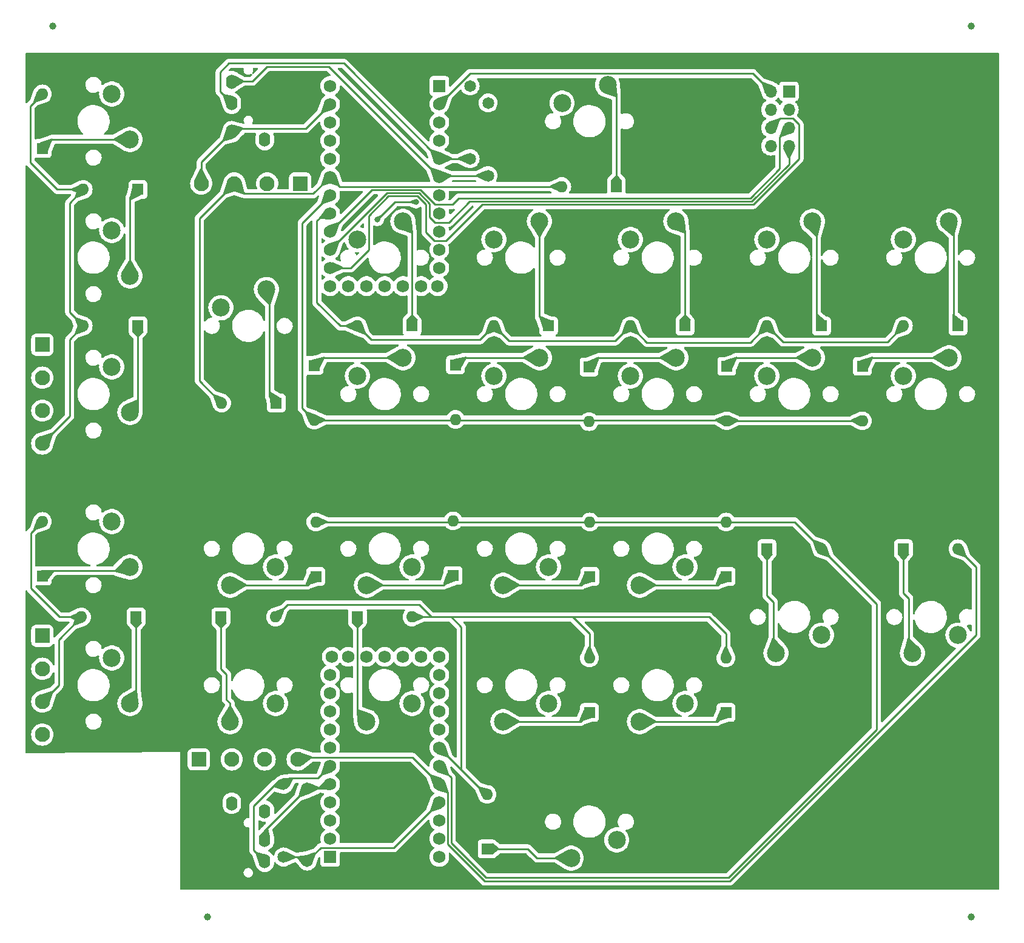
<source format=gtl>
%TF.GenerationSoftware,KiCad,Pcbnew,7.0.10*%
%TF.CreationDate,2024-02-04T11:58:59-08:00*%
%TF.ProjectId,oddball_steno,6f646462-616c-46c5-9f73-74656e6f2e6b,rev?*%
%TF.SameCoordinates,Original*%
%TF.FileFunction,Copper,L1,Top*%
%TF.FilePolarity,Positive*%
%FSLAX46Y46*%
G04 Gerber Fmt 4.6, Leading zero omitted, Abs format (unit mm)*
G04 Created by KiCad (PCBNEW 7.0.10) date 2024-02-04 11:58:59*
%MOMM*%
%LPD*%
G01*
G04 APERTURE LIST*
G04 Aperture macros list*
%AMRoundRect*
0 Rectangle with rounded corners*
0 $1 Rounding radius*
0 $2 $3 $4 $5 $6 $7 $8 $9 X,Y pos of 4 corners*
0 Add a 4 corners polygon primitive as box body*
4,1,4,$2,$3,$4,$5,$6,$7,$8,$9,$2,$3,0*
0 Add four circle primitives for the rounded corners*
1,1,$1+$1,$2,$3*
1,1,$1+$1,$4,$5*
1,1,$1+$1,$6,$7*
1,1,$1+$1,$8,$9*
0 Add four rect primitives between the rounded corners*
20,1,$1+$1,$2,$3,$4,$5,0*
20,1,$1+$1,$4,$5,$6,$7,0*
20,1,$1+$1,$6,$7,$8,$9,0*
20,1,$1+$1,$8,$9,$2,$3,0*%
G04 Aperture macros list end*
%TA.AperFunction,SMDPad,CuDef*%
%ADD10C,1.000000*%
%TD*%
%TA.AperFunction,ComponentPad*%
%ADD11C,2.500000*%
%TD*%
%TA.AperFunction,ComponentPad*%
%ADD12C,2.100000*%
%TD*%
%TA.AperFunction,ComponentPad*%
%ADD13RoundRect,0.250001X-0.799999X-0.799999X0.799999X-0.799999X0.799999X0.799999X-0.799999X0.799999X0*%
%TD*%
%TA.AperFunction,ComponentPad*%
%ADD14R,1.600000X1.600000*%
%TD*%
%TA.AperFunction,ComponentPad*%
%ADD15O,1.600000X1.600000*%
%TD*%
%TA.AperFunction,ComponentPad*%
%ADD16RoundRect,0.250001X-0.799999X0.799999X-0.799999X-0.799999X0.799999X-0.799999X0.799999X0.799999X0*%
%TD*%
%TA.AperFunction,ComponentPad*%
%ADD17C,1.752600*%
%TD*%
%TA.AperFunction,ComponentPad*%
%ADD18R,1.752600X1.752600*%
%TD*%
%TA.AperFunction,ComponentPad*%
%ADD19R,1.700000X1.700000*%
%TD*%
%TA.AperFunction,ComponentPad*%
%ADD20O,1.700000X1.700000*%
%TD*%
%TA.AperFunction,ComponentPad*%
%ADD21C,1.651000*%
%TD*%
%TA.AperFunction,ComponentPad*%
%ADD22RoundRect,0.250001X0.799999X0.799999X-0.799999X0.799999X-0.799999X-0.799999X0.799999X-0.799999X0*%
%TD*%
%TA.AperFunction,ComponentPad*%
%ADD23O,1.600000X2.000000*%
%TD*%
%TA.AperFunction,ViaPad*%
%ADD24C,0.800000*%
%TD*%
%TA.AperFunction,Conductor*%
%ADD25C,0.250000*%
%TD*%
G04 APERTURE END LIST*
D10*
%TO.P,REF\u002A\u002A,*%
%TO.N,*%
X99225500Y-147680625D03*
%TD*%
%TO.P,REF\u002A\u002A,*%
%TO.N,*%
X77620500Y-23270625D03*
%TD*%
%TO.P,REF\u002A\u002A,*%
%TO.N,*%
X205825500Y-147680625D03*
%TD*%
%TO.P,REF\u002A\u002A,*%
%TO.N,*%
X205825500Y-23270625D03*
%TD*%
D11*
%TO.P,S25,1,1*%
%TO.N,t_col2*%
X85850500Y-51820625D03*
%TO.P,S25,2,2*%
%TO.N,Net-(D25-K)*%
X88390500Y-58170625D03*
%TD*%
%TO.P,S7,2,2*%
%TO.N,Net-(D7-K)*%
X159510500Y-101350625D03*
%TO.P,S7,1,1*%
%TO.N,l_col2*%
X165860500Y-98810625D03*
%TD*%
%TO.P,S26,1,1*%
%TO.N,t_col3*%
X85850500Y-70870625D03*
%TO.P,S26,2,2*%
%TO.N,Net-(D26-K)*%
X88390500Y-77220625D03*
%TD*%
%TO.P,S17,1,1*%
%TO.N,r_col1*%
X120140500Y-72140625D03*
%TO.P,S17,2,2*%
%TO.N,Net-(D17-K)*%
X126490500Y-69600625D03*
%TD*%
%TO.P,S27,1,1*%
%TO.N,t_col4*%
X85850500Y-92460625D03*
%TO.P,S27,2,2*%
%TO.N,Net-(D27-K)*%
X88390500Y-98810625D03*
%TD*%
%TO.P,S16,1,1*%
%TO.N,r_col5*%
X196340500Y-53090625D03*
%TO.P,S16,2,2*%
%TO.N,Net-(D16-K)*%
X202690500Y-50550625D03*
%TD*%
%TO.P,S5,2,2*%
%TO.N,Net-(D5-K)*%
X102360500Y-120400625D03*
%TO.P,S5,1,1*%
%TO.N,l_col5*%
X108710500Y-117860625D03*
%TD*%
%TO.P,S24,1,1*%
%TO.N,t_col1*%
X85850500Y-32770625D03*
%TO.P,S24,2,2*%
%TO.N,Net-(D24-K)*%
X88390500Y-39120625D03*
%TD*%
%TO.P,S1,2,2*%
%TO.N,Net-(D1-K)*%
X149985500Y-139450625D03*
%TO.P,S1,1,1*%
%TO.N,l_col1*%
X156335500Y-136910625D03*
%TD*%
%TO.P,S23,1,1*%
%TO.N,r_col5*%
X148715500Y-34040625D03*
%TO.P,S23,2,2*%
%TO.N,Net-(D23-K)*%
X155065500Y-31500625D03*
%TD*%
%TO.P,S22,1,1*%
%TO.N,r_col4*%
X101090500Y-62615625D03*
%TO.P,S22,2,2*%
%TO.N,Net-(D22-K)*%
X107440500Y-60075625D03*
%TD*%
%TO.P,S6,2,2*%
%TO.N,Net-(D6-K)*%
X178560500Y-110875625D03*
%TO.P,S6,1,1*%
%TO.N,l_col1*%
X184910500Y-108335625D03*
%TD*%
%TO.P,S12,1,1*%
%TO.N,r_col1*%
X120140500Y-53090625D03*
%TO.P,S12,2,2*%
%TO.N,Net-(D12-K)*%
X126490500Y-50550625D03*
%TD*%
%TO.P,S28,1,1*%
%TO.N,t_col5*%
X85850500Y-111510625D03*
%TO.P,S28,2,2*%
%TO.N,Net-(D28-K)*%
X88390500Y-117860625D03*
%TD*%
%TO.P,S11,2,2*%
%TO.N,Net-(D11-K)*%
X197610500Y-110875625D03*
%TO.P,S11,1,1*%
%TO.N,l_col1*%
X203960500Y-108335625D03*
%TD*%
%TO.P,S8,2,2*%
%TO.N,Net-(D8-K)*%
X140460500Y-101350625D03*
%TO.P,S8,1,1*%
%TO.N,l_col3*%
X146810500Y-98810625D03*
%TD*%
%TO.P,S15,1,1*%
%TO.N,r_col4*%
X177290500Y-53090625D03*
%TO.P,S15,2,2*%
%TO.N,Net-(D15-K)*%
X183640500Y-50550625D03*
%TD*%
%TO.P,S2,2,2*%
%TO.N,Net-(D2-K)*%
X159510500Y-120400625D03*
%TO.P,S2,1,1*%
%TO.N,l_col2*%
X165860500Y-117860625D03*
%TD*%
%TO.P,S18,1,1*%
%TO.N,r_col2*%
X139190500Y-72140625D03*
%TO.P,S18,2,2*%
%TO.N,Net-(D18-K)*%
X145540500Y-69600625D03*
%TD*%
%TO.P,S14,1,1*%
%TO.N,r_col3*%
X158240500Y-53090625D03*
%TO.P,S14,2,2*%
%TO.N,Net-(D14-K)*%
X164590500Y-50550625D03*
%TD*%
%TO.P,S9,2,2*%
%TO.N,Net-(D9-K)*%
X121410500Y-101350625D03*
%TO.P,S9,1,1*%
%TO.N,l_col4*%
X127760500Y-98810625D03*
%TD*%
%TO.P,S21,1,1*%
%TO.N,r_col5*%
X196340500Y-72140625D03*
%TO.P,S21,2,2*%
%TO.N,Net-(D21-K)*%
X202690500Y-69600625D03*
%TD*%
%TO.P,S19,1,1*%
%TO.N,r_col3*%
X158240500Y-72140625D03*
%TO.P,S19,2,2*%
%TO.N,Net-(D19-K)*%
X164590500Y-69600625D03*
%TD*%
%TO.P,S13,1,1*%
%TO.N,r_col2*%
X139190500Y-53090625D03*
%TO.P,S13,2,2*%
%TO.N,Net-(D13-K)*%
X145540500Y-50550625D03*
%TD*%
D12*
%TO.P,J2,4,Pin_4*%
%TO.N,l_row3*%
X111800500Y-125676875D03*
%TO.P,J2,3,Pin_3*%
%TO.N,l_col3*%
X107200500Y-125676875D03*
%TO.P,J2,2,Pin_2*%
%TO.N,l_col4*%
X102600500Y-125676875D03*
D13*
%TO.P,J2,1,Pin_1*%
%TO.N,l_col5*%
X98000500Y-125676875D03*
%TD*%
D11*
%TO.P,S3,2,2*%
%TO.N,Net-(D3-K)*%
X140460500Y-120400625D03*
%TO.P,S3,1,1*%
%TO.N,l_col3*%
X146810500Y-117860625D03*
%TD*%
%TO.P,S10,2,2*%
%TO.N,Net-(D10-K)*%
X102360500Y-101350625D03*
%TO.P,S10,1,1*%
%TO.N,l_col5*%
X108710500Y-98810625D03*
%TD*%
%TO.P,S4,2,2*%
%TO.N,Net-(D4-K)*%
X121410500Y-120400625D03*
%TO.P,S4,1,1*%
%TO.N,l_col4*%
X127760500Y-117860625D03*
%TD*%
%TO.P,S20,1,1*%
%TO.N,r_col4*%
X177290500Y-72140625D03*
%TO.P,S20,2,2*%
%TO.N,Net-(D20-K)*%
X183640500Y-69600625D03*
%TD*%
D14*
%TO.P,D21,1,K*%
%TO.N,Net-(D21-K)*%
X190625500Y-70795625D03*
D15*
%TO.P,D21,2,A*%
%TO.N,r_row2*%
X190625500Y-78415625D03*
%TD*%
D16*
%TO.P,J6,1,Pin_1*%
%TO.N,t_col4*%
X76166750Y-108420625D03*
D12*
%TO.P,J6,2,Pin_2*%
%TO.N,t_col5*%
X76166750Y-113020625D03*
%TO.P,J6,3,Pin_3*%
%TO.N,t_row2*%
X76166750Y-117620625D03*
%TO.P,J6,4,Pin_4*%
%TO.N,t_gnd*%
X76166750Y-122220625D03*
%TD*%
D17*
%TO.P,U1,29,F0*%
%TO.N,unconnected-(U1-F0-Pad29)*%
X129030500Y-111351875D03*
%TO.P,U1,28,F1*%
%TO.N,unconnected-(U1-F1-Pad28)*%
X126490500Y-111351875D03*
%TO.P,U1,27,C7*%
%TO.N,unconnected-(U1-C7-Pad27)*%
X123950500Y-111351875D03*
%TO.P,U1,26,D5*%
%TO.N,unconnected-(U1-D5-Pad26)*%
X121410500Y-111351875D03*
%TO.P,U1,25,B7*%
%TO.N,unconnected-(U1-B7-Pad25)*%
X118870500Y-111351875D03*
%TO.P,U1,24,B0*%
%TO.N,unconnected-(U1-B0-Pad24)*%
X131570500Y-139291875D03*
%TO.P,U1,23,GND*%
%TO.N,l_gnd*%
X131570500Y-136751875D03*
%TO.P,U1,22,RST*%
%TO.N,Net-(SW1-A)*%
X131570500Y-134211875D03*
%TO.P,U1,21,VCC*%
%TO.N,l_vcc*%
X131570500Y-131671875D03*
%TO.P,U1,20,A3/PF4*%
%TO.N,l_row3*%
X131570500Y-129131875D03*
%TO.P,U1,19,A2/PF5*%
%TO.N,l_row2*%
X131570500Y-126591875D03*
%TO.P,U1,18,A1/PF6*%
%TO.N,l_row1*%
X131570500Y-124051875D03*
%TO.P,U1,17,A0/PF7*%
%TO.N,l_col1*%
X131570500Y-121511875D03*
%TO.P,U1,16,15/PB1*%
%TO.N,l_col2*%
X131570500Y-118971875D03*
%TO.P,U1,15,14/PB3*%
%TO.N,unconnected-(U1-14{slash}PB3-Pad15)*%
X131570500Y-116431875D03*
%TO.P,U1,14,16/PB2*%
%TO.N,unconnected-(U1-16{slash}PB2-Pad14)*%
X131570500Y-113891875D03*
%TO.P,U1,13,10/PB6*%
%TO.N,unconnected-(U1-10{slash}PB6-Pad13)*%
X131570500Y-111351875D03*
%TO.P,U1,12,9/PB5*%
%TO.N,unconnected-(U1-9{slash}PB5-Pad12)*%
X116559100Y-111351875D03*
%TO.P,U1,11,8/PB4*%
%TO.N,l_col5*%
X116330500Y-113891875D03*
%TO.P,U1,10,7/PE6*%
%TO.N,l_col4*%
X116330500Y-116431875D03*
%TO.P,U1,9,6/PD7*%
%TO.N,l_col3*%
X116330500Y-118971875D03*
%TO.P,U1,8,5/PC6*%
%TO.N,unconnected-(U1-5{slash}PC6-Pad8)*%
X116330500Y-121511875D03*
%TO.P,U1,7,4/PD4*%
%TO.N,unconnected-(U1-4{slash}PD4-Pad7)*%
X116330500Y-124051875D03*
%TO.P,U1,6,3/PD0*%
%TO.N,l_data1*%
X116330500Y-126591875D03*
%TO.P,U1,5,2/PD1*%
%TO.N,l_data2*%
X116330500Y-129131875D03*
%TO.P,U1,4,GND*%
%TO.N,unconnected-(U1-GND-Pad4)*%
X116330500Y-131671875D03*
%TO.P,U1,3,GND*%
%TO.N,unconnected-(U1-GND-Pad3)*%
X116330500Y-134211875D03*
%TO.P,U1,2,RX1/PD2*%
%TO.N,unconnected-(U1-RX1{slash}PD2-Pad2)*%
X116330500Y-136751875D03*
D18*
%TO.P,U1,1,TX0/PD3*%
%TO.N,unconnected-(U1-TX0{slash}PD3-Pad1)*%
X116330500Y-139291875D03*
%TD*%
D15*
%TO.P,D1,2,A*%
%TO.N,l_row1*%
X138238000Y-130560625D03*
D14*
%TO.P,D1,1,K*%
%TO.N,Net-(D1-K)*%
X138238000Y-138180625D03*
%TD*%
D15*
%TO.P,D3,2,A*%
%TO.N,l_row1*%
X152525500Y-111510625D03*
D14*
%TO.P,D3,1,K*%
%TO.N,Net-(D3-K)*%
X152525500Y-119130625D03*
%TD*%
%TO.P,D19,1,K*%
%TO.N,Net-(D19-K)*%
X152475500Y-70895625D03*
D15*
%TO.P,D19,2,A*%
%TO.N,r_row2*%
X152475500Y-78515625D03*
%TD*%
D19*
%TO.P,J3,1,Pin_1*%
%TO.N,ss*%
X180375500Y-32405625D03*
D20*
%TO.P,J3,2,Pin_2*%
%TO.N,motion*%
X177835500Y-32405625D03*
%TO.P,J3,3,Pin_3*%
%TO.N,r_gnd*%
X180375500Y-34945625D03*
%TO.P,J3,4,Pin_4*%
%TO.N,unconnected-(J3-Pin_4-Pad4)*%
X177835500Y-34945625D03*
%TO.P,J3,5,Pin_5*%
%TO.N,sclk*%
X180375500Y-37485625D03*
%TO.P,J3,6,Pin_6*%
%TO.N,mosi*%
X177835500Y-37485625D03*
%TO.P,J3,7,Pin_7*%
%TO.N,miso*%
X180375500Y-40025625D03*
%TO.P,J3,8,Pin_8*%
%TO.N,r_vcc*%
X177835500Y-40025625D03*
%TD*%
D15*
%TO.P,D10,2,A*%
%TO.N,l_row2*%
X114336750Y-92535625D03*
D14*
%TO.P,D10,1,K*%
%TO.N,Net-(D10-K)*%
X114336750Y-100155625D03*
%TD*%
%TO.P,D13,1,K*%
%TO.N,Net-(D13-K)*%
X146810500Y-65155625D03*
D15*
%TO.P,D13,2,A*%
%TO.N,r_row1*%
X139190500Y-65155625D03*
%TD*%
D14*
%TO.P,D22,1,K*%
%TO.N,Net-(D22-K)*%
X108808000Y-75930625D03*
D15*
%TO.P,D22,2,A*%
%TO.N,r_row3*%
X101188000Y-75930625D03*
%TD*%
D14*
%TO.P,D17,1,K*%
%TO.N,Net-(D17-K)*%
X114075500Y-70695625D03*
D15*
%TO.P,D17,2,A*%
%TO.N,r_row2*%
X114075500Y-78315625D03*
%TD*%
D14*
%TO.P,D27,1,K*%
%TO.N,Net-(D27-K)*%
X76166750Y-100080625D03*
D15*
%TO.P,D27,2,A*%
%TO.N,t_row2*%
X76166750Y-92460625D03*
%TD*%
D14*
%TO.P,D15,1,K*%
%TO.N,Net-(D15-K)*%
X184910500Y-65155625D03*
D15*
%TO.P,D15,2,A*%
%TO.N,r_row1*%
X177290500Y-65155625D03*
%TD*%
D21*
%TO.P,R4,2*%
%TO.N,l_data1*%
X109836750Y-129146875D03*
%TO.P,R4,1*%
%TO.N,l_vcc*%
X109836750Y-139306875D03*
%TD*%
%TO.P,R3,2*%
%TO.N,l_vcc*%
X113125500Y-139875625D03*
%TO.P,R3,1*%
%TO.N,l_data2*%
X113125500Y-129715625D03*
%TD*%
D14*
%TO.P,D16,1,K*%
%TO.N,Net-(D16-K)*%
X203960500Y-65155625D03*
D15*
%TO.P,D16,2,A*%
%TO.N,r_row1*%
X196340500Y-65155625D03*
%TD*%
%TO.P,D6,2,A*%
%TO.N,l_row2*%
X184910500Y-96270625D03*
D14*
%TO.P,D6,1,K*%
%TO.N,Net-(D6-K)*%
X177290500Y-96270625D03*
%TD*%
%TO.P,D20,1,K*%
%TO.N,Net-(D20-K)*%
X171675500Y-70795625D03*
D15*
%TO.P,D20,2,A*%
%TO.N,r_row2*%
X171675500Y-78415625D03*
%TD*%
%TO.P,D9,2,A*%
%TO.N,l_row2*%
X133486750Y-92385625D03*
D14*
%TO.P,D9,1,K*%
%TO.N,Net-(D9-K)*%
X133486750Y-100005625D03*
%TD*%
D21*
%TO.P,R1,1*%
%TO.N,r_data2*%
X135856750Y-41804375D03*
%TO.P,R1,2*%
%TO.N,r_vcc*%
X135856750Y-31644375D03*
%TD*%
D14*
%TO.P,D28,1,K*%
%TO.N,Net-(D28-K)*%
X89260500Y-105795625D03*
D15*
%TO.P,D28,2,A*%
%TO.N,t_row2*%
X81640500Y-105795625D03*
%TD*%
%TO.P,D4,2,A*%
%TO.N,l_row1*%
X127760500Y-105795625D03*
D14*
%TO.P,D4,1,K*%
%TO.N,Net-(D4-K)*%
X120140500Y-105795625D03*
%TD*%
D21*
%TO.P,R2,1*%
%TO.N,r_vcc*%
X138381750Y-34025625D03*
%TO.P,R2,2*%
%TO.N,r_data1*%
X138381750Y-44185625D03*
%TD*%
D14*
%TO.P,D26,1,K*%
%TO.N,Net-(D26-K)*%
X89501750Y-65155625D03*
D15*
%TO.P,D26,2,A*%
%TO.N,t_row1*%
X81881750Y-65155625D03*
%TD*%
D18*
%TO.P,U3,1,TX0/PD3*%
%TO.N,unconnected-(U3-TX0{slash}PD3-Pad1)*%
X131570500Y-31659375D03*
D17*
%TO.P,U3,2,RX1/PD2*%
%TO.N,motion*%
X131570500Y-34199375D03*
%TO.P,U3,3,GND*%
%TO.N,unconnected-(U3-GND-Pad3)*%
X131570500Y-36739375D03*
%TO.P,U3,4,GND*%
%TO.N,unconnected-(U3-GND-Pad4)*%
X131570500Y-39279375D03*
%TO.P,U3,5,2/PD1*%
%TO.N,r_data2*%
X131570500Y-41819375D03*
%TO.P,U3,6,3/PD0*%
%TO.N,r_data1*%
X131570500Y-44359375D03*
%TO.P,U3,7,4/PD4*%
%TO.N,r_col1*%
X131570500Y-46899375D03*
%TO.P,U3,8,5/PC6*%
%TO.N,r_col5*%
X131570500Y-49439375D03*
%TO.P,U3,9,6/PD7*%
%TO.N,r_col4*%
X131570500Y-51979375D03*
%TO.P,U3,10,7/PE6*%
%TO.N,r_col3*%
X131570500Y-54519375D03*
%TO.P,U3,11,8/PB4*%
%TO.N,r_col2*%
X131570500Y-57059375D03*
%TO.P,U3,12,9/PB5*%
%TO.N,unconnected-(U3-9{slash}PB5-Pad12)*%
X131341900Y-59599375D03*
%TO.P,U3,13,10/PB6*%
%TO.N,unconnected-(U3-10{slash}PB6-Pad13)*%
X116330500Y-59599375D03*
%TO.P,U3,14,16/PB2*%
%TO.N,mosi*%
X116330500Y-57059375D03*
%TO.P,U3,15,14/PB3*%
%TO.N,miso*%
X116330500Y-54519375D03*
%TO.P,U3,16,15/PB1*%
%TO.N,sclk*%
X116330500Y-51979375D03*
%TO.P,U3,17,A0/PF7*%
%TO.N,r_row1*%
X116330500Y-49439375D03*
%TO.P,U3,18,A1/PF6*%
%TO.N,r_row2*%
X116330500Y-46899375D03*
%TO.P,U3,19,A2/PF5*%
%TO.N,r_row3*%
X116330500Y-44359375D03*
%TO.P,U3,20,A3/PF4*%
%TO.N,unconnected-(U3-A3{slash}PF4-Pad20)*%
X116330500Y-41819375D03*
%TO.P,U3,21,VCC*%
%TO.N,r_vcc*%
X116330500Y-39279375D03*
%TO.P,U3,22,RST*%
%TO.N,Net-(SW2-A)*%
X116330500Y-36739375D03*
%TO.P,U3,23,GND*%
%TO.N,r_gnd*%
X116330500Y-34199375D03*
%TO.P,U3,24,B0*%
%TO.N,ss*%
X116330500Y-31659375D03*
%TO.P,U3,25,B7*%
%TO.N,unconnected-(U3-B7-Pad25)*%
X129030500Y-59599375D03*
%TO.P,U3,26,D5*%
%TO.N,unconnected-(U3-D5-Pad26)*%
X126490500Y-59599375D03*
%TO.P,U3,27,C7*%
%TO.N,unconnected-(U3-C7-Pad27)*%
X123950500Y-59599375D03*
%TO.P,U3,28,F1*%
%TO.N,unconnected-(U3-F1-Pad28)*%
X121410500Y-59599375D03*
%TO.P,U3,29,F0*%
%TO.N,unconnected-(U3-F0-Pad29)*%
X118870500Y-59599375D03*
%TD*%
D15*
%TO.P,D8,2,A*%
%TO.N,l_row2*%
X152586750Y-92535625D03*
D14*
%TO.P,D8,1,K*%
%TO.N,Net-(D8-K)*%
X152586750Y-100155625D03*
%TD*%
%TO.P,D18,1,K*%
%TO.N,Net-(D18-K)*%
X133825500Y-70595625D03*
D15*
%TO.P,D18,2,A*%
%TO.N,r_row2*%
X133825500Y-78215625D03*
%TD*%
D14*
%TO.P,D25,1,K*%
%TO.N,Net-(D25-K)*%
X89501750Y-46105625D03*
D15*
%TO.P,D25,2,A*%
%TO.N,t_row1*%
X81881750Y-46105625D03*
%TD*%
D22*
%TO.P,J4,1,Pin_1*%
%TO.N,r_col2*%
X112150500Y-45274375D03*
D12*
%TO.P,J4,2,Pin_2*%
%TO.N,r_col1*%
X107550500Y-45274375D03*
%TO.P,J4,3,Pin_3*%
%TO.N,r_row3*%
X102950500Y-45274375D03*
%TO.P,J4,4,Pin_4*%
%TO.N,r_gnd*%
X98350500Y-45274375D03*
%TD*%
D15*
%TO.P,D11,2,A*%
%TO.N,l_row3*%
X203960500Y-96270625D03*
D14*
%TO.P,D11,1,K*%
%TO.N,Net-(D11-K)*%
X196340500Y-96270625D03*
%TD*%
%TO.P,D23,1,K*%
%TO.N,Net-(D23-K)*%
X156285500Y-45705625D03*
D15*
%TO.P,D23,2,A*%
%TO.N,r_row3*%
X148665500Y-45705625D03*
%TD*%
D23*
%TO.P,U4,1,SLEEVE*%
%TO.N,r_vcc*%
X107200500Y-39149375D03*
%TO.P,U4,2,TIP*%
%TO.N,r_gnd*%
X102600500Y-38049375D03*
%TO.P,U4,3,RING1*%
%TO.N,r_data2*%
X102600500Y-34049375D03*
%TO.P,U4,4,RING2*%
%TO.N,r_data1*%
X102600500Y-31049375D03*
%TD*%
D15*
%TO.P,D2,2,A*%
%TO.N,l_row1*%
X171575500Y-111510625D03*
D14*
%TO.P,D2,1,K*%
%TO.N,Net-(D2-K)*%
X171575500Y-119130625D03*
%TD*%
D15*
%TO.P,D7,2,A*%
%TO.N,l_row2*%
X171586750Y-92535625D03*
D14*
%TO.P,D7,1,K*%
%TO.N,Net-(D7-K)*%
X171586750Y-100155625D03*
%TD*%
%TO.P,D14,1,K*%
%TO.N,Net-(D14-K)*%
X165860500Y-65155625D03*
D15*
%TO.P,D14,2,A*%
%TO.N,r_row1*%
X158240500Y-65155625D03*
%TD*%
D14*
%TO.P,D24,1,K*%
%TO.N,Net-(D24-K)*%
X76166750Y-40390625D03*
D15*
%TO.P,D24,2,A*%
%TO.N,t_row1*%
X76166750Y-32770625D03*
%TD*%
D16*
%TO.P,J5,1,Pin_1*%
%TO.N,t_col1*%
X76166750Y-67780625D03*
D12*
%TO.P,J5,2,Pin_2*%
%TO.N,t_col2*%
X76166750Y-72380625D03*
%TO.P,J5,3,Pin_3*%
%TO.N,t_col3*%
X76166750Y-76980625D03*
%TO.P,J5,4,Pin_4*%
%TO.N,t_row1*%
X76166750Y-81580625D03*
%TD*%
D15*
%TO.P,D5,2,A*%
%TO.N,l_row1*%
X108710500Y-105795625D03*
D14*
%TO.P,D5,1,K*%
%TO.N,Net-(D5-K)*%
X101090500Y-105795625D03*
%TD*%
%TO.P,D12,1,K*%
%TO.N,Net-(D12-K)*%
X127760500Y-65155625D03*
D15*
%TO.P,D12,2,A*%
%TO.N,r_row1*%
X120140500Y-65155625D03*
%TD*%
D23*
%TO.P,U2,4,RING2*%
%TO.N,l_data1*%
X107200500Y-139901875D03*
%TO.P,U2,3,RING1*%
%TO.N,l_data2*%
X107200500Y-136901875D03*
%TO.P,U2,2,TIP*%
%TO.N,l_gnd*%
X107200500Y-132901875D03*
%TO.P,U2,1,SLEEVE*%
%TO.N,l_vcc*%
X102600500Y-131801875D03*
%TD*%
D24*
%TO.N,r_col1*%
X122900500Y-50330625D03*
X128326451Y-47854674D03*
%TD*%
D25*
%TO.N,Net-(D1-K)*%
X145223000Y-139450625D02*
X143953000Y-138180625D01*
X143953000Y-138180625D02*
X138238000Y-138180625D01*
X149985500Y-139450625D02*
X145223000Y-139450625D01*
%TO.N,Net-(D2-K)*%
X170305500Y-120400625D02*
X159510500Y-120400625D01*
X171575500Y-119130625D02*
X170305500Y-120400625D01*
%TO.N,Net-(D3-K)*%
X152525500Y-119130625D02*
X151255500Y-120400625D01*
X151255500Y-120400625D02*
X140460500Y-120400625D01*
%TO.N,Net-(D4-K)*%
X120140500Y-105795625D02*
X120140500Y-119130625D01*
X120140500Y-119130625D02*
X121410500Y-120400625D01*
%TO.N,Net-(D5-K)*%
X101875500Y-113795625D02*
X101875500Y-117345625D01*
X102360500Y-117830625D02*
X102360500Y-120400625D01*
X101090500Y-113010625D02*
X101875500Y-113795625D01*
X101090500Y-105795625D02*
X101090500Y-113010625D01*
X101875500Y-117345625D02*
X102360500Y-117830625D01*
%TO.N,Net-(D6-K)*%
X177290500Y-96270625D02*
X177290500Y-102810625D01*
X178175500Y-103695625D02*
X178175500Y-110490625D01*
X177290500Y-102810625D02*
X178175500Y-103695625D01*
X177290500Y-96270625D02*
X177875500Y-96855625D01*
X177875500Y-110190625D02*
X178560500Y-110875625D01*
X178175500Y-110490625D02*
X178560500Y-110875625D01*
%TO.N,Net-(D7-K)*%
X171586750Y-100155625D02*
X170391750Y-101350625D01*
X170391750Y-101350625D02*
X159510500Y-101350625D01*
%TO.N,Net-(D8-K)*%
X151391750Y-101350625D02*
X140460500Y-101350625D01*
X152586750Y-100155625D02*
X151391750Y-101350625D01*
%TO.N,Net-(D9-K)*%
X133486750Y-100005625D02*
X132141750Y-101350625D01*
X132141750Y-101350625D02*
X121410500Y-101350625D01*
%TO.N,Net-(D10-K)*%
X114336750Y-100155625D02*
X113141750Y-101350625D01*
X113141750Y-101350625D02*
X102360500Y-101350625D01*
%TO.N,Net-(D11-K)*%
X196340500Y-96270625D02*
X196340500Y-102460625D01*
X196340500Y-102460625D02*
X197075500Y-103195625D01*
X197075500Y-110340625D02*
X197610500Y-110875625D01*
X197075500Y-103195625D02*
X197075500Y-110340625D01*
%TO.N,Net-(D12-K)*%
X127760500Y-51820625D02*
X126490500Y-50550625D01*
X127760500Y-65155625D02*
X127760500Y-51820625D01*
%TO.N,Net-(D13-K)*%
X145540500Y-63885625D02*
X146810500Y-65155625D01*
X145540500Y-50550625D02*
X145540500Y-63885625D01*
%TO.N,Net-(D14-K)*%
X165860500Y-51820625D02*
X164590500Y-50550625D01*
X165860500Y-65155625D02*
X165860500Y-51820625D01*
%TO.N,Net-(D15-K)*%
X184225500Y-51135625D02*
X183640500Y-50550625D01*
X184910500Y-65155625D02*
X184225500Y-64470625D01*
X184225500Y-64470625D02*
X184225500Y-51135625D01*
%TO.N,Net-(D16-K)*%
X203960500Y-65155625D02*
X203325500Y-64520625D01*
X203325500Y-51185625D02*
X202690500Y-50550625D01*
X203325500Y-64520625D02*
X203325500Y-51185625D01*
%TO.N,Net-(D17-K)*%
X114075500Y-70695625D02*
X115170500Y-69600625D01*
X115170500Y-69600625D02*
X126490500Y-69600625D01*
%TO.N,Net-(D18-K)*%
X133825500Y-70595625D02*
X134820500Y-69600625D01*
X134820500Y-69600625D02*
X145540500Y-69600625D01*
%TO.N,Net-(D19-K)*%
X152475500Y-70895625D02*
X153770500Y-69600625D01*
X153770500Y-69600625D02*
X164590500Y-69600625D01*
%TO.N,Net-(D20-K)*%
X172870500Y-69600625D02*
X183640500Y-69600625D01*
X171675500Y-70795625D02*
X172870500Y-69600625D01*
%TO.N,Net-(D21-K)*%
X191820500Y-69600625D02*
X202690500Y-69600625D01*
X190625500Y-70795625D02*
X191820500Y-69600625D01*
%TO.N,Net-(D22-K)*%
X107875500Y-74998125D02*
X108808000Y-75930625D01*
X107875500Y-60510625D02*
X107875500Y-74998125D01*
X107440500Y-60075625D02*
X107875500Y-60510625D01*
%TO.N,Net-(D23-K)*%
X156285500Y-32720625D02*
X155065500Y-31500625D01*
X156285500Y-45705625D02*
X156285500Y-32720625D01*
%TO.N,Net-(D24-K)*%
X77436750Y-39120625D02*
X76166750Y-40390625D01*
X88390500Y-39120625D02*
X77436750Y-39120625D01*
%TO.N,Net-(D25-K)*%
X88390500Y-47216875D02*
X89501750Y-46105625D01*
X88390500Y-58170625D02*
X88390500Y-47216875D01*
%TO.N,Net-(D26-K)*%
X89501750Y-65155625D02*
X89501750Y-76109375D01*
X89501750Y-76109375D02*
X88390500Y-77220625D01*
%TO.N,Net-(D27-K)*%
X76908000Y-99339375D02*
X87861750Y-99339375D01*
X87861750Y-99339375D02*
X88390500Y-98810625D01*
X76166750Y-100080625D02*
X76908000Y-99339375D01*
%TO.N,Net-(D28-K)*%
X89260500Y-116990625D02*
X88390500Y-117860625D01*
X89260500Y-105795625D02*
X89260500Y-116990625D01*
%TO.N,motion*%
X175355500Y-29925625D02*
X135844250Y-29925625D01*
X135844250Y-29925625D02*
X131570500Y-34199375D01*
X177835500Y-32405625D02*
X175355500Y-29925625D01*
%TO.N,sclk*%
X175002708Y-47305625D02*
X179075500Y-43232833D01*
X130975500Y-48205625D02*
X133375500Y-48205625D01*
X128917950Y-46148075D02*
X130975500Y-48205625D01*
X122161800Y-46148075D02*
X128917950Y-46148075D01*
X179075500Y-43232833D02*
X179075500Y-38785625D01*
X179075500Y-38785625D02*
X180375500Y-37485625D01*
X133375500Y-48205625D02*
X134275500Y-47305625D01*
X134275500Y-47305625D02*
X175002708Y-47305625D01*
X116330500Y-51979375D02*
X122161800Y-46148075D01*
%TO.N,mosi*%
X175375500Y-48205625D02*
X181775500Y-41805625D01*
X181775500Y-41805625D02*
X181775500Y-37033924D01*
X181775500Y-37033924D02*
X180947201Y-36205625D01*
X129725500Y-48228417D02*
X129725500Y-52105625D01*
X121715500Y-54553392D02*
X121715500Y-49770771D01*
X129725500Y-52105625D02*
X130875500Y-53255625D01*
X119209517Y-57059375D02*
X121715500Y-54553392D01*
X124438196Y-47048075D02*
X128545158Y-47048075D01*
X180947201Y-36205625D02*
X179115500Y-36205625D01*
X130875500Y-53255625D02*
X132525500Y-53255625D01*
X121715500Y-49770771D02*
X124438196Y-47048075D01*
X128545158Y-47048075D02*
X129725500Y-48228417D01*
X132525500Y-53255625D02*
X137575500Y-48205625D01*
X179115500Y-36205625D02*
X177835500Y-37485625D01*
X116330500Y-57059375D02*
X119209517Y-57059375D01*
X137575500Y-48205625D02*
X175375500Y-48205625D01*
%TO.N,miso*%
X132875500Y-50705625D02*
X135825500Y-47755625D01*
X130225500Y-48092021D02*
X130225500Y-50005625D01*
X116330500Y-54519375D02*
X124251800Y-46598075D01*
X180375500Y-42569229D02*
X180375500Y-40025625D01*
X128731554Y-46598075D02*
X130225500Y-48092021D01*
X130225500Y-50005625D02*
X130925500Y-50705625D01*
X175189104Y-47755625D02*
X180375500Y-42569229D01*
X124251800Y-46598075D02*
X128731554Y-46598075D01*
X135825500Y-47755625D02*
X175189104Y-47755625D01*
X130925500Y-50705625D02*
X132875500Y-50705625D01*
%TO.N,l_row1*%
X133475500Y-105795625D02*
X150144250Y-105795625D01*
X169194250Y-105795625D02*
X171575500Y-108176875D01*
X171575500Y-108176875D02*
X171575500Y-111510625D01*
X110410500Y-104095625D02*
X108710500Y-105795625D01*
X130475500Y-105795625D02*
X128775500Y-104095625D01*
X135444875Y-127926250D02*
X138079250Y-130560625D01*
X128775500Y-104095625D02*
X110410500Y-104095625D01*
X150144250Y-105795625D02*
X169194250Y-105795625D01*
X135444875Y-127926250D02*
X134625500Y-127106875D01*
X138079250Y-130560625D02*
X138238000Y-130560625D01*
X131570500Y-124051875D02*
X132919875Y-125401250D01*
X152525500Y-108176875D02*
X152525500Y-111510625D01*
X133475500Y-105795625D02*
X133225500Y-105795625D01*
X150144250Y-105795625D02*
X152525500Y-108176875D01*
X132919875Y-125401250D02*
X135444875Y-127926250D01*
X133225500Y-105795625D02*
X130475500Y-105795625D01*
X134625500Y-107195625D02*
X133225500Y-105795625D01*
X134625500Y-127106875D02*
X134625500Y-107195625D01*
X133475500Y-105795625D02*
X127760500Y-105795625D01*
%TO.N,l_row2*%
X133221800Y-137355529D02*
X138061896Y-142195625D01*
X192586750Y-103946875D02*
X184910500Y-96270625D01*
X192586750Y-121547979D02*
X192586750Y-103946875D01*
X131570500Y-126591875D02*
X133221800Y-128243175D01*
X181175500Y-92535625D02*
X114336750Y-92535625D01*
X138061896Y-142195625D02*
X171939104Y-142195625D01*
X184910500Y-96270625D02*
X181175500Y-92535625D01*
X133221800Y-128243175D02*
X133221800Y-137355529D01*
X171939104Y-142195625D02*
X192586750Y-121547979D01*
%TO.N,l_row3*%
X112086800Y-125390575D02*
X111800500Y-125676875D01*
X127829200Y-125390575D02*
X112086800Y-125390575D01*
X132771800Y-137541925D02*
X132771800Y-130333175D01*
X172125500Y-142645625D02*
X137875500Y-142645625D01*
X131570500Y-129131875D02*
X127829200Y-125390575D01*
X206480500Y-108290625D02*
X172125500Y-142645625D01*
X132771800Y-130333175D02*
X131570500Y-129131875D01*
X203960500Y-96270625D02*
X206480500Y-98790625D01*
X206480500Y-98790625D02*
X206480500Y-108290625D01*
X137875500Y-142645625D02*
X132771800Y-137541925D01*
%TO.N,r_row1*%
X177290500Y-65155625D02*
X174990500Y-67455625D01*
X160540500Y-67455625D02*
X158240500Y-65155625D01*
X156140500Y-67255625D02*
X141290500Y-67255625D01*
X117725500Y-65155625D02*
X114475500Y-61905625D01*
X139190500Y-65155625D02*
X137240500Y-67105625D01*
X158240500Y-65155625D02*
X156140500Y-67255625D01*
X196340500Y-65155625D02*
X194090500Y-67405625D01*
X114475500Y-61905625D02*
X114475500Y-50505625D01*
X141290500Y-67255625D02*
X139190500Y-65155625D01*
X179540500Y-67405625D02*
X177290500Y-65155625D01*
X115541750Y-49439375D02*
X116330500Y-49439375D01*
X114475500Y-50505625D02*
X115541750Y-49439375D01*
X122090500Y-67105625D02*
X120140500Y-65155625D01*
X120140500Y-65155625D02*
X117725500Y-65155625D01*
X194090500Y-67405625D02*
X179540500Y-67405625D01*
X174990500Y-67455625D02*
X160540500Y-67455625D01*
X137240500Y-67105625D02*
X122090500Y-67105625D01*
%TO.N,r_row2*%
X114075500Y-78315625D02*
X112425500Y-76665625D01*
X114075500Y-78315625D02*
X171575500Y-78315625D01*
X171575500Y-78315625D02*
X171675500Y-78415625D01*
X171675500Y-78415625D02*
X190625500Y-78415625D01*
X112425500Y-76665625D02*
X112425500Y-50804375D01*
X112425500Y-50804375D02*
X116330500Y-46899375D01*
%TO.N,r_row3*%
X148657950Y-45698075D02*
X117669200Y-45698075D01*
X104381750Y-46705625D02*
X113984250Y-46705625D01*
X116330500Y-44359375D02*
X113984250Y-46705625D01*
X101188000Y-75930625D02*
X98075500Y-72818125D01*
X98075500Y-50149375D02*
X98075500Y-72818125D01*
X102950500Y-45274375D02*
X104381750Y-46705625D01*
X148665500Y-45705625D02*
X148657950Y-45698075D01*
X102950500Y-45274375D02*
X98075500Y-50149375D01*
X117669200Y-45698075D02*
X116330500Y-44359375D01*
%TO.N,t_row1*%
X81881750Y-65155625D02*
X79979250Y-67058125D01*
X81881750Y-46105625D02*
X79979250Y-48008125D01*
X79979250Y-77768125D02*
X76166750Y-81580625D01*
X74479250Y-42344375D02*
X78240500Y-46105625D01*
X78240500Y-46105625D02*
X81881750Y-46105625D01*
X79979250Y-48008125D02*
X79979250Y-63253125D01*
X74479250Y-34458125D02*
X74479250Y-42344375D01*
X76166750Y-32770625D02*
X74479250Y-34458125D01*
X79979250Y-67058125D02*
X79979250Y-77768125D01*
X79979250Y-63253125D02*
X81881750Y-65155625D01*
%TO.N,t_row2*%
X74579250Y-94048125D02*
X76166750Y-92460625D01*
X74579250Y-101826875D02*
X74579250Y-94048125D01*
X78548000Y-105795625D02*
X74579250Y-101826875D01*
X78479250Y-115308125D02*
X78479250Y-108956875D01*
X81640500Y-105795625D02*
X78548000Y-105795625D01*
X78479250Y-108956875D02*
X81640500Y-105795625D01*
X76166750Y-117620625D02*
X78479250Y-115308125D01*
%TO.N,r_data2*%
X118256750Y-28505625D02*
X131570500Y-41819375D01*
X100975500Y-29705625D02*
X102175500Y-28505625D01*
X102600500Y-34049375D02*
X100975500Y-32424375D01*
X100975500Y-32424375D02*
X100975500Y-29705625D01*
X102175500Y-28505625D02*
X118256750Y-28505625D01*
X135841750Y-41819375D02*
X135856750Y-41804375D01*
X131570500Y-41819375D02*
X135841750Y-41819375D01*
%TO.N,r_data1*%
X116166750Y-28955625D02*
X131570500Y-44359375D01*
X107525500Y-28955625D02*
X116166750Y-28955625D01*
X131744250Y-44185625D02*
X131570500Y-44359375D01*
X102600500Y-31049375D02*
X102644250Y-31005625D01*
X138381750Y-44185625D02*
X131744250Y-44185625D01*
X105475500Y-31005625D02*
X107525500Y-28955625D01*
X102644250Y-31005625D02*
X105475500Y-31005625D01*
%TO.N,l_data2*%
X107200500Y-136901875D02*
X107200500Y-135640625D01*
X115746750Y-129715625D02*
X116330500Y-129131875D01*
X113125500Y-129715625D02*
X115746750Y-129715625D01*
X107200500Y-135640625D02*
X113125500Y-129715625D01*
%TO.N,l_data1*%
X105675500Y-132140692D02*
X108669317Y-129146875D01*
X114601000Y-128321375D02*
X116330500Y-126591875D01*
X110662250Y-128321375D02*
X114601000Y-128321375D01*
X108669317Y-129146875D02*
X109836750Y-129146875D01*
X107200500Y-139901875D02*
X105675500Y-138376875D01*
X109836750Y-129146875D02*
X110662250Y-128321375D01*
X105675500Y-138376875D02*
X105675500Y-132140692D01*
%TO.N,r_col1*%
X125376451Y-47854674D02*
X128326451Y-47854674D01*
X122900500Y-50330625D02*
X125376451Y-47854674D01*
%TO.N,l_vcc*%
X131570500Y-131671875D02*
X125246750Y-137995625D01*
X125246750Y-137995625D02*
X115005500Y-137995625D01*
X112556750Y-139306875D02*
X113125500Y-139875625D01*
X115005500Y-137995625D02*
X113125500Y-139875625D01*
X109836750Y-139306875D02*
X112556750Y-139306875D01*
%TO.N,r_gnd*%
X103044250Y-37605625D02*
X112924250Y-37605625D01*
X102600500Y-38049375D02*
X103044250Y-37605625D01*
X98350500Y-42299375D02*
X102600500Y-38049375D01*
X102600500Y-38768125D02*
X102600500Y-38049375D01*
X98350500Y-45274375D02*
X98350500Y-42299375D01*
X112924250Y-37605625D02*
X116330500Y-34199375D01*
%TD*%
%TA.AperFunction,Conductor*%
%TO.N,t_row2*%
G36*
X75439002Y-92159166D02*
G01*
X75455689Y-92166056D01*
X76162962Y-92458062D01*
X76169301Y-92464387D01*
X76169312Y-92464412D01*
X76468206Y-93188368D01*
X76468195Y-93197323D01*
X76461856Y-93203648D01*
X76461318Y-93203854D01*
X75130737Y-93677900D01*
X75121793Y-93677449D01*
X75118537Y-93675152D01*
X74952222Y-93508837D01*
X74948795Y-93500564D01*
X74949472Y-93496643D01*
X75423521Y-92166053D01*
X75429524Y-92159413D01*
X75438468Y-92158962D01*
X75439002Y-92159166D01*
G37*
%TD.AperFunction*%
%TD*%
%TA.AperFunction,Conductor*%
%TO.N,l_row1*%
G36*
X137137977Y-129437816D02*
G01*
X138531350Y-129818029D01*
X138538429Y-129823513D01*
X138539557Y-129832396D01*
X138539085Y-129833781D01*
X138240562Y-130556837D01*
X138234237Y-130563176D01*
X138234212Y-130563187D01*
X137509518Y-130862386D01*
X137500563Y-130862375D01*
X137494320Y-130856229D01*
X137367130Y-130563176D01*
X136957824Y-129620107D01*
X136957674Y-129611154D01*
X136960282Y-129607178D01*
X137126630Y-129440830D01*
X137134902Y-129437404D01*
X137137977Y-129437816D01*
G37*
%TD.AperFunction*%
%TD*%
%TA.AperFunction,Conductor*%
%TO.N,r_row2*%
G36*
X171367568Y-77680936D02*
G01*
X171373796Y-77687214D01*
X171674634Y-78411135D01*
X171674644Y-78420088D01*
X171674635Y-78420110D01*
X171674634Y-78420115D01*
X171374401Y-79142580D01*
X171368062Y-79148905D01*
X171359107Y-79148894D01*
X171357879Y-79148297D01*
X170865829Y-78872484D01*
X170101370Y-78443976D01*
X170095829Y-78436941D01*
X170095391Y-78433770D01*
X170095391Y-78198520D01*
X170098818Y-78190247D01*
X170102712Y-78187670D01*
X171358615Y-77680854D01*
X171367568Y-77680936D01*
G37*
%TD.AperFunction*%
%TD*%
%TA.AperFunction,Conductor*%
%TO.N,sclk*%
G36*
X179601606Y-37165053D02*
G01*
X180371715Y-37483063D01*
X180378052Y-37489386D01*
X180378062Y-37489410D01*
X180696067Y-38259508D01*
X180696058Y-38268463D01*
X180689719Y-38274788D01*
X180689129Y-38275013D01*
X179268751Y-38773656D01*
X179259809Y-38773164D01*
X179256602Y-38770890D01*
X179090234Y-38604522D01*
X179086807Y-38596249D01*
X179087468Y-38592373D01*
X179198961Y-38274788D01*
X179586112Y-37171993D01*
X179592084Y-37165324D01*
X179601026Y-37164832D01*
X179601606Y-37165053D01*
G37*
%TD.AperFunction*%
%TD*%
%TA.AperFunction,Conductor*%
%TO.N,r_row1*%
G36*
X120877198Y-64854179D02*
G01*
X120883523Y-64860518D01*
X120883727Y-64861051D01*
X121251995Y-65894729D01*
X121357775Y-66191637D01*
X121357324Y-66200581D01*
X121355027Y-66203837D01*
X121188712Y-66370152D01*
X121180439Y-66373579D01*
X121176513Y-66372900D01*
X119845930Y-65898853D01*
X119839288Y-65892850D01*
X119838837Y-65883906D01*
X119839036Y-65883385D01*
X120137938Y-65159410D01*
X120144262Y-65153073D01*
X120144264Y-65153071D01*
X120868244Y-64854168D01*
X120877198Y-64854179D01*
G37*
%TD.AperFunction*%
%TD*%
%TA.AperFunction,Conductor*%
%TO.N,l_data1*%
G36*
X106083874Y-138603678D02*
G01*
X107354093Y-138931808D01*
X107361246Y-138937195D01*
X107362704Y-138945082D01*
X107202222Y-139896561D01*
X107197467Y-139904149D01*
X107195687Y-139905192D01*
X106444785Y-140260347D01*
X106435841Y-140260786D01*
X106429206Y-140254772D01*
X106428768Y-140253714D01*
X105903131Y-138785760D01*
X105903568Y-138776816D01*
X105905870Y-138773546D01*
X106072683Y-138606733D01*
X106080955Y-138603307D01*
X106083874Y-138603678D01*
G37*
%TD.AperFunction*%
%TD*%
%TA.AperFunction,Conductor*%
%TO.N,r_gnd*%
G36*
X98476624Y-43227802D02*
G01*
X98478762Y-43230737D01*
X99314789Y-44861275D01*
X99315515Y-44870200D01*
X99309716Y-44877024D01*
X99308865Y-44877418D01*
X98354987Y-45273511D01*
X98346032Y-45273519D01*
X98346013Y-45273511D01*
X97392134Y-44877418D01*
X97385808Y-44871081D01*
X97385816Y-44862126D01*
X97386204Y-44861287D01*
X98222238Y-43230736D01*
X98229062Y-43224938D01*
X98232649Y-43224375D01*
X98468351Y-43224375D01*
X98476624Y-43227802D01*
G37*
%TD.AperFunction*%
%TD*%
%TA.AperFunction,Conductor*%
%TO.N,Net-(D20-K)*%
G36*
X182923310Y-68609141D02*
G01*
X183636528Y-69593761D01*
X183638606Y-69602472D01*
X183636528Y-69607489D01*
X182923310Y-70592108D01*
X182915682Y-70596797D01*
X182908017Y-70595395D01*
X181396382Y-69728996D01*
X181390908Y-69721909D01*
X181390500Y-69718845D01*
X181390500Y-69482404D01*
X181393927Y-69474131D01*
X181396378Y-69472255D01*
X182908019Y-68605853D01*
X182916899Y-68604713D01*
X182923310Y-68609141D01*
G37*
%TD.AperFunction*%
%TD*%
%TA.AperFunction,Conductor*%
%TO.N,Net-(D10-K)*%
G36*
X103092980Y-100355853D02*
G01*
X104604618Y-101222254D01*
X104610092Y-101229340D01*
X104610500Y-101232404D01*
X104610500Y-101468845D01*
X104607073Y-101477118D01*
X104604618Y-101478996D01*
X103092982Y-102345395D01*
X103084100Y-102346536D01*
X103077689Y-102342108D01*
X102889092Y-102081745D01*
X102364470Y-101357486D01*
X102362393Y-101348778D01*
X102364469Y-101343764D01*
X103077689Y-100359140D01*
X103085317Y-100354452D01*
X103092980Y-100355853D01*
G37*
%TD.AperFunction*%
%TD*%
%TA.AperFunction,Conductor*%
%TO.N,Net-(D15-K)*%
G36*
X184353593Y-63557900D02*
G01*
X185428988Y-64349043D01*
X185433622Y-64356705D01*
X185431827Y-64364900D01*
X184913169Y-65152571D01*
X184905757Y-65157597D01*
X184905746Y-65157599D01*
X184124468Y-65317716D01*
X184115675Y-65316020D01*
X184110657Y-65308603D01*
X184110419Y-65306320D01*
X184109576Y-65157599D01*
X184100567Y-63567391D01*
X184103947Y-63559099D01*
X184112201Y-63555625D01*
X184346661Y-63555625D01*
X184353593Y-63557900D01*
G37*
%TD.AperFunction*%
%TD*%
%TA.AperFunction,Conductor*%
%TO.N,r_row2*%
G36*
X190323835Y-77687344D02*
G01*
X190324069Y-77687871D01*
X190624634Y-78411135D01*
X190624644Y-78420088D01*
X190624635Y-78420110D01*
X190624634Y-78420115D01*
X190324069Y-79143378D01*
X190317730Y-79149703D01*
X190308775Y-79149692D01*
X190308248Y-79149458D01*
X189032183Y-78543796D01*
X189026179Y-78537153D01*
X189025500Y-78533226D01*
X189025500Y-78298023D01*
X189028927Y-78289750D01*
X189032183Y-78287453D01*
X190308249Y-77681790D01*
X190317192Y-77681340D01*
X190323835Y-77687344D01*
G37*
%TD.AperFunction*%
%TD*%
%TA.AperFunction,Conductor*%
%TO.N,Net-(D23-K)*%
G36*
X156299540Y-31529841D02*
G01*
X156307726Y-31533469D01*
X156310933Y-31540849D01*
X156409770Y-33218610D01*
X156406835Y-33227070D01*
X156398778Y-33230978D01*
X156398090Y-33230998D01*
X156162640Y-33230998D01*
X156158498Y-33230240D01*
X154673285Y-32668038D01*
X154666761Y-32661905D01*
X154666370Y-32653272D01*
X155062704Y-31507703D01*
X155068648Y-31501007D01*
X155074045Y-31499834D01*
X156299540Y-31529841D01*
G37*
%TD.AperFunction*%
%TD*%
%TA.AperFunction,Conductor*%
%TO.N,Net-(D8-K)*%
G36*
X141192980Y-100355853D02*
G01*
X142704618Y-101222254D01*
X142710092Y-101229340D01*
X142710500Y-101232404D01*
X142710500Y-101468845D01*
X142707073Y-101477118D01*
X142704618Y-101478996D01*
X141192982Y-102345395D01*
X141184100Y-102346536D01*
X141177689Y-102342108D01*
X140989092Y-102081745D01*
X140464470Y-101357486D01*
X140462393Y-101348778D01*
X140464469Y-101343764D01*
X141177689Y-100359140D01*
X141185317Y-100354452D01*
X141192980Y-100355853D01*
G37*
%TD.AperFunction*%
%TD*%
%TA.AperFunction,Conductor*%
%TO.N,l_row3*%
G36*
X113785728Y-125262827D02*
G01*
X113792399Y-125268801D01*
X113793552Y-125273866D01*
X113793552Y-125509594D01*
X113790125Y-125517867D01*
X113788705Y-125519077D01*
X112551035Y-126413502D01*
X112542322Y-126415570D01*
X112535914Y-126412298D01*
X111805040Y-125682408D01*
X111801608Y-125674137D01*
X111802503Y-125669642D01*
X111865025Y-125519077D01*
X112198075Y-124717017D01*
X112204412Y-124710692D01*
X112212754Y-124710466D01*
X113785728Y-125262827D01*
G37*
%TD.AperFunction*%
%TD*%
%TA.AperFunction,Conductor*%
%TO.N,Net-(D12-K)*%
G36*
X127888337Y-63559052D02*
G01*
X127889006Y-63559780D01*
X128553571Y-64347413D01*
X128556287Y-64355946D01*
X128552907Y-64363226D01*
X127768778Y-65148336D01*
X127760507Y-65151768D01*
X127752232Y-65148346D01*
X127752222Y-65148336D01*
X126968092Y-64363226D01*
X126964670Y-64354951D01*
X126967427Y-64347414D01*
X127631994Y-63559779D01*
X127639948Y-63555667D01*
X127640936Y-63555625D01*
X127880064Y-63555625D01*
X127888337Y-63559052D01*
G37*
%TD.AperFunction*%
%TD*%
%TA.AperFunction,Conductor*%
%TO.N,Net-(D18-K)*%
G36*
X144823310Y-68609141D02*
G01*
X145536528Y-69593761D01*
X145538606Y-69602472D01*
X145536528Y-69607489D01*
X144823310Y-70592108D01*
X144815682Y-70596797D01*
X144808017Y-70595395D01*
X143296382Y-69728996D01*
X143290908Y-69721909D01*
X143290500Y-69718845D01*
X143290500Y-69482404D01*
X143293927Y-69474131D01*
X143296378Y-69472255D01*
X144808019Y-68605853D01*
X144816899Y-68604713D01*
X144823310Y-68609141D01*
G37*
%TD.AperFunction*%
%TD*%
%TA.AperFunction,Conductor*%
%TO.N,Net-(D14-K)*%
G36*
X165988337Y-63559052D02*
G01*
X165989006Y-63559780D01*
X166653571Y-64347413D01*
X166656287Y-64355946D01*
X166652907Y-64363226D01*
X165868778Y-65148336D01*
X165860507Y-65151768D01*
X165852232Y-65148346D01*
X165852222Y-65148336D01*
X165068092Y-64363226D01*
X165064670Y-64354951D01*
X165067427Y-64347414D01*
X165731994Y-63559779D01*
X165739948Y-63555667D01*
X165740936Y-63555625D01*
X165980064Y-63555625D01*
X165988337Y-63559052D01*
G37*
%TD.AperFunction*%
%TD*%
%TA.AperFunction,Conductor*%
%TO.N,t_row1*%
G36*
X77530050Y-80045585D02*
G01*
X77532985Y-80047723D01*
X77699651Y-80214389D01*
X77703078Y-80222662D01*
X77702515Y-80226249D01*
X77140711Y-81970375D01*
X77134912Y-81977199D01*
X77125987Y-81977925D01*
X77125106Y-81977601D01*
X76562984Y-81745341D01*
X76170531Y-81583186D01*
X76164196Y-81576862D01*
X75769773Y-80622267D01*
X75769781Y-80613313D01*
X75776118Y-80606987D01*
X75776975Y-80606671D01*
X77521127Y-80044859D01*
X77530050Y-80045585D01*
G37*
%TD.AperFunction*%
%TD*%
%TA.AperFunction,Conductor*%
%TO.N,Net-(D14-K)*%
G36*
X165829070Y-50554718D02*
G01*
X165837329Y-50558179D01*
X165840680Y-50565422D01*
X165984415Y-52247591D01*
X165981704Y-52256126D01*
X165973753Y-52260245D01*
X165972757Y-52260287D01*
X165737495Y-52260287D01*
X165733616Y-52259625D01*
X164382806Y-51784926D01*
X164376137Y-51778950D01*
X164375162Y-51771859D01*
X164588789Y-50559334D01*
X164593600Y-50551782D01*
X164600358Y-50549665D01*
X165829070Y-50554718D01*
G37*
%TD.AperFunction*%
%TD*%
%TA.AperFunction,Conductor*%
%TO.N,r_row1*%
G36*
X139927198Y-64854179D02*
G01*
X139933523Y-64860518D01*
X139933727Y-64861051D01*
X140301995Y-65894729D01*
X140407775Y-66191637D01*
X140407324Y-66200581D01*
X140405027Y-66203837D01*
X140238712Y-66370152D01*
X140230439Y-66373579D01*
X140226513Y-66372900D01*
X138895930Y-65898853D01*
X138889288Y-65892850D01*
X138888837Y-65883906D01*
X138889036Y-65883385D01*
X139187938Y-65159410D01*
X139194262Y-65153073D01*
X139194264Y-65153071D01*
X139918244Y-64854168D01*
X139927198Y-64854179D01*
G37*
%TD.AperFunction*%
%TD*%
%TA.AperFunction,Conductor*%
%TO.N,t_row1*%
G36*
X75439002Y-32469166D02*
G01*
X75455689Y-32476056D01*
X76162962Y-32768062D01*
X76169301Y-32774387D01*
X76169312Y-32774412D01*
X76468206Y-33498368D01*
X76468195Y-33507323D01*
X76461856Y-33513648D01*
X76461318Y-33513854D01*
X75130737Y-33987900D01*
X75121793Y-33987449D01*
X75118537Y-33985152D01*
X74952222Y-33818837D01*
X74948795Y-33810564D01*
X74949472Y-33806643D01*
X75423521Y-32476053D01*
X75429524Y-32469413D01*
X75438468Y-32468962D01*
X75439002Y-32469166D01*
G37*
%TD.AperFunction*%
%TD*%
%TA.AperFunction,Conductor*%
%TO.N,l_data2*%
G36*
X115719145Y-128520571D02*
G01*
X115719908Y-128521268D01*
X116328060Y-129128440D01*
X116331494Y-129136711D01*
X116331494Y-129136733D01*
X116330514Y-129995128D01*
X116327078Y-130003398D01*
X116318801Y-130006815D01*
X116317532Y-130006745D01*
X114821000Y-129841773D01*
X114813152Y-129837460D01*
X114810582Y-129830143D01*
X114810582Y-129594867D01*
X114813300Y-129587369D01*
X115702665Y-128522054D01*
X115710598Y-128517900D01*
X115719145Y-128520571D01*
G37*
%TD.AperFunction*%
%TD*%
%TA.AperFunction,Conductor*%
%TO.N,Net-(D26-K)*%
G36*
X89623312Y-75448633D02*
G01*
X89626739Y-75456906D01*
X89626739Y-75456917D01*
X89625154Y-77122655D01*
X89621719Y-77130925D01*
X89614287Y-77134314D01*
X88398964Y-77221021D01*
X88390468Y-77218192D01*
X88387297Y-77213768D01*
X87929414Y-76090565D01*
X87929464Y-76081610D01*
X87935558Y-76075429D01*
X89374509Y-75446186D01*
X89379197Y-75445206D01*
X89615039Y-75445206D01*
X89623312Y-75448633D01*
G37*
%TD.AperFunction*%
%TD*%
%TA.AperFunction,Conductor*%
%TO.N,r_data1*%
G36*
X130426543Y-43034126D02*
G01*
X130946637Y-43215420D01*
X131894157Y-43545705D01*
X131900841Y-43551664D01*
X131901354Y-43560604D01*
X131901120Y-43561219D01*
X131573062Y-44355589D01*
X131566737Y-44361928D01*
X131566714Y-44361937D01*
X130772344Y-44689995D01*
X130763389Y-44689986D01*
X130757064Y-44683647D01*
X130756830Y-44683032D01*
X130365576Y-43560604D01*
X130245252Y-43215419D01*
X130245765Y-43206480D01*
X130248024Y-43203299D01*
X130414422Y-43036901D01*
X130422694Y-43033475D01*
X130426543Y-43034126D01*
G37*
%TD.AperFunction*%
%TD*%
%TA.AperFunction,Conductor*%
%TO.N,Net-(D1-K)*%
G36*
X139046211Y-137387553D02*
G01*
X139833845Y-138052119D01*
X139837958Y-138060073D01*
X139838000Y-138061061D01*
X139838000Y-138300188D01*
X139834573Y-138308461D01*
X139833845Y-138309130D01*
X139046211Y-138973696D01*
X139037678Y-138976412D01*
X139030398Y-138973032D01*
X138570564Y-138513773D01*
X138245287Y-138188902D01*
X138241856Y-138180632D01*
X138245278Y-138172357D01*
X138245288Y-138172347D01*
X138356713Y-138061061D01*
X139030398Y-137388216D01*
X139038673Y-137384795D01*
X139046211Y-137387553D01*
G37*
%TD.AperFunction*%
%TD*%
%TA.AperFunction,Conductor*%
%TO.N,t_row1*%
G36*
X80845732Y-63938348D02*
G01*
X82176319Y-64412396D01*
X82182961Y-64418399D01*
X82183412Y-64427343D01*
X82183206Y-64427881D01*
X81884312Y-65151837D01*
X81877987Y-65158176D01*
X81877962Y-65158187D01*
X81154006Y-65457081D01*
X81145051Y-65457070D01*
X81138726Y-65450731D01*
X81138530Y-65450221D01*
X80664474Y-64119609D01*
X80664925Y-64110668D01*
X80667219Y-64107415D01*
X80833538Y-63941096D01*
X80841810Y-63937670D01*
X80845732Y-63938348D01*
G37*
%TD.AperFunction*%
%TD*%
%TA.AperFunction,Conductor*%
%TO.N,Net-(D27-K)*%
G36*
X77763009Y-99217943D02*
G01*
X77766742Y-99226083D01*
X77766750Y-99226519D01*
X77766750Y-99460643D01*
X77764591Y-99467416D01*
X76973193Y-100582274D01*
X76965609Y-100587036D01*
X76957362Y-100585366D01*
X76169842Y-100083234D01*
X76164708Y-100075898D01*
X75992551Y-99294309D01*
X75994118Y-99285494D01*
X76001460Y-99280368D01*
X76003530Y-99280103D01*
X77754614Y-99214827D01*
X77763009Y-99217943D01*
G37*
%TD.AperFunction*%
%TD*%
%TA.AperFunction,Conductor*%
%TO.N,r_gnd*%
G36*
X104143587Y-37478170D02*
G01*
X104150572Y-37483774D01*
X104152015Y-37489403D01*
X104152015Y-37725994D01*
X104148846Y-37734001D01*
X103253436Y-38688046D01*
X103245276Y-38691733D01*
X103236898Y-38688570D01*
X103236620Y-38688300D01*
X102604701Y-38054591D01*
X102601286Y-38046313D01*
X102601955Y-38042432D01*
X102923166Y-37134192D01*
X102929154Y-37127537D01*
X102937464Y-37126862D01*
X104143587Y-37478170D01*
G37*
%TD.AperFunction*%
%TD*%
%TA.AperFunction,Conductor*%
%TO.N,motion*%
G36*
X132723394Y-32874640D02*
G01*
X132726578Y-32876902D01*
X132892972Y-33043296D01*
X132896399Y-33051569D01*
X132895747Y-33055420D01*
X132384169Y-34523032D01*
X132378210Y-34529716D01*
X132369270Y-34530229D01*
X132368655Y-34529995D01*
X131574285Y-34201937D01*
X131567947Y-34195613D01*
X131239879Y-33401217D01*
X131239888Y-33392264D01*
X131246227Y-33385939D01*
X131246842Y-33385705D01*
X132714455Y-32874127D01*
X132723394Y-32874640D01*
G37*
%TD.AperFunction*%
%TD*%
%TA.AperFunction,Conductor*%
%TO.N,sclk*%
G36*
X117483394Y-50654640D02*
G01*
X117486578Y-50656902D01*
X117652972Y-50823296D01*
X117656399Y-50831569D01*
X117655747Y-50835420D01*
X117144169Y-52303032D01*
X117138210Y-52309716D01*
X117129270Y-52310229D01*
X117128655Y-52309995D01*
X116334285Y-51981937D01*
X116327947Y-51975613D01*
X115999879Y-51181217D01*
X115999888Y-51172264D01*
X116006227Y-51165939D01*
X116006842Y-51165705D01*
X117474455Y-50654127D01*
X117483394Y-50654640D01*
G37*
%TD.AperFunction*%
%TD*%
%TA.AperFunction,Conductor*%
%TO.N,Net-(D25-K)*%
G36*
X88517052Y-55943042D02*
G01*
X88518886Y-55945421D01*
X89343091Y-57358627D01*
X89344299Y-57367500D01*
X89340510Y-57373479D01*
X88398026Y-58165302D01*
X88389487Y-58168000D01*
X88382974Y-58165302D01*
X87440489Y-57373479D01*
X87436359Y-57365534D01*
X87437907Y-57358629D01*
X88262114Y-55945421D01*
X88269242Y-55940000D01*
X88272221Y-55939615D01*
X88508779Y-55939615D01*
X88517052Y-55943042D01*
G37*
%TD.AperFunction*%
%TD*%
%TA.AperFunction,Conductor*%
%TO.N,r_row3*%
G36*
X148363836Y-44977340D02*
G01*
X148364049Y-44977821D01*
X148664634Y-45701135D01*
X148664644Y-45710088D01*
X148664635Y-45710110D01*
X148664634Y-45710115D01*
X148364094Y-46433319D01*
X148357755Y-46439644D01*
X148348800Y-46439633D01*
X148348218Y-46439373D01*
X148335632Y-46433319D01*
X147073630Y-45826263D01*
X147067660Y-45819588D01*
X147067002Y-45815719D01*
X147067002Y-45580507D01*
X147070429Y-45572234D01*
X147073727Y-45569918D01*
X148348275Y-44971719D01*
X148357219Y-44971307D01*
X148363836Y-44977340D01*
G37*
%TD.AperFunction*%
%TD*%
%TA.AperFunction,Conductor*%
%TO.N,l_row2*%
G36*
X114653474Y-91801557D02*
G01*
X114653990Y-91801786D01*
X115930067Y-92407453D01*
X115936071Y-92414096D01*
X115936750Y-92418023D01*
X115936750Y-92653226D01*
X115933323Y-92661499D01*
X115930067Y-92663796D01*
X114654001Y-93269458D01*
X114645057Y-93269909D01*
X114638414Y-93263905D01*
X114638180Y-93263378D01*
X114608648Y-93192315D01*
X114337614Y-92540112D01*
X114337604Y-92531163D01*
X114638180Y-91807870D01*
X114644519Y-91801546D01*
X114653474Y-91801557D01*
G37*
%TD.AperFunction*%
%TD*%
%TA.AperFunction,Conductor*%
%TO.N,Net-(D6-K)*%
G36*
X177298768Y-96277903D02*
G01*
X177298778Y-96277913D01*
X178082907Y-97063023D01*
X178086329Y-97071298D01*
X178083571Y-97078836D01*
X177419006Y-97866470D01*
X177411052Y-97870583D01*
X177410064Y-97870625D01*
X177170936Y-97870625D01*
X177162663Y-97867198D01*
X177161994Y-97866470D01*
X176497428Y-97078836D01*
X176494712Y-97070303D01*
X176498091Y-97063023D01*
X177282222Y-96277912D01*
X177290493Y-96274481D01*
X177298768Y-96277903D01*
G37*
%TD.AperFunction*%
%TD*%
%TA.AperFunction,Conductor*%
%TO.N,r_data2*%
G36*
X131916390Y-41014892D02*
G01*
X131916974Y-41015154D01*
X133316489Y-41691182D01*
X133322448Y-41697865D01*
X133323100Y-41701716D01*
X133323100Y-41937033D01*
X133319673Y-41945306D01*
X133316489Y-41947568D01*
X131916990Y-42623587D01*
X131908050Y-42624100D01*
X131901366Y-42618141D01*
X131901096Y-42617541D01*
X131571363Y-41823861D01*
X131571355Y-41814909D01*
X131901097Y-41021206D01*
X131907435Y-41014883D01*
X131916390Y-41014892D01*
G37*
%TD.AperFunction*%
%TD*%
%TA.AperFunction,Conductor*%
%TO.N,miso*%
G36*
X180379989Y-40026490D02*
G01*
X181149392Y-40346167D01*
X181155717Y-40352506D01*
X181155708Y-40361461D01*
X181155450Y-40362038D01*
X180503686Y-41718991D01*
X180497015Y-41724964D01*
X180493139Y-41725625D01*
X180257861Y-41725625D01*
X180249588Y-41722198D01*
X180247314Y-41718991D01*
X179595549Y-40362038D01*
X179595057Y-40353096D01*
X179601030Y-40346425D01*
X179601595Y-40346172D01*
X180371011Y-40026489D01*
X180379966Y-40026481D01*
X180379989Y-40026490D01*
G37*
%TD.AperFunction*%
%TD*%
%TA.AperFunction,Conductor*%
%TO.N,l_row1*%
G36*
X171701375Y-109914052D02*
G01*
X171703672Y-109917308D01*
X172309333Y-111193373D01*
X172309784Y-111202317D01*
X172303780Y-111208960D01*
X172303253Y-111209194D01*
X171579990Y-111509759D01*
X171571036Y-111509769D01*
X171571010Y-111509759D01*
X170847746Y-111209194D01*
X170841421Y-111202855D01*
X170841432Y-111193900D01*
X170841654Y-111193398D01*
X171447328Y-109917307D01*
X171453971Y-109911304D01*
X171457898Y-109910625D01*
X171693102Y-109910625D01*
X171701375Y-109914052D01*
G37*
%TD.AperFunction*%
%TD*%
%TA.AperFunction,Conductor*%
%TO.N,r_data1*%
G36*
X103104076Y-30241344D02*
G01*
X104194693Y-30877239D01*
X104200114Y-30884366D01*
X104200500Y-30887346D01*
X104200500Y-31124338D01*
X104197073Y-31132611D01*
X104195258Y-31134094D01*
X103145951Y-31828639D01*
X103137161Y-31830348D01*
X103129833Y-31825484D01*
X102603757Y-31055605D01*
X102601919Y-31046841D01*
X102603419Y-31042927D01*
X102697984Y-30887346D01*
X103088187Y-30245374D01*
X103095411Y-30240085D01*
X103104076Y-30241344D01*
G37*
%TD.AperFunction*%
%TD*%
%TA.AperFunction,Conductor*%
%TO.N,r_row1*%
G36*
X119838835Y-64427344D02*
G01*
X119839069Y-64427871D01*
X120139634Y-65151135D01*
X120139644Y-65160088D01*
X120139635Y-65160110D01*
X120139634Y-65160115D01*
X119839069Y-65883378D01*
X119832730Y-65889703D01*
X119823775Y-65889692D01*
X119823248Y-65889458D01*
X118547183Y-65283796D01*
X118541179Y-65277153D01*
X118540500Y-65273226D01*
X118540500Y-65038023D01*
X118543927Y-65029750D01*
X118547183Y-65027453D01*
X119823249Y-64421790D01*
X119832192Y-64421340D01*
X119838835Y-64427344D01*
G37*
%TD.AperFunction*%
%TD*%
%TA.AperFunction,Conductor*%
%TO.N,l_vcc*%
G36*
X114206531Y-138622736D02*
G01*
X114209762Y-138625021D01*
X114376103Y-138791362D01*
X114379530Y-138799635D01*
X114378861Y-138803535D01*
X113892269Y-140179913D01*
X113886280Y-140186571D01*
X113877338Y-140187044D01*
X113876773Y-140186827D01*
X113129286Y-139878187D01*
X113122947Y-139871862D01*
X113122937Y-139871838D01*
X112814297Y-139124349D01*
X112814307Y-139115397D01*
X112820646Y-139109072D01*
X112821198Y-139108859D01*
X114197589Y-138622263D01*
X114206531Y-138622736D01*
G37*
%TD.AperFunction*%
%TD*%
%TA.AperFunction,Conductor*%
%TO.N,r_row3*%
G36*
X103917402Y-44877577D02*
G01*
X103923732Y-44883912D01*
X103924172Y-44885176D01*
X104407208Y-46579050D01*
X104407657Y-46582259D01*
X104407657Y-46814668D01*
X104404230Y-46822941D01*
X104395957Y-46826368D01*
X104392439Y-46825826D01*
X102560848Y-46248285D01*
X102553988Y-46242529D01*
X102553208Y-46233609D01*
X102553553Y-46232659D01*
X102947646Y-45278861D01*
X102953971Y-45272524D01*
X103908449Y-44877574D01*
X103917402Y-44877577D01*
G37*
%TD.AperFunction*%
%TD*%
%TA.AperFunction,Conductor*%
%TO.N,l_vcc*%
G36*
X110163219Y-138549276D02*
G01*
X110163772Y-138549522D01*
X111481092Y-139178695D01*
X111487081Y-139185353D01*
X111487750Y-139189253D01*
X111487750Y-139424496D01*
X111484323Y-139432769D01*
X111481092Y-139435054D01*
X110163772Y-140064227D01*
X110154830Y-140064700D01*
X110148172Y-140058711D01*
X110147926Y-140058158D01*
X109887690Y-139431875D01*
X109837614Y-139311363D01*
X109837605Y-139302410D01*
X109837615Y-139302386D01*
X110147927Y-138555589D01*
X110154265Y-138549266D01*
X110163219Y-138549276D01*
G37*
%TD.AperFunction*%
%TD*%
%TA.AperFunction,Conductor*%
%TO.N,r_data2*%
G36*
X130426543Y-40494126D02*
G01*
X130946637Y-40675420D01*
X131894157Y-41005705D01*
X131900841Y-41011664D01*
X131901354Y-41020604D01*
X131901120Y-41021219D01*
X131573062Y-41815589D01*
X131566737Y-41821928D01*
X131566714Y-41821937D01*
X130772344Y-42149995D01*
X130763389Y-42149986D01*
X130757064Y-42143647D01*
X130756830Y-42143032D01*
X130365576Y-41020604D01*
X130245252Y-40675419D01*
X130245765Y-40666480D01*
X130248024Y-40663299D01*
X130414422Y-40496901D01*
X130422694Y-40493475D01*
X130426543Y-40494126D01*
G37*
%TD.AperFunction*%
%TD*%
%TA.AperFunction,Conductor*%
%TO.N,Net-(D4-K)*%
G36*
X120148768Y-105802903D02*
G01*
X120148778Y-105802913D01*
X120932907Y-106588023D01*
X120936329Y-106596298D01*
X120933571Y-106603836D01*
X120269006Y-107391470D01*
X120261052Y-107395583D01*
X120260064Y-107395625D01*
X120020936Y-107395625D01*
X120012663Y-107392198D01*
X120011994Y-107391470D01*
X119347428Y-106603836D01*
X119344712Y-106595303D01*
X119348091Y-106588023D01*
X120132222Y-105802912D01*
X120140493Y-105799481D01*
X120148768Y-105802903D01*
G37*
%TD.AperFunction*%
%TD*%
%TA.AperFunction,Conductor*%
%TO.N,mosi*%
G36*
X178951190Y-36198085D02*
G01*
X178954397Y-36200359D01*
X179120765Y-36366727D01*
X179124192Y-36375000D01*
X179123531Y-36378876D01*
X178624888Y-37799254D01*
X178618915Y-37805925D01*
X178609973Y-37806417D01*
X178609383Y-37806192D01*
X177839285Y-37488187D01*
X177832947Y-37481863D01*
X177514932Y-36711740D01*
X177514941Y-36702786D01*
X177521280Y-36696461D01*
X177521845Y-36696245D01*
X178942248Y-36197593D01*
X178951190Y-36198085D01*
G37*
%TD.AperFunction*%
%TD*%
%TA.AperFunction,Conductor*%
%TO.N,l_data1*%
G36*
X111141567Y-128200223D02*
G01*
X111145765Y-128208133D01*
X111145818Y-128209245D01*
X111145818Y-128443429D01*
X111144423Y-128448969D01*
X110604419Y-129453467D01*
X110597484Y-129459131D01*
X110589642Y-129458738D01*
X109842987Y-129149868D01*
X109836652Y-129143539D01*
X109835759Y-129139043D01*
X109836599Y-128446375D01*
X109836737Y-128331997D01*
X109840174Y-128323729D01*
X109847324Y-128320365D01*
X111133006Y-128197598D01*
X111141567Y-128200223D01*
G37*
%TD.AperFunction*%
%TD*%
%TA.AperFunction,Conductor*%
%TO.N,Net-(D16-K)*%
G36*
X202698612Y-50552584D02*
G01*
X203855203Y-50974533D01*
X203861801Y-50980587D01*
X203862539Y-50988381D01*
X203452727Y-52615923D01*
X203447384Y-52623109D01*
X203441381Y-52624766D01*
X203204878Y-52624766D01*
X203197197Y-52621891D01*
X201953722Y-51539622D01*
X201949731Y-51531606D01*
X201952078Y-51523730D01*
X202685283Y-50556506D01*
X202693010Y-50551985D01*
X202698612Y-50552584D01*
G37*
%TD.AperFunction*%
%TD*%
%TA.AperFunction,Conductor*%
%TO.N,r_row3*%
G36*
X115532329Y-44028748D02*
G01*
X116326714Y-44356812D01*
X116333053Y-44363137D01*
X116333062Y-44363160D01*
X116661120Y-45157530D01*
X116661111Y-45166485D01*
X116654772Y-45172810D01*
X116654157Y-45173044D01*
X115186545Y-45684622D01*
X115177605Y-45684109D01*
X115174421Y-45681847D01*
X115008027Y-45515453D01*
X115004600Y-45507180D01*
X115005251Y-45503332D01*
X115516830Y-44035716D01*
X115522789Y-44029033D01*
X115531729Y-44028520D01*
X115532329Y-44028748D01*
G37*
%TD.AperFunction*%
%TD*%
%TA.AperFunction,Conductor*%
%TO.N,l_data1*%
G36*
X109260553Y-128570660D02*
G01*
X109831912Y-129140637D01*
X109835349Y-129148906D01*
X109834456Y-129153402D01*
X109524896Y-129899770D01*
X109518561Y-129906099D01*
X109510719Y-129906492D01*
X108418592Y-129578044D01*
X108413689Y-129575113D01*
X108248096Y-129409520D01*
X108244669Y-129401247D01*
X108248096Y-129392974D01*
X108248907Y-129392236D01*
X109244842Y-128569920D01*
X109253402Y-128567296D01*
X109260553Y-128570660D01*
G37*
%TD.AperFunction*%
%TD*%
%TA.AperFunction,Conductor*%
%TO.N,r_row1*%
G36*
X176562752Y-64854166D02*
G01*
X176579439Y-64861056D01*
X177286712Y-65153062D01*
X177293051Y-65159387D01*
X177293062Y-65159412D01*
X177591956Y-65883368D01*
X177591945Y-65892323D01*
X177585606Y-65898648D01*
X177585068Y-65898854D01*
X176254487Y-66372900D01*
X176245543Y-66372449D01*
X176242287Y-66370152D01*
X176075972Y-66203837D01*
X176072545Y-66195564D01*
X176073222Y-66191643D01*
X176547271Y-64861053D01*
X176553274Y-64854413D01*
X176562218Y-64853962D01*
X176562752Y-64854166D01*
G37*
%TD.AperFunction*%
%TD*%
%TA.AperFunction,Conductor*%
%TO.N,r_data1*%
G36*
X138070327Y-43433788D02*
G01*
X138070573Y-43434341D01*
X138380884Y-44181136D01*
X138380894Y-44190090D01*
X138380884Y-44190114D01*
X138070573Y-44936908D01*
X138064234Y-44943233D01*
X138055280Y-44943223D01*
X138054727Y-44942977D01*
X136737408Y-44313804D01*
X136731419Y-44307146D01*
X136730750Y-44303246D01*
X136730750Y-44068003D01*
X136734177Y-44059730D01*
X136737408Y-44057445D01*
X138054727Y-43428272D01*
X138063669Y-43427799D01*
X138070327Y-43433788D01*
G37*
%TD.AperFunction*%
%TD*%
%TA.AperFunction,Conductor*%
%TO.N,Net-(D1-K)*%
G36*
X149268310Y-138459141D02*
G01*
X149981528Y-139443761D01*
X149983606Y-139452472D01*
X149981528Y-139457489D01*
X149268310Y-140442108D01*
X149260682Y-140446797D01*
X149253017Y-140445395D01*
X147741382Y-139578996D01*
X147735908Y-139571909D01*
X147735500Y-139568845D01*
X147735500Y-139332404D01*
X147738927Y-139324131D01*
X147741378Y-139322255D01*
X149253019Y-138455853D01*
X149261899Y-138454713D01*
X149268310Y-138459141D01*
G37*
%TD.AperFunction*%
%TD*%
%TA.AperFunction,Conductor*%
%TO.N,l_data1*%
G36*
X115532329Y-126261248D02*
G01*
X116326714Y-126589312D01*
X116333053Y-126595637D01*
X116333062Y-126595660D01*
X116661120Y-127390030D01*
X116661111Y-127398985D01*
X116654772Y-127405310D01*
X116654157Y-127405544D01*
X115186545Y-127917122D01*
X115177605Y-127916609D01*
X115174421Y-127914347D01*
X115008027Y-127747953D01*
X115004600Y-127739680D01*
X115005251Y-127735832D01*
X115516830Y-126268216D01*
X115522789Y-126261533D01*
X115531729Y-126261020D01*
X115532329Y-126261248D01*
G37*
%TD.AperFunction*%
%TD*%
%TA.AperFunction,Conductor*%
%TO.N,t_row1*%
G36*
X81580085Y-45377344D02*
G01*
X81580319Y-45377871D01*
X81880884Y-46101135D01*
X81880894Y-46110088D01*
X81880885Y-46110110D01*
X81880884Y-46110115D01*
X81580319Y-46833378D01*
X81573980Y-46839703D01*
X81565025Y-46839692D01*
X81564498Y-46839458D01*
X80288433Y-46233796D01*
X80282429Y-46227153D01*
X80281750Y-46223226D01*
X80281750Y-45988023D01*
X80285177Y-45979750D01*
X80288433Y-45977453D01*
X81564499Y-45371790D01*
X81573442Y-45371340D01*
X81580085Y-45377344D01*
G37*
%TD.AperFunction*%
%TD*%
%TA.AperFunction,Conductor*%
%TO.N,r_row1*%
G36*
X158977198Y-64854179D02*
G01*
X158983523Y-64860518D01*
X158983727Y-64861051D01*
X159351995Y-65894729D01*
X159457775Y-66191637D01*
X159457324Y-66200581D01*
X159455027Y-66203837D01*
X159288712Y-66370152D01*
X159280439Y-66373579D01*
X159276513Y-66372900D01*
X157945930Y-65898853D01*
X157939288Y-65892850D01*
X157938837Y-65883906D01*
X157939036Y-65883385D01*
X158237938Y-65159410D01*
X158244262Y-65153073D01*
X158244264Y-65153071D01*
X158968244Y-64854168D01*
X158977198Y-64854179D01*
G37*
%TD.AperFunction*%
%TD*%
%TA.AperFunction,Conductor*%
%TO.N,Net-(D11-K)*%
G36*
X196348768Y-96277903D02*
G01*
X196348778Y-96277913D01*
X197132907Y-97063023D01*
X197136329Y-97071298D01*
X197133571Y-97078836D01*
X196469006Y-97866470D01*
X196461052Y-97870583D01*
X196460064Y-97870625D01*
X196220936Y-97870625D01*
X196212663Y-97867198D01*
X196211994Y-97866470D01*
X195547428Y-97078836D01*
X195544712Y-97070303D01*
X195548091Y-97063023D01*
X196332222Y-96277912D01*
X196340493Y-96274481D01*
X196348768Y-96277903D01*
G37*
%TD.AperFunction*%
%TD*%
%TA.AperFunction,Conductor*%
%TO.N,t_row2*%
G36*
X77530050Y-116085585D02*
G01*
X77532985Y-116087723D01*
X77699651Y-116254389D01*
X77703078Y-116262662D01*
X77702515Y-116266249D01*
X77140711Y-118010375D01*
X77134912Y-118017199D01*
X77125987Y-118017925D01*
X77125106Y-118017601D01*
X76562984Y-117785341D01*
X76170531Y-117623186D01*
X76164196Y-117616862D01*
X75769773Y-116662267D01*
X75769781Y-116653313D01*
X75776118Y-116646987D01*
X75776975Y-116646671D01*
X77521127Y-116084859D01*
X77530050Y-116085585D01*
G37*
%TD.AperFunction*%
%TD*%
%TA.AperFunction,Conductor*%
%TO.N,Net-(D28-K)*%
G36*
X89383498Y-115987099D02*
G01*
X89386827Y-115993862D01*
X89598430Y-117619177D01*
X89596100Y-117627823D01*
X89589028Y-117632178D01*
X88398895Y-117860017D01*
X88390125Y-117858207D01*
X88386416Y-117854115D01*
X88264612Y-117630106D01*
X87800830Y-116777166D01*
X87799890Y-116768262D01*
X87805203Y-116761480D01*
X89132763Y-115985271D01*
X89138668Y-115983672D01*
X89375225Y-115983672D01*
X89383498Y-115987099D01*
G37*
%TD.AperFunction*%
%TD*%
%TA.AperFunction,Conductor*%
%TO.N,Net-(D10-K)*%
G36*
X113547350Y-99786148D02*
G01*
X113547564Y-99786245D01*
X114333352Y-100153569D01*
X114339395Y-100160177D01*
X114339400Y-100160191D01*
X114622666Y-100944007D01*
X114622256Y-100952953D01*
X114615640Y-100958987D01*
X114615037Y-100959187D01*
X112915438Y-101471084D01*
X112906528Y-101470189D01*
X112900861Y-101463255D01*
X112900364Y-101459881D01*
X112900364Y-101228088D01*
X112901357Y-101223371D01*
X113020497Y-100952953D01*
X113531926Y-99792137D01*
X113538398Y-99785948D01*
X113547350Y-99786148D01*
G37*
%TD.AperFunction*%
%TD*%
%TA.AperFunction,Conductor*%
%TO.N,r_row2*%
G36*
X114392224Y-77581557D02*
G01*
X114392740Y-77581786D01*
X115668817Y-78187453D01*
X115674821Y-78194096D01*
X115675500Y-78198023D01*
X115675500Y-78433226D01*
X115672073Y-78441499D01*
X115668817Y-78443796D01*
X114392751Y-79049458D01*
X114383807Y-79049909D01*
X114377164Y-79043905D01*
X114376930Y-79043378D01*
X114347398Y-78972315D01*
X114076364Y-78320112D01*
X114076354Y-78311163D01*
X114376930Y-77587870D01*
X114383269Y-77581546D01*
X114392224Y-77581557D01*
G37*
%TD.AperFunction*%
%TD*%
%TA.AperFunction,Conductor*%
%TO.N,Net-(D2-K)*%
G36*
X160242980Y-119405853D02*
G01*
X161754618Y-120272254D01*
X161760092Y-120279340D01*
X161760500Y-120282404D01*
X161760500Y-120518845D01*
X161757073Y-120527118D01*
X161754618Y-120528996D01*
X160242982Y-121395395D01*
X160234100Y-121396536D01*
X160227689Y-121392108D01*
X160039092Y-121131745D01*
X159514470Y-120407486D01*
X159512393Y-120398778D01*
X159514469Y-120393764D01*
X160227689Y-119409140D01*
X160235317Y-119404452D01*
X160242980Y-119405853D01*
G37*
%TD.AperFunction*%
%TD*%
%TA.AperFunction,Conductor*%
%TO.N,Net-(D4-K)*%
G36*
X120267383Y-118691624D02*
G01*
X121618193Y-119166323D01*
X121624862Y-119172299D01*
X121625837Y-119179391D01*
X121412210Y-120391914D01*
X121407399Y-120399467D01*
X121400639Y-120401584D01*
X120171928Y-120396531D01*
X120163669Y-120393070D01*
X120160318Y-120385827D01*
X120016585Y-118703659D01*
X120019296Y-118695124D01*
X120027247Y-118691005D01*
X120028243Y-118690963D01*
X120263505Y-118690963D01*
X120267383Y-118691624D01*
G37*
%TD.AperFunction*%
%TD*%
%TA.AperFunction,Conductor*%
%TO.N,l_row3*%
G36*
X132377364Y-128801365D02*
G01*
X132383689Y-128807704D01*
X132384002Y-128808555D01*
X132891824Y-130371566D01*
X132891122Y-130380493D01*
X132884312Y-130386308D01*
X132880697Y-130386881D01*
X132648603Y-130386881D01*
X132645082Y-130386339D01*
X131247323Y-129945310D01*
X131240465Y-129939552D01*
X131239686Y-129930631D01*
X131240033Y-129929679D01*
X131568644Y-129135360D01*
X131574972Y-129129028D01*
X132368410Y-128801356D01*
X132377364Y-128801365D01*
G37*
%TD.AperFunction*%
%TD*%
%TA.AperFunction,Conductor*%
%TO.N,Net-(D9-K)*%
G36*
X132697999Y-99674722D02*
G01*
X133325890Y-99937806D01*
X133483270Y-100003748D01*
X133489577Y-100010106D01*
X133489583Y-100010122D01*
X133809449Y-100794660D01*
X133809399Y-100803614D01*
X133803032Y-100809911D01*
X133802902Y-100809963D01*
X132128483Y-101469329D01*
X132119529Y-101469172D01*
X132113310Y-101462730D01*
X132112496Y-101458443D01*
X132112496Y-101227715D01*
X132113220Y-101223663D01*
X132265956Y-100809911D01*
X132682520Y-99681466D01*
X132688599Y-99674894D01*
X132697547Y-99674544D01*
X132697999Y-99674722D01*
G37*
%TD.AperFunction*%
%TD*%
%TA.AperFunction,Conductor*%
%TO.N,Net-(D18-K)*%
G36*
X135339688Y-69480025D02*
G01*
X135344540Y-69487551D01*
X135344729Y-69489645D01*
X135344729Y-69722607D01*
X135343270Y-69728265D01*
X134631100Y-71017346D01*
X134624100Y-71022930D01*
X134615307Y-71021987D01*
X133828772Y-70597928D01*
X133823116Y-70590986D01*
X133589702Y-69808139D01*
X133590622Y-69799234D01*
X133597571Y-69793586D01*
X133598817Y-69793287D01*
X135330936Y-69478134D01*
X135339688Y-69480025D01*
G37*
%TD.AperFunction*%
%TD*%
%TA.AperFunction,Conductor*%
%TO.N,Net-(D24-K)*%
G36*
X77565473Y-39001542D02*
G01*
X77571423Y-39008234D01*
X77572070Y-39012071D01*
X77572070Y-39243354D01*
X77571219Y-39247733D01*
X76971277Y-40733986D01*
X76965003Y-40740375D01*
X76956049Y-40740456D01*
X76955692Y-40740306D01*
X76170190Y-40392590D01*
X76164012Y-40386107D01*
X76164006Y-40386092D01*
X75862327Y-39601912D01*
X75862555Y-39592960D01*
X75869046Y-39586791D01*
X75869349Y-39586680D01*
X77556533Y-39001018D01*
X77565473Y-39001542D01*
G37*
%TD.AperFunction*%
%TD*%
%TA.AperFunction,Conductor*%
%TO.N,r_row2*%
G36*
X113039482Y-77098348D02*
G01*
X114370069Y-77572396D01*
X114376711Y-77578399D01*
X114377162Y-77587343D01*
X114376956Y-77587881D01*
X114078062Y-78311837D01*
X114071737Y-78318176D01*
X114071712Y-78318187D01*
X113347756Y-78617081D01*
X113338801Y-78617070D01*
X113332476Y-78610731D01*
X113332280Y-78610221D01*
X112858224Y-77279609D01*
X112858675Y-77270668D01*
X112860969Y-77267415D01*
X113027288Y-77101096D01*
X113035560Y-77097670D01*
X113039482Y-77098348D01*
G37*
%TD.AperFunction*%
%TD*%
%TA.AperFunction,Conductor*%
%TO.N,r_row1*%
G36*
X115719153Y-48828136D02*
G01*
X115720236Y-48829090D01*
X116327767Y-49435236D01*
X116331203Y-49443505D01*
X116331203Y-49443527D01*
X116330510Y-50303157D01*
X116327076Y-50311428D01*
X116318801Y-50314848D01*
X116318012Y-50314821D01*
X114941850Y-50220725D01*
X114934375Y-50217325D01*
X114767995Y-50050945D01*
X114764568Y-50042672D01*
X114767024Y-50035500D01*
X115702737Y-48830202D01*
X115710516Y-48825770D01*
X115719153Y-48828136D01*
G37*
%TD.AperFunction*%
%TD*%
%TA.AperFunction,Conductor*%
%TO.N,Net-(D8-K)*%
G36*
X151797350Y-99786148D02*
G01*
X151797564Y-99786245D01*
X152583352Y-100153569D01*
X152589395Y-100160177D01*
X152589400Y-100160191D01*
X152872666Y-100944007D01*
X152872256Y-100952953D01*
X152865640Y-100958987D01*
X152865037Y-100959187D01*
X151165438Y-101471084D01*
X151156528Y-101470189D01*
X151150861Y-101463255D01*
X151150364Y-101459881D01*
X151150364Y-101228088D01*
X151151357Y-101223371D01*
X151270497Y-100952953D01*
X151781926Y-99792137D01*
X151788398Y-99785948D01*
X151797350Y-99786148D01*
G37*
%TD.AperFunction*%
%TD*%
%TA.AperFunction,Conductor*%
%TO.N,r_data2*%
G36*
X101483874Y-32751178D02*
G01*
X102754093Y-33079308D01*
X102761246Y-33084695D01*
X102762704Y-33092582D01*
X102602222Y-34044061D01*
X102597467Y-34051649D01*
X102595687Y-34052692D01*
X101844785Y-34407847D01*
X101835841Y-34408286D01*
X101829206Y-34402272D01*
X101828768Y-34401214D01*
X101303131Y-32933260D01*
X101303568Y-32924316D01*
X101305870Y-32921046D01*
X101472683Y-32754233D01*
X101480955Y-32750807D01*
X101483874Y-32751178D01*
G37*
%TD.AperFunction*%
%TD*%
%TA.AperFunction,Conductor*%
%TO.N,Net-(D22-K)*%
G36*
X108003256Y-74387139D02*
G01*
X109249284Y-75124791D01*
X109254658Y-75131954D01*
X109253518Y-75140601D01*
X108810381Y-75927395D01*
X108803336Y-75932921D01*
X108803323Y-75932925D01*
X108020799Y-76150639D01*
X108011910Y-76149555D01*
X108006391Y-76142503D01*
X108006087Y-76141065D01*
X107752449Y-74398894D01*
X107754648Y-74390213D01*
X107762341Y-74385630D01*
X107764027Y-74385508D01*
X107997297Y-74385508D01*
X108003256Y-74387139D01*
G37*
%TD.AperFunction*%
%TD*%
%TA.AperFunction,Conductor*%
%TO.N,r_row3*%
G36*
X101992136Y-44877395D02*
G01*
X102946718Y-45271813D01*
X102953054Y-45278138D01*
X102953062Y-45278157D01*
X103347476Y-46232731D01*
X103347468Y-46241686D01*
X103341131Y-46248012D01*
X103340250Y-46248336D01*
X101596124Y-46810140D01*
X101587199Y-46809414D01*
X101584264Y-46807276D01*
X101417598Y-46640610D01*
X101414171Y-46632337D01*
X101414733Y-46628755D01*
X101976539Y-44884621D01*
X101982337Y-44877800D01*
X101991262Y-44877074D01*
X101992136Y-44877395D01*
G37*
%TD.AperFunction*%
%TD*%
%TA.AperFunction,Conductor*%
%TO.N,Net-(D7-K)*%
G36*
X170797350Y-99786148D02*
G01*
X170797564Y-99786245D01*
X171583352Y-100153569D01*
X171589395Y-100160177D01*
X171589400Y-100160191D01*
X171872666Y-100944007D01*
X171872256Y-100952953D01*
X171865640Y-100958987D01*
X171865037Y-100959187D01*
X170165438Y-101471084D01*
X170156528Y-101470189D01*
X170150861Y-101463255D01*
X170150364Y-101459881D01*
X170150364Y-101228088D01*
X170151357Y-101223371D01*
X170270497Y-100952953D01*
X170781926Y-99792137D01*
X170788398Y-99785948D01*
X170797350Y-99786148D01*
G37*
%TD.AperFunction*%
%TD*%
%TA.AperFunction,Conductor*%
%TO.N,l_row3*%
G36*
X204697198Y-95969179D02*
G01*
X204703523Y-95975518D01*
X204703727Y-95976051D01*
X205071995Y-97009729D01*
X205177775Y-97306637D01*
X205177324Y-97315581D01*
X205175027Y-97318837D01*
X205008712Y-97485152D01*
X205000439Y-97488579D01*
X204996513Y-97487900D01*
X203665930Y-97013853D01*
X203659288Y-97007850D01*
X203658837Y-96998906D01*
X203659036Y-96998385D01*
X203957938Y-96274410D01*
X203964262Y-96268073D01*
X203964264Y-96268071D01*
X204688244Y-95969168D01*
X204697198Y-95969179D01*
G37*
%TD.AperFunction*%
%TD*%
%TA.AperFunction,Conductor*%
%TO.N,Net-(D26-K)*%
G36*
X89510018Y-65162903D02*
G01*
X89510028Y-65162913D01*
X90294157Y-65948023D01*
X90297579Y-65956298D01*
X90294821Y-65963836D01*
X89630256Y-66751470D01*
X89622302Y-66755583D01*
X89621314Y-66755625D01*
X89382186Y-66755625D01*
X89373913Y-66752198D01*
X89373244Y-66751470D01*
X88708678Y-65963836D01*
X88705962Y-65955303D01*
X88709341Y-65948023D01*
X89493472Y-65162912D01*
X89501743Y-65159481D01*
X89510018Y-65162903D01*
G37*
%TD.AperFunction*%
%TD*%
%TA.AperFunction,Conductor*%
%TO.N,l_vcc*%
G36*
X130772329Y-131341248D02*
G01*
X131566714Y-131669312D01*
X131573053Y-131675637D01*
X131573062Y-131675660D01*
X131901120Y-132470030D01*
X131901111Y-132478985D01*
X131894772Y-132485310D01*
X131894157Y-132485544D01*
X130426545Y-132997122D01*
X130417605Y-132996609D01*
X130414421Y-132994347D01*
X130248027Y-132827953D01*
X130244600Y-132819680D01*
X130245251Y-132815832D01*
X130756830Y-131348216D01*
X130762789Y-131341533D01*
X130771729Y-131341020D01*
X130772329Y-131341248D01*
G37*
%TD.AperFunction*%
%TD*%
%TA.AperFunction,Conductor*%
%TO.N,Net-(D13-K)*%
G36*
X145548023Y-50555946D02*
G01*
X146490510Y-51347770D01*
X146494640Y-51355715D01*
X146493091Y-51362622D01*
X145668886Y-52775829D01*
X145661758Y-52781250D01*
X145658779Y-52781635D01*
X145422221Y-52781635D01*
X145413948Y-52778208D01*
X145412114Y-52775829D01*
X144587908Y-51362622D01*
X144586700Y-51353749D01*
X144590487Y-51347772D01*
X145532975Y-50555946D01*
X145541513Y-50553249D01*
X145548023Y-50555946D01*
G37*
%TD.AperFunction*%
%TD*%
%TA.AperFunction,Conductor*%
%TO.N,Net-(D17-K)*%
G36*
X115547712Y-69480498D02*
G01*
X115552981Y-69487738D01*
X115553307Y-69490479D01*
X115553307Y-69722893D01*
X115552097Y-69728074D01*
X114880715Y-71087394D01*
X114873979Y-71093294D01*
X114865044Y-71092703D01*
X114865032Y-71092697D01*
X114078837Y-70697803D01*
X114072984Y-70691029D01*
X114072979Y-70691015D01*
X113814536Y-69907688D01*
X113815198Y-69898758D01*
X113821981Y-69892911D01*
X113822890Y-69892652D01*
X115538866Y-69479105D01*
X115547712Y-69480498D01*
G37*
%TD.AperFunction*%
%TD*%
%TA.AperFunction,Conductor*%
%TO.N,l_row1*%
G36*
X152651375Y-109914052D02*
G01*
X152653672Y-109917308D01*
X153259333Y-111193373D01*
X153259784Y-111202317D01*
X153253780Y-111208960D01*
X153253253Y-111209194D01*
X152529990Y-111509759D01*
X152521036Y-111509769D01*
X152521010Y-111509759D01*
X151797746Y-111209194D01*
X151791421Y-111202855D01*
X151791432Y-111193900D01*
X151791654Y-111193398D01*
X152397328Y-109917307D01*
X152403971Y-109911304D01*
X152407898Y-109910625D01*
X152643102Y-109910625D01*
X152651375Y-109914052D01*
G37*
%TD.AperFunction*%
%TD*%
%TA.AperFunction,Conductor*%
%TO.N,Net-(D13-K)*%
G36*
X145667608Y-63751156D02*
G01*
X147153862Y-64351098D01*
X147160250Y-64357371D01*
X147160331Y-64366325D01*
X147160181Y-64366682D01*
X146812465Y-65152184D01*
X146805982Y-65158362D01*
X146805967Y-65158368D01*
X146021787Y-65460047D01*
X146012835Y-65459819D01*
X146006666Y-65453328D01*
X146006548Y-65453005D01*
X145420893Y-63765841D01*
X145421417Y-63756902D01*
X145428109Y-63750952D01*
X145431946Y-63750305D01*
X145663229Y-63750305D01*
X145667608Y-63751156D01*
G37*
%TD.AperFunction*%
%TD*%
%TA.AperFunction,Conductor*%
%TO.N,Net-(D5-K)*%
G36*
X101098768Y-105802903D02*
G01*
X101098778Y-105802913D01*
X101882907Y-106588023D01*
X101886329Y-106596298D01*
X101883571Y-106603836D01*
X101219006Y-107391470D01*
X101211052Y-107395583D01*
X101210064Y-107395625D01*
X100970936Y-107395625D01*
X100962663Y-107392198D01*
X100961994Y-107391470D01*
X100297428Y-106603836D01*
X100294712Y-106595303D01*
X100298091Y-106588023D01*
X101082222Y-105802912D01*
X101090493Y-105799481D01*
X101098768Y-105802903D01*
G37*
%TD.AperFunction*%
%TD*%
%TA.AperFunction,Conductor*%
%TO.N,r_gnd*%
G36*
X115532329Y-33868748D02*
G01*
X116326714Y-34196812D01*
X116333053Y-34203137D01*
X116333062Y-34203160D01*
X116661120Y-34997530D01*
X116661111Y-35006485D01*
X116654772Y-35012810D01*
X116654157Y-35013044D01*
X115186545Y-35524622D01*
X115177605Y-35524109D01*
X115174421Y-35521847D01*
X115008027Y-35355453D01*
X115004600Y-35347180D01*
X115005251Y-35343332D01*
X115516830Y-33875716D01*
X115522789Y-33869033D01*
X115531729Y-33868520D01*
X115532329Y-33868748D01*
G37*
%TD.AperFunction*%
%TD*%
%TA.AperFunction,Conductor*%
%TO.N,Net-(D6-K)*%
G36*
X178303450Y-108709167D02*
G01*
X178303997Y-108709753D01*
X179411580Y-109980621D01*
X179414433Y-109989108D01*
X179411173Y-109996438D01*
X178566389Y-110870530D01*
X178558175Y-110874097D01*
X178552873Y-110872928D01*
X177458929Y-110342726D01*
X177452979Y-110336034D01*
X177453052Y-110328155D01*
X178047680Y-108713396D01*
X178053754Y-108706818D01*
X178058659Y-108705740D01*
X178295177Y-108705740D01*
X178303450Y-108709167D01*
G37*
%TD.AperFunction*%
%TD*%
%TA.AperFunction,Conductor*%
%TO.N,Net-(D7-K)*%
G36*
X160242980Y-100355853D02*
G01*
X161754618Y-101222254D01*
X161760092Y-101229340D01*
X161760500Y-101232404D01*
X161760500Y-101468845D01*
X161757073Y-101477118D01*
X161754618Y-101478996D01*
X160242982Y-102345395D01*
X160234100Y-102346536D01*
X160227689Y-102342108D01*
X160039092Y-102081745D01*
X159514470Y-101357486D01*
X159512393Y-101348778D01*
X159514469Y-101343764D01*
X160227689Y-100359140D01*
X160235317Y-100354452D01*
X160242980Y-100355853D01*
G37*
%TD.AperFunction*%
%TD*%
%TA.AperFunction,Conductor*%
%TO.N,l_data2*%
G36*
X113451969Y-128958026D02*
G01*
X113452522Y-128958272D01*
X114769842Y-129587445D01*
X114775831Y-129594103D01*
X114776500Y-129598003D01*
X114776500Y-129833246D01*
X114773073Y-129841519D01*
X114769842Y-129843804D01*
X113452522Y-130472977D01*
X113443580Y-130473450D01*
X113436922Y-130467461D01*
X113436676Y-130466908D01*
X113176440Y-129840625D01*
X113126364Y-129720113D01*
X113126355Y-129711160D01*
X113126365Y-129711136D01*
X113436677Y-128964339D01*
X113443015Y-128958016D01*
X113451969Y-128958026D01*
G37*
%TD.AperFunction*%
%TD*%
%TA.AperFunction,Conductor*%
%TO.N,r_row2*%
G36*
X171992224Y-77681557D02*
G01*
X171992740Y-77681786D01*
X173268817Y-78287453D01*
X173274821Y-78294096D01*
X173275500Y-78298023D01*
X173275500Y-78533226D01*
X173272073Y-78541499D01*
X173268817Y-78543796D01*
X171992751Y-79149458D01*
X171983807Y-79149909D01*
X171977164Y-79143905D01*
X171976930Y-79143378D01*
X171947398Y-79072315D01*
X171676364Y-78420112D01*
X171676354Y-78411163D01*
X171976930Y-77687870D01*
X171983269Y-77681546D01*
X171992224Y-77681557D01*
G37*
%TD.AperFunction*%
%TD*%
%TA.AperFunction,Conductor*%
%TO.N,Net-(D23-K)*%
G36*
X156413337Y-44109052D02*
G01*
X156414006Y-44109780D01*
X157078571Y-44897413D01*
X157081287Y-44905946D01*
X157077907Y-44913226D01*
X156293778Y-45698336D01*
X156285507Y-45701768D01*
X156277232Y-45698346D01*
X156277222Y-45698336D01*
X155493092Y-44913226D01*
X155489670Y-44904951D01*
X155492427Y-44897414D01*
X156156994Y-44109779D01*
X156164948Y-44105667D01*
X156165936Y-44105625D01*
X156405064Y-44105625D01*
X156413337Y-44109052D01*
G37*
%TD.AperFunction*%
%TD*%
%TA.AperFunction,Conductor*%
%TO.N,Net-(D21-K)*%
G36*
X201973310Y-68609141D02*
G01*
X202686528Y-69593761D01*
X202688606Y-69602472D01*
X202686528Y-69607489D01*
X201973310Y-70592108D01*
X201965682Y-70596797D01*
X201958017Y-70595395D01*
X200446382Y-69728996D01*
X200440908Y-69721909D01*
X200440500Y-69718845D01*
X200440500Y-69482404D01*
X200443927Y-69474131D01*
X200446378Y-69472255D01*
X201958019Y-68605853D01*
X201966899Y-68604713D01*
X201973310Y-68609141D01*
G37*
%TD.AperFunction*%
%TD*%
%TA.AperFunction,Conductor*%
%TO.N,Net-(D21-K)*%
G36*
X192055722Y-69481060D02*
G01*
X192061389Y-69487994D01*
X192061886Y-69491368D01*
X192061886Y-69723161D01*
X192060893Y-69727878D01*
X191430323Y-71159110D01*
X191423851Y-71165300D01*
X191414899Y-71165100D01*
X191414661Y-71164992D01*
X190628897Y-70797680D01*
X190622854Y-70791073D01*
X190339583Y-70007241D01*
X190339993Y-69998296D01*
X190346609Y-69992262D01*
X190347183Y-69992071D01*
X192046812Y-69480165D01*
X192055722Y-69481060D01*
G37*
%TD.AperFunction*%
%TD*%
%TA.AperFunction,Conductor*%
%TO.N,l_data2*%
G36*
X112374206Y-129404414D02*
G01*
X113121713Y-129713062D01*
X113128052Y-129719387D01*
X113128062Y-129719411D01*
X113436702Y-130466898D01*
X113436692Y-130475852D01*
X113430353Y-130482177D01*
X113429788Y-130482394D01*
X112053410Y-130968986D01*
X112044468Y-130968513D01*
X112041237Y-130966228D01*
X111874896Y-130799887D01*
X111871469Y-130791614D01*
X111872138Y-130787714D01*
X111982391Y-130475852D01*
X112358730Y-129411335D01*
X112364719Y-129404678D01*
X112373661Y-129404205D01*
X112374206Y-129404414D01*
G37*
%TD.AperFunction*%
%TD*%
%TA.AperFunction,Conductor*%
%TO.N,Net-(D27-K)*%
G36*
X87433080Y-98028165D02*
G01*
X88384856Y-98805201D01*
X88389098Y-98813087D01*
X88388327Y-98818592D01*
X87939757Y-99945227D01*
X87933513Y-99951646D01*
X87925573Y-99952120D01*
X86282712Y-99466852D01*
X86275748Y-99461222D01*
X86274326Y-99455631D01*
X86274326Y-99219096D01*
X86277603Y-99210976D01*
X87417260Y-98029106D01*
X87425468Y-98025530D01*
X87433080Y-98028165D01*
G37*
%TD.AperFunction*%
%TD*%
%TA.AperFunction,Conductor*%
%TO.N,Net-(D19-K)*%
G36*
X153863723Y-69481714D02*
G01*
X153869764Y-69488324D01*
X153870465Y-69492312D01*
X153870465Y-69723415D01*
X153869658Y-69727684D01*
X153279927Y-71232483D01*
X153273718Y-71238935D01*
X153264765Y-71239107D01*
X153264370Y-71238944D01*
X152478953Y-70897560D01*
X152472732Y-70891120D01*
X152472726Y-70891104D01*
X152438686Y-70804361D01*
X152164956Y-70106802D01*
X152165123Y-70097851D01*
X152171573Y-70091639D01*
X152171815Y-70091547D01*
X153854777Y-69481313D01*
X153863723Y-69481714D01*
G37*
%TD.AperFunction*%
%TD*%
%TA.AperFunction,Conductor*%
%TO.N,Net-(D25-K)*%
G36*
X88713728Y-45840583D02*
G01*
X89497148Y-46103083D01*
X89503901Y-46108958D01*
X89503909Y-46108973D01*
X89894183Y-46895046D01*
X89894793Y-46903980D01*
X89888907Y-46910728D01*
X89888809Y-46910777D01*
X88517917Y-47575530D01*
X88512812Y-47576702D01*
X88280495Y-47576702D01*
X88272222Y-47573275D01*
X88268795Y-47565002D01*
X88269146Y-47562157D01*
X88698675Y-45848834D01*
X88704010Y-45841644D01*
X88712868Y-45840332D01*
X88713728Y-45840583D01*
G37*
%TD.AperFunction*%
%TD*%
%TA.AperFunction,Conductor*%
%TO.N,r_data1*%
G36*
X133280894Y-44057800D02*
G01*
X133287467Y-44063882D01*
X133288539Y-44068775D01*
X133288539Y-44304117D01*
X133285112Y-44312390D01*
X133283010Y-44314057D01*
X131917540Y-45161710D01*
X131908703Y-45163162D01*
X131901429Y-45157941D01*
X131900564Y-45156259D01*
X131849323Y-45032921D01*
X131571363Y-44363861D01*
X131571355Y-44354909D01*
X131901532Y-43560159D01*
X131907870Y-43553836D01*
X131916390Y-43553675D01*
X133280894Y-44057800D01*
G37*
%TD.AperFunction*%
%TD*%
%TA.AperFunction,Conductor*%
%TO.N,Net-(D15-K)*%
G36*
X183648490Y-50552705D02*
G01*
X184793781Y-50994184D01*
X184800268Y-51000357D01*
X184800855Y-51008200D01*
X184352863Y-52639115D01*
X184347367Y-52646185D01*
X184341581Y-52647716D01*
X184105077Y-52647716D01*
X184097138Y-52644610D01*
X182878567Y-51518934D01*
X182874815Y-51510803D01*
X182877371Y-51503030D01*
X183635148Y-50556310D01*
X183642993Y-50551993D01*
X183648490Y-50552705D01*
G37*
%TD.AperFunction*%
%TD*%
%TA.AperFunction,Conductor*%
%TO.N,Net-(D3-K)*%
G36*
X141192980Y-119405853D02*
G01*
X142704618Y-120272254D01*
X142710092Y-120279340D01*
X142710500Y-120282404D01*
X142710500Y-120518845D01*
X142707073Y-120527118D01*
X142704618Y-120528996D01*
X141192982Y-121395395D01*
X141184100Y-121396536D01*
X141177689Y-121392108D01*
X140989092Y-121131745D01*
X140464470Y-120407486D01*
X140462393Y-120398778D01*
X140464469Y-120393764D01*
X141177689Y-119409140D01*
X141185317Y-119404452D01*
X141192980Y-119405853D01*
G37*
%TD.AperFunction*%
%TD*%
%TA.AperFunction,Conductor*%
%TO.N,r_row3*%
G36*
X117137610Y-44028763D02*
G01*
X117143935Y-44035102D01*
X117144169Y-44035717D01*
X117655747Y-45503329D01*
X117655234Y-45512269D01*
X117652972Y-45515453D01*
X117486578Y-45681847D01*
X117478305Y-45685274D01*
X117474454Y-45684622D01*
X116006842Y-45173044D01*
X116000158Y-45167085D01*
X115999645Y-45158145D01*
X115999868Y-45157557D01*
X116327938Y-44363158D01*
X116334259Y-44356823D01*
X117128657Y-44028754D01*
X117137610Y-44028763D01*
G37*
%TD.AperFunction*%
%TD*%
%TA.AperFunction,Conductor*%
%TO.N,Net-(D11-K)*%
G36*
X197203908Y-108763661D02*
G01*
X198395944Y-109926659D01*
X198399472Y-109934890D01*
X198396724Y-109942568D01*
X197615989Y-110870103D01*
X197608040Y-110874226D01*
X197602609Y-110873398D01*
X197594552Y-110870103D01*
X196469913Y-110410160D01*
X196463554Y-110403858D01*
X196463130Y-110395993D01*
X196948009Y-108768694D01*
X196953656Y-108761745D01*
X196959222Y-108760336D01*
X197195737Y-108760336D01*
X197203908Y-108763661D01*
G37*
%TD.AperFunction*%
%TD*%
%TA.AperFunction,Conductor*%
%TO.N,t_row2*%
G36*
X80912752Y-105494166D02*
G01*
X80929439Y-105501056D01*
X81636712Y-105793062D01*
X81643051Y-105799387D01*
X81643062Y-105799412D01*
X81941956Y-106523368D01*
X81941945Y-106532323D01*
X81935606Y-106538648D01*
X81935068Y-106538854D01*
X80604487Y-107012900D01*
X80595543Y-107012449D01*
X80592287Y-107010152D01*
X80425972Y-106843837D01*
X80422545Y-106835564D01*
X80423222Y-106831643D01*
X80897271Y-105501053D01*
X80903274Y-105494413D01*
X80912218Y-105493962D01*
X80912752Y-105494166D01*
G37*
%TD.AperFunction*%
%TD*%
%TA.AperFunction,Conductor*%
%TO.N,r_data2*%
G36*
X135545323Y-41052546D02*
G01*
X135545620Y-41053205D01*
X135855884Y-41799886D01*
X135855894Y-41808840D01*
X135855884Y-41808864D01*
X135545533Y-42555753D01*
X135539194Y-42562078D01*
X135530240Y-42562068D01*
X135529775Y-42561863D01*
X134215480Y-41947528D01*
X134209436Y-41940921D01*
X134208734Y-41936929D01*
X134208734Y-41701671D01*
X134212161Y-41693398D01*
X134215282Y-41691166D01*
X135529670Y-41047186D01*
X135538605Y-41046625D01*
X135545323Y-41052546D01*
G37*
%TD.AperFunction*%
%TD*%
%TA.AperFunction,Conductor*%
%TO.N,r_row1*%
G36*
X178027198Y-64854179D02*
G01*
X178033523Y-64860518D01*
X178033727Y-64861051D01*
X178401995Y-65894729D01*
X178507775Y-66191637D01*
X178507324Y-66200581D01*
X178505027Y-66203837D01*
X178338712Y-66370152D01*
X178330439Y-66373579D01*
X178326513Y-66372900D01*
X176995930Y-65898853D01*
X176989288Y-65892850D01*
X176988837Y-65883906D01*
X176989036Y-65883385D01*
X177287938Y-65159410D01*
X177294262Y-65153073D01*
X177294264Y-65153071D01*
X178018244Y-64854168D01*
X178027198Y-64854179D01*
G37*
%TD.AperFunction*%
%TD*%
%TA.AperFunction,Conductor*%
%TO.N,mosi*%
G36*
X116676390Y-56254892D02*
G01*
X116676974Y-56255154D01*
X118076489Y-56931182D01*
X118082448Y-56937865D01*
X118083100Y-56941716D01*
X118083100Y-57177033D01*
X118079673Y-57185306D01*
X118076489Y-57187568D01*
X116676990Y-57863587D01*
X116668050Y-57864100D01*
X116661366Y-57858141D01*
X116661096Y-57857541D01*
X116331363Y-57063861D01*
X116331355Y-57054909D01*
X116661097Y-56261206D01*
X116667435Y-56254883D01*
X116676390Y-56254892D01*
G37*
%TD.AperFunction*%
%TD*%
%TA.AperFunction,Conductor*%
%TO.N,Net-(D12-K)*%
G36*
X127729070Y-50554718D02*
G01*
X127737329Y-50558179D01*
X127740680Y-50565422D01*
X127884415Y-52247591D01*
X127881704Y-52256126D01*
X127873753Y-52260245D01*
X127872757Y-52260287D01*
X127637495Y-52260287D01*
X127633616Y-52259625D01*
X126282806Y-51784926D01*
X126276137Y-51778950D01*
X126275162Y-51771859D01*
X126488789Y-50559334D01*
X126493600Y-50551782D01*
X126500358Y-50549665D01*
X127729070Y-50554718D01*
G37*
%TD.AperFunction*%
%TD*%
%TA.AperFunction,Conductor*%
%TO.N,Net-(D5-K)*%
G36*
X102487052Y-118173042D02*
G01*
X102488886Y-118175421D01*
X103313091Y-119588627D01*
X103314299Y-119597500D01*
X103310510Y-119603479D01*
X102368026Y-120395302D01*
X102359487Y-120398000D01*
X102352974Y-120395302D01*
X101410489Y-119603479D01*
X101406359Y-119595534D01*
X101407907Y-119588629D01*
X102232114Y-118175421D01*
X102239242Y-118170000D01*
X102242221Y-118169615D01*
X102478779Y-118169615D01*
X102487052Y-118173042D01*
G37*
%TD.AperFunction*%
%TD*%
%TA.AperFunction,Conductor*%
%TO.N,motion*%
G36*
X176728751Y-31117593D02*
G01*
X177210527Y-31286727D01*
X178149129Y-31616236D01*
X178155800Y-31622209D01*
X178156292Y-31631151D01*
X178156067Y-31631741D01*
X177838062Y-32401839D01*
X177831737Y-32408178D01*
X177831714Y-32408187D01*
X177061616Y-32726192D01*
X177052661Y-32726183D01*
X177046336Y-32719844D01*
X177046111Y-32719254D01*
X176936255Y-32406332D01*
X176660318Y-31620327D01*
X176547468Y-31298876D01*
X176547960Y-31289934D01*
X176550231Y-31286730D01*
X176716603Y-31120358D01*
X176724875Y-31116932D01*
X176728751Y-31117593D01*
G37*
%TD.AperFunction*%
%TD*%
%TA.AperFunction,Conductor*%
%TO.N,t_row1*%
G36*
X81154002Y-45804166D02*
G01*
X81170689Y-45811056D01*
X81877962Y-46103062D01*
X81884301Y-46109387D01*
X81884312Y-46109412D01*
X82183206Y-46833368D01*
X82183195Y-46842323D01*
X82176856Y-46848648D01*
X82176318Y-46848854D01*
X80845737Y-47322900D01*
X80836793Y-47322449D01*
X80833537Y-47320152D01*
X80667222Y-47153837D01*
X80663795Y-47145564D01*
X80664472Y-47141643D01*
X81138521Y-45811053D01*
X81144524Y-45804413D01*
X81153468Y-45803962D01*
X81154002Y-45804166D01*
G37*
%TD.AperFunction*%
%TD*%
%TA.AperFunction,Conductor*%
%TO.N,r_row1*%
G36*
X195612752Y-64854166D02*
G01*
X195629439Y-64861056D01*
X196336712Y-65153062D01*
X196343051Y-65159387D01*
X196343062Y-65159412D01*
X196641956Y-65883368D01*
X196641945Y-65892323D01*
X196635606Y-65898648D01*
X196635068Y-65898854D01*
X195304487Y-66372900D01*
X195295543Y-66372449D01*
X195292287Y-66370152D01*
X195125972Y-66203837D01*
X195122545Y-66195564D01*
X195123222Y-66191643D01*
X195597271Y-64861053D01*
X195603274Y-64854413D01*
X195612218Y-64853962D01*
X195612752Y-64854166D01*
G37*
%TD.AperFunction*%
%TD*%
%TA.AperFunction,Conductor*%
%TO.N,l_data2*%
G36*
X107501339Y-135179585D02*
G01*
X107501836Y-135180054D01*
X107667582Y-135345800D01*
X107670639Y-135351156D01*
X107937560Y-136387790D01*
X107936305Y-136396656D01*
X107932843Y-136400359D01*
X107209117Y-136896193D01*
X107200355Y-136898042D01*
X107193086Y-136893484D01*
X106640441Y-136143822D01*
X106638291Y-136135129D01*
X106641115Y-136129106D01*
X107484821Y-135180550D01*
X107492880Y-135176647D01*
X107501339Y-135179585D01*
G37*
%TD.AperFunction*%
%TD*%
%TA.AperFunction,Conductor*%
%TO.N,Net-(D20-K)*%
G36*
X173105722Y-69481060D02*
G01*
X173111389Y-69487994D01*
X173111886Y-69491368D01*
X173111886Y-69723161D01*
X173110893Y-69727878D01*
X172480323Y-71159110D01*
X172473851Y-71165300D01*
X172464899Y-71165100D01*
X172464661Y-71164992D01*
X171678897Y-70797680D01*
X171672854Y-70791073D01*
X171389583Y-70007241D01*
X171389993Y-69998296D01*
X171396609Y-69992262D01*
X171397183Y-69992071D01*
X173096812Y-69480165D01*
X173105722Y-69481060D01*
G37*
%TD.AperFunction*%
%TD*%
%TA.AperFunction,Conductor*%
%TO.N,l_row1*%
G36*
X128077224Y-105061557D02*
G01*
X128077740Y-105061786D01*
X129353817Y-105667453D01*
X129359821Y-105674096D01*
X129360500Y-105678023D01*
X129360500Y-105913226D01*
X129357073Y-105921499D01*
X129353817Y-105923796D01*
X128077751Y-106529458D01*
X128068807Y-106529909D01*
X128062164Y-106523905D01*
X128061930Y-106523378D01*
X128032398Y-106452315D01*
X127761364Y-105800112D01*
X127761354Y-105791163D01*
X128061930Y-105067870D01*
X128068269Y-105061546D01*
X128077224Y-105061557D01*
G37*
%TD.AperFunction*%
%TD*%
%TA.AperFunction,Conductor*%
%TO.N,l_row2*%
G36*
X132377610Y-126261263D02*
G01*
X132383935Y-126267602D01*
X132384169Y-126268217D01*
X132895747Y-127735829D01*
X132895234Y-127744769D01*
X132892972Y-127747953D01*
X132726578Y-127914347D01*
X132718305Y-127917774D01*
X132714454Y-127917122D01*
X131246842Y-127405544D01*
X131240158Y-127399585D01*
X131239645Y-127390645D01*
X131239868Y-127390057D01*
X131567938Y-126595658D01*
X131574259Y-126589323D01*
X132368657Y-126261254D01*
X132377610Y-126261263D01*
G37*
%TD.AperFunction*%
%TD*%
%TA.AperFunction,Conductor*%
%TO.N,Net-(D17-K)*%
G36*
X125773310Y-68609141D02*
G01*
X126486528Y-69593761D01*
X126488606Y-69602472D01*
X126486528Y-69607489D01*
X125773310Y-70592108D01*
X125765682Y-70596797D01*
X125758017Y-70595395D01*
X124246382Y-69728996D01*
X124240908Y-69721909D01*
X124240500Y-69718845D01*
X124240500Y-69482404D01*
X124243927Y-69474131D01*
X124246378Y-69472255D01*
X125758019Y-68605853D01*
X125766899Y-68604713D01*
X125773310Y-68609141D01*
G37*
%TD.AperFunction*%
%TD*%
%TA.AperFunction,Conductor*%
%TO.N,t_row1*%
G36*
X81154002Y-64854166D02*
G01*
X81170689Y-64861056D01*
X81877962Y-65153062D01*
X81884301Y-65159387D01*
X81884312Y-65159412D01*
X82183206Y-65883368D01*
X82183195Y-65892323D01*
X82176856Y-65898648D01*
X82176318Y-65898854D01*
X80845737Y-66372900D01*
X80836793Y-66372449D01*
X80833537Y-66370152D01*
X80667222Y-66203837D01*
X80663795Y-66195564D01*
X80664472Y-66191643D01*
X81138521Y-64861053D01*
X81144524Y-64854413D01*
X81153468Y-64853962D01*
X81154002Y-64854166D01*
G37*
%TD.AperFunction*%
%TD*%
%TA.AperFunction,Conductor*%
%TO.N,r_row3*%
G36*
X100151982Y-74713348D02*
G01*
X101482569Y-75187396D01*
X101489211Y-75193399D01*
X101489662Y-75202343D01*
X101489456Y-75202881D01*
X101190562Y-75926837D01*
X101184237Y-75933176D01*
X101184212Y-75933187D01*
X100460256Y-76232081D01*
X100451301Y-76232070D01*
X100444976Y-76225731D01*
X100444780Y-76225221D01*
X99970724Y-74894609D01*
X99971175Y-74885668D01*
X99973469Y-74882415D01*
X100139788Y-74716096D01*
X100148060Y-74712670D01*
X100151982Y-74713348D01*
G37*
%TD.AperFunction*%
%TD*%
%TA.AperFunction,Conductor*%
%TO.N,Net-(D19-K)*%
G36*
X163873310Y-68609141D02*
G01*
X164586528Y-69593761D01*
X164588606Y-69602472D01*
X164586528Y-69607489D01*
X163873310Y-70592108D01*
X163865682Y-70596797D01*
X163858017Y-70595395D01*
X162346382Y-69728996D01*
X162340908Y-69721909D01*
X162340500Y-69718845D01*
X162340500Y-69482404D01*
X162343927Y-69474131D01*
X162346378Y-69472255D01*
X163858019Y-68605853D01*
X163866899Y-68604713D01*
X163873310Y-68609141D01*
G37*
%TD.AperFunction*%
%TD*%
%TA.AperFunction,Conductor*%
%TO.N,r_col1*%
G36*
X128171745Y-47489402D02*
G01*
X128177731Y-47495564D01*
X128325574Y-47850172D01*
X128325595Y-47859126D01*
X128325574Y-47859176D01*
X128177731Y-48213783D01*
X128171384Y-48220101D01*
X128162795Y-48220225D01*
X127534014Y-47982532D01*
X127527487Y-47976401D01*
X127526451Y-47971588D01*
X127526451Y-47737759D01*
X127529878Y-47729486D01*
X127534014Y-47726815D01*
X128162796Y-47489122D01*
X128171745Y-47489402D01*
G37*
%TD.AperFunction*%
%TD*%
%TA.AperFunction,Conductor*%
%TO.N,Net-(D28-K)*%
G36*
X89268768Y-105802903D02*
G01*
X89268778Y-105802913D01*
X90052907Y-106588023D01*
X90056329Y-106596298D01*
X90053571Y-106603836D01*
X89389006Y-107391470D01*
X89381052Y-107395583D01*
X89380064Y-107395625D01*
X89140936Y-107395625D01*
X89132663Y-107392198D01*
X89131994Y-107391470D01*
X88467428Y-106603836D01*
X88464712Y-106595303D01*
X88468091Y-106588023D01*
X89252222Y-105802912D01*
X89260493Y-105799481D01*
X89268768Y-105802903D01*
G37*
%TD.AperFunction*%
%TD*%
%TA.AperFunction,Conductor*%
%TO.N,r_col1*%
G36*
X123383514Y-49682268D02*
G01*
X123548856Y-49847610D01*
X123552283Y-49855883D01*
X123551247Y-49860696D01*
X123274706Y-50473385D01*
X123268179Y-50479516D01*
X123259590Y-50479392D01*
X122904304Y-50333188D01*
X122897957Y-50326870D01*
X122897936Y-50326820D01*
X122751732Y-49971534D01*
X122751753Y-49962580D01*
X122757737Y-49956419D01*
X123370428Y-49679876D01*
X123379378Y-49679597D01*
X123383514Y-49682268D01*
G37*
%TD.AperFunction*%
%TD*%
%TA.AperFunction,Conductor*%
%TO.N,r_row1*%
G36*
X138462752Y-64854166D02*
G01*
X138479439Y-64861056D01*
X139186712Y-65153062D01*
X139193051Y-65159387D01*
X139193062Y-65159412D01*
X139491956Y-65883368D01*
X139491945Y-65892323D01*
X139485606Y-65898648D01*
X139485068Y-65898854D01*
X138154487Y-66372900D01*
X138145543Y-66372449D01*
X138142287Y-66370152D01*
X137975972Y-66203837D01*
X137972545Y-66195564D01*
X137973222Y-66191643D01*
X138447271Y-64861053D01*
X138453274Y-64854413D01*
X138462218Y-64853962D01*
X138462752Y-64854166D01*
G37*
%TD.AperFunction*%
%TD*%
%TA.AperFunction,Conductor*%
%TO.N,l_row1*%
G36*
X132377610Y-123721263D02*
G01*
X132383935Y-123727602D01*
X132384169Y-123728217D01*
X132895747Y-125195829D01*
X132895234Y-125204769D01*
X132892972Y-125207953D01*
X132726578Y-125374347D01*
X132718305Y-125377774D01*
X132714454Y-125377122D01*
X131246842Y-124865544D01*
X131240158Y-124859585D01*
X131239645Y-124850645D01*
X131239868Y-124850057D01*
X131567938Y-124055658D01*
X131574259Y-124049323D01*
X132368657Y-123721254D01*
X132377610Y-123721263D01*
G37*
%TD.AperFunction*%
%TD*%
%TA.AperFunction,Conductor*%
%TO.N,t_row2*%
G36*
X81338835Y-105067344D02*
G01*
X81339069Y-105067871D01*
X81639634Y-105791135D01*
X81639644Y-105800088D01*
X81639635Y-105800110D01*
X81639634Y-105800115D01*
X81339069Y-106523378D01*
X81332730Y-106529703D01*
X81323775Y-106529692D01*
X81323248Y-106529458D01*
X80047183Y-105923796D01*
X80041179Y-105917153D01*
X80040500Y-105913226D01*
X80040500Y-105678023D01*
X80043927Y-105669750D01*
X80047183Y-105667453D01*
X81323249Y-105061790D01*
X81332192Y-105061340D01*
X81338835Y-105067344D01*
G37*
%TD.AperFunction*%
%TD*%
%TA.AperFunction,Conductor*%
%TO.N,miso*%
G36*
X117483394Y-53194640D02*
G01*
X117486578Y-53196902D01*
X117652972Y-53363296D01*
X117656399Y-53371569D01*
X117655747Y-53375420D01*
X117144169Y-54843032D01*
X117138210Y-54849716D01*
X117129270Y-54850229D01*
X117128655Y-54849995D01*
X116334285Y-54521937D01*
X116327947Y-54515613D01*
X115999879Y-53721217D01*
X115999888Y-53712264D01*
X116006227Y-53705939D01*
X116006842Y-53705705D01*
X117474455Y-53194127D01*
X117483394Y-53194640D01*
G37*
%TD.AperFunction*%
%TD*%
%TA.AperFunction,Conductor*%
%TO.N,l_row1*%
G36*
X109755456Y-104578800D02*
G01*
X109758712Y-104581097D01*
X109925027Y-104747412D01*
X109928454Y-104755685D01*
X109927775Y-104759612D01*
X109453729Y-106090193D01*
X109447725Y-106096836D01*
X109438781Y-106097287D01*
X109438243Y-106097081D01*
X108714287Y-105798187D01*
X108707948Y-105791862D01*
X108707937Y-105791837D01*
X108409043Y-105067881D01*
X108409054Y-105058926D01*
X108415393Y-105052601D01*
X108415889Y-105052410D01*
X109746514Y-104578349D01*
X109755456Y-104578800D01*
G37*
%TD.AperFunction*%
%TD*%
%TA.AperFunction,Conductor*%
%TO.N,l_row2*%
G36*
X185647198Y-95969179D02*
G01*
X185653523Y-95975518D01*
X185653727Y-95976051D01*
X186021995Y-97009729D01*
X186127775Y-97306637D01*
X186127324Y-97315581D01*
X186125027Y-97318837D01*
X185958712Y-97485152D01*
X185950439Y-97488579D01*
X185946513Y-97487900D01*
X184615930Y-97013853D01*
X184609288Y-97007850D01*
X184608837Y-96998906D01*
X184609036Y-96998385D01*
X184907938Y-96274410D01*
X184914262Y-96268073D01*
X184914264Y-96268071D01*
X185638244Y-95969168D01*
X185647198Y-95969179D01*
G37*
%TD.AperFunction*%
%TD*%
%TA.AperFunction,Conductor*%
%TO.N,Net-(D9-K)*%
G36*
X122142980Y-100355853D02*
G01*
X123654618Y-101222254D01*
X123660092Y-101229340D01*
X123660500Y-101232404D01*
X123660500Y-101468845D01*
X123657073Y-101477118D01*
X123654618Y-101478996D01*
X122142982Y-102345395D01*
X122134100Y-102346536D01*
X122127689Y-102342108D01*
X121939092Y-102081745D01*
X121414470Y-101357486D01*
X121412393Y-101348778D01*
X121414469Y-101343764D01*
X122127689Y-100359140D01*
X122135317Y-100354452D01*
X122142980Y-100355853D01*
G37*
%TD.AperFunction*%
%TD*%
%TA.AperFunction,Conductor*%
%TO.N,l_vcc*%
G36*
X113121288Y-139053958D02*
G01*
X113125465Y-139061879D01*
X113125515Y-139062946D01*
X113126494Y-139870765D01*
X113123077Y-139879042D01*
X113123060Y-139879059D01*
X112550952Y-140450187D01*
X112542676Y-140453607D01*
X112534406Y-140450173D01*
X112533608Y-140449289D01*
X111708904Y-139435099D01*
X111706282Y-139427717D01*
X111706282Y-139192539D01*
X111709709Y-139184266D01*
X111716900Y-139180889D01*
X113112734Y-139051310D01*
X113121288Y-139053958D01*
G37*
%TD.AperFunction*%
%TD*%
%TA.AperFunction,Conductor*%
%TO.N,Net-(D3-K)*%
G36*
X151736531Y-118780931D02*
G01*
X152522059Y-119128659D01*
X152528237Y-119135142D01*
X152528243Y-119135157D01*
X152829922Y-119919337D01*
X152829694Y-119928289D01*
X152823203Y-119934458D01*
X152822839Y-119934591D01*
X151135717Y-120520231D01*
X151126777Y-120519707D01*
X151120827Y-120513015D01*
X151120180Y-120509178D01*
X151120180Y-120277895D01*
X151121031Y-120273516D01*
X151720974Y-118787259D01*
X151727246Y-118780873D01*
X151736200Y-118780792D01*
X151736531Y-118780931D01*
G37*
%TD.AperFunction*%
%TD*%
%TA.AperFunction,Conductor*%
%TO.N,l_row3*%
G36*
X130426543Y-127806626D02*
G01*
X130946637Y-127987920D01*
X131894157Y-128318205D01*
X131900841Y-128324164D01*
X131901354Y-128333104D01*
X131901120Y-128333719D01*
X131573062Y-129128089D01*
X131566737Y-129134428D01*
X131566714Y-129134437D01*
X130772344Y-129462495D01*
X130763389Y-129462486D01*
X130757064Y-129456147D01*
X130756830Y-129455532D01*
X130365576Y-128333104D01*
X130245252Y-127987919D01*
X130245765Y-127978980D01*
X130248024Y-127975799D01*
X130414422Y-127809401D01*
X130422694Y-127805975D01*
X130426543Y-127806626D01*
G37*
%TD.AperFunction*%
%TD*%
%TA.AperFunction,Conductor*%
%TO.N,r_row2*%
G36*
X115532329Y-46568748D02*
G01*
X116326714Y-46896812D01*
X116333053Y-46903137D01*
X116333062Y-46903160D01*
X116661120Y-47697530D01*
X116661111Y-47706485D01*
X116654772Y-47712810D01*
X116654157Y-47713044D01*
X115186545Y-48224622D01*
X115177605Y-48224109D01*
X115174421Y-48221847D01*
X115008027Y-48055453D01*
X115004600Y-48047180D01*
X115005251Y-48043332D01*
X115516830Y-46575716D01*
X115522789Y-46569033D01*
X115531729Y-46568520D01*
X115532329Y-46568748D01*
G37*
%TD.AperFunction*%
%TD*%
%TA.AperFunction,Conductor*%
%TO.N,Net-(D22-K)*%
G36*
X107448208Y-60078159D02*
G01*
X108555244Y-60585729D01*
X108561336Y-60592292D01*
X108561429Y-60600177D01*
X108003219Y-62219424D01*
X107997283Y-62226129D01*
X107992158Y-62227311D01*
X107755635Y-62227311D01*
X107747362Y-62223884D01*
X107747024Y-62223532D01*
X106610555Y-60988000D01*
X106607476Y-60979591D01*
X106610574Y-60972138D01*
X107434743Y-60080850D01*
X107442875Y-60077103D01*
X107448208Y-60078159D01*
G37*
%TD.AperFunction*%
%TD*%
%TA.AperFunction,Conductor*%
%TO.N,l_row2*%
G36*
X183874482Y-95053348D02*
G01*
X185205069Y-95527396D01*
X185211711Y-95533399D01*
X185212162Y-95542343D01*
X185211956Y-95542881D01*
X184913062Y-96266837D01*
X184906737Y-96273176D01*
X184906712Y-96273187D01*
X184182756Y-96572081D01*
X184173801Y-96572070D01*
X184167476Y-96565731D01*
X184167280Y-96565221D01*
X183693224Y-95234609D01*
X183693675Y-95225668D01*
X183695969Y-95222415D01*
X183862288Y-95056096D01*
X183870560Y-95052670D01*
X183874482Y-95053348D01*
G37*
%TD.AperFunction*%
%TD*%
%TA.AperFunction,Conductor*%
%TO.N,r_row1*%
G36*
X157512752Y-64854166D02*
G01*
X157529439Y-64861056D01*
X158236712Y-65153062D01*
X158243051Y-65159387D01*
X158243062Y-65159412D01*
X158541956Y-65883368D01*
X158541945Y-65892323D01*
X158535606Y-65898648D01*
X158535068Y-65898854D01*
X157204487Y-66372900D01*
X157195543Y-66372449D01*
X157192287Y-66370152D01*
X157025972Y-66203837D01*
X157022545Y-66195564D01*
X157023222Y-66191643D01*
X157497271Y-64861053D01*
X157503274Y-64854413D01*
X157512218Y-64853962D01*
X157512752Y-64854166D01*
G37*
%TD.AperFunction*%
%TD*%
%TA.AperFunction,Conductor*%
%TO.N,Net-(D16-K)*%
G36*
X203453637Y-63558008D02*
G01*
X203711842Y-63754189D01*
X204494603Y-64348919D01*
X204499117Y-64356653D01*
X204497210Y-64364800D01*
X203968449Y-65144896D01*
X203960970Y-65149821D01*
X203952199Y-65148016D01*
X203950488Y-65146601D01*
X203169664Y-64364800D01*
X203164166Y-64359295D01*
X203160744Y-64351020D01*
X203160759Y-64350443D01*
X203199944Y-63566741D01*
X203203779Y-63558649D01*
X203211629Y-63555625D01*
X203446560Y-63555625D01*
X203453637Y-63558008D01*
G37*
%TD.AperFunction*%
%TD*%
%TA.AperFunction,Conductor*%
%TO.N,Net-(D2-K)*%
G36*
X170786531Y-118780931D02*
G01*
X171572059Y-119128659D01*
X171578237Y-119135142D01*
X171578243Y-119135157D01*
X171879922Y-119919337D01*
X171879694Y-119928289D01*
X171873203Y-119934458D01*
X171872839Y-119934591D01*
X170185717Y-120520231D01*
X170176777Y-120519707D01*
X170170827Y-120513015D01*
X170170180Y-120509178D01*
X170170180Y-120277895D01*
X170171031Y-120273516D01*
X170770974Y-118787259D01*
X170777246Y-118780873D01*
X170786200Y-118780792D01*
X170786531Y-118780931D01*
G37*
%TD.AperFunction*%
%TD*%
%TA.AperFunction,Conductor*%
%TO.N,r_gnd*%
G36*
X101844773Y-37690896D02*
G01*
X102595687Y-38046057D01*
X102601701Y-38052692D01*
X102602222Y-38054688D01*
X102762704Y-39006166D01*
X102760701Y-39014894D01*
X102754093Y-39019440D01*
X101483881Y-39347570D01*
X101475014Y-39346321D01*
X101472682Y-39344515D01*
X101305873Y-39177706D01*
X101302446Y-39169433D01*
X101303131Y-39165489D01*
X101828768Y-37697533D01*
X101834783Y-37690900D01*
X101843727Y-37690463D01*
X101844773Y-37690896D01*
G37*
%TD.AperFunction*%
%TD*%
%TA.AperFunction,Conductor*%
%TO.N,Net-(D24-K)*%
G36*
X87673310Y-38129141D02*
G01*
X88386528Y-39113761D01*
X88388606Y-39122472D01*
X88386528Y-39127489D01*
X87673310Y-40112108D01*
X87665682Y-40116797D01*
X87658017Y-40115395D01*
X86146382Y-39248996D01*
X86140908Y-39241909D01*
X86140500Y-39238845D01*
X86140500Y-39002404D01*
X86143927Y-38994131D01*
X86146378Y-38992255D01*
X87658019Y-38125853D01*
X87666899Y-38124713D01*
X87673310Y-38129141D01*
G37*
%TD.AperFunction*%
%TD*%
%TA.AperFunction,NonConductor*%
G36*
X209618039Y-27060310D02*
G01*
X209663794Y-27113114D01*
X209675000Y-27164625D01*
X209675000Y-143771625D01*
X209655315Y-143838664D01*
X209602511Y-143884419D01*
X209551000Y-143895625D01*
X95500000Y-143895625D01*
X95432961Y-143875940D01*
X95387206Y-143823136D01*
X95376000Y-143771625D01*
X95376000Y-141460708D01*
X104246124Y-141460708D01*
X104256444Y-141624735D01*
X104307232Y-141781046D01*
X104307234Y-141781050D01*
X104395298Y-141919815D01*
X104515103Y-142032320D01*
X104515111Y-142032326D01*
X104595360Y-142076443D01*
X104659132Y-142111502D01*
X104818323Y-142152375D01*
X104818327Y-142152375D01*
X104941423Y-142152375D01*
X104941425Y-142152375D01*
X104941430Y-142152374D01*
X104941434Y-142152374D01*
X104954674Y-142150701D01*
X105063558Y-142136946D01*
X105216371Y-142076443D01*
X105216378Y-142076438D01*
X105349335Y-141979840D01*
X105349335Y-141979838D01*
X105349337Y-141979838D01*
X105454100Y-141853201D01*
X105524079Y-141704488D01*
X105554876Y-141543045D01*
X105544556Y-141379015D01*
X105493768Y-141222704D01*
X105480073Y-141201125D01*
X105417117Y-141101922D01*
X105405702Y-141083935D01*
X105341781Y-141023909D01*
X105285896Y-140971429D01*
X105285888Y-140971423D01*
X105141871Y-140892249D01*
X105141861Y-140892246D01*
X104982680Y-140851375D01*
X104982677Y-140851375D01*
X104859575Y-140851375D01*
X104859565Y-140851375D01*
X104737442Y-140866804D01*
X104737439Y-140866804D01*
X104584630Y-140927306D01*
X104584621Y-140927311D01*
X104451664Y-141023909D01*
X104451662Y-141023912D01*
X104346900Y-141150548D01*
X104276920Y-141299262D01*
X104271321Y-141328616D01*
X104246124Y-141460705D01*
X104246124Y-141460707D01*
X104246124Y-141460708D01*
X95376000Y-141460708D01*
X95376000Y-134460708D01*
X104246124Y-134460708D01*
X104256444Y-134624735D01*
X104307232Y-134781046D01*
X104307234Y-134781050D01*
X104395298Y-134919815D01*
X104515103Y-135032320D01*
X104515111Y-135032326D01*
X104658264Y-135111025D01*
X104659132Y-135111502D01*
X104818323Y-135152375D01*
X104818327Y-135152375D01*
X104926000Y-135152375D01*
X104993039Y-135172060D01*
X105038794Y-135224864D01*
X105050000Y-135276375D01*
X105050000Y-138294130D01*
X105048275Y-138309747D01*
X105048561Y-138309774D01*
X105047826Y-138317540D01*
X105049939Y-138384747D01*
X105050000Y-138388642D01*
X105050000Y-138416232D01*
X105050503Y-138420210D01*
X105051418Y-138431842D01*
X105052790Y-138475499D01*
X105052791Y-138475502D01*
X105058380Y-138494742D01*
X105062324Y-138513786D01*
X105063418Y-138522442D01*
X105064836Y-138533667D01*
X105080914Y-138574278D01*
X105084697Y-138585327D01*
X105095357Y-138622019D01*
X105096882Y-138627265D01*
X105105207Y-138641343D01*
X105107080Y-138644509D01*
X105115638Y-138661978D01*
X105123014Y-138680607D01*
X105148681Y-138715935D01*
X105155093Y-138725696D01*
X105177328Y-138763292D01*
X105177333Y-138763299D01*
X105191490Y-138777455D01*
X105204127Y-138792250D01*
X105215906Y-138808462D01*
X105236876Y-138825810D01*
X105249557Y-138836300D01*
X105258198Y-138844163D01*
X105439345Y-139025310D01*
X105468405Y-139071189D01*
X105908251Y-140299550D01*
X105913456Y-140323320D01*
X105913926Y-140323238D01*
X105914866Y-140328572D01*
X105973758Y-140548363D01*
X105973761Y-140548372D01*
X106069931Y-140754607D01*
X106069932Y-140754609D01*
X106200454Y-140941016D01*
X106361358Y-141101920D01*
X106361361Y-141101922D01*
X106547766Y-141232443D01*
X106754004Y-141328614D01*
X106973808Y-141387510D01*
X107135730Y-141401676D01*
X107200498Y-141407343D01*
X107200500Y-141407343D01*
X107200502Y-141407343D01*
X107257173Y-141402384D01*
X107427192Y-141387510D01*
X107646996Y-141328614D01*
X107853234Y-141232443D01*
X108039639Y-141101922D01*
X108200547Y-140941014D01*
X108331068Y-140754609D01*
X108427239Y-140548371D01*
X108486135Y-140328567D01*
X108501000Y-140158659D01*
X108501000Y-140104314D01*
X108520685Y-140037275D01*
X108573489Y-139991520D01*
X108642647Y-139981576D01*
X108706203Y-140010601D01*
X108726570Y-140033185D01*
X108817095Y-140162467D01*
X108981158Y-140326530D01*
X109171217Y-140459611D01*
X109381499Y-140557667D01*
X109605613Y-140617718D01*
X109758798Y-140631120D01*
X109836749Y-140637940D01*
X109836750Y-140637940D01*
X109836751Y-140637940D01*
X109875272Y-140634569D01*
X110067887Y-140617718D01*
X110291994Y-140557669D01*
X110291998Y-140557668D01*
X110291998Y-140557667D01*
X110292001Y-140557667D01*
X110344891Y-140533003D01*
X110360316Y-140527028D01*
X110381633Y-140520370D01*
X111415907Y-140026383D01*
X111484883Y-140015254D01*
X111548928Y-140043183D01*
X111565553Y-140060044D01*
X111970203Y-140557668D01*
X112069050Y-140679226D01*
X112074404Y-140686315D01*
X112105845Y-140731217D01*
X112130682Y-140756054D01*
X112139208Y-140765503D01*
X112141427Y-140768232D01*
X112158369Y-140788001D01*
X112159170Y-140788889D01*
X112159183Y-140788902D01*
X112219515Y-140845995D01*
X112228067Y-140853439D01*
X112269908Y-140895280D01*
X112459967Y-141028361D01*
X112670249Y-141126417D01*
X112894363Y-141186468D01*
X113079272Y-141202645D01*
X113125499Y-141206690D01*
X113125500Y-141206690D01*
X113125501Y-141206690D01*
X113164022Y-141203319D01*
X113356637Y-141186468D01*
X113580751Y-141126417D01*
X113791033Y-141028361D01*
X113981092Y-140895280D01*
X114145155Y-140731217D01*
X114278236Y-140541158D01*
X114360889Y-140363905D01*
X114363433Y-140358764D01*
X114368862Y-140348403D01*
X114369191Y-140347471D01*
X114373715Y-140336400D01*
X114376292Y-140330876D01*
X114378906Y-140321116D01*
X114381763Y-140311907D01*
X114712791Y-139375558D01*
X114753695Y-139318915D01*
X114818730Y-139293377D01*
X114887248Y-139307054D01*
X114937495Y-139355603D01*
X114953700Y-139416891D01*
X114953700Y-140216045D01*
X114953701Y-140216051D01*
X114960108Y-140275658D01*
X115010402Y-140410503D01*
X115010406Y-140410510D01*
X115096652Y-140525719D01*
X115096655Y-140525722D01*
X115211864Y-140611968D01*
X115211871Y-140611972D01*
X115346717Y-140662266D01*
X115346716Y-140662266D01*
X115353644Y-140663010D01*
X115406327Y-140668675D01*
X117254672Y-140668674D01*
X117314283Y-140662266D01*
X117449131Y-140611971D01*
X117564346Y-140525721D01*
X117650596Y-140410506D01*
X117700891Y-140275658D01*
X117707300Y-140216048D01*
X117707299Y-138745124D01*
X117726984Y-138678086D01*
X117779787Y-138632331D01*
X117831299Y-138621125D01*
X125164007Y-138621125D01*
X125179627Y-138622849D01*
X125179654Y-138622564D01*
X125187410Y-138623296D01*
X125187417Y-138623298D01*
X125254623Y-138621186D01*
X125258518Y-138621125D01*
X125286096Y-138621125D01*
X125286100Y-138621125D01*
X125290074Y-138620622D01*
X125301713Y-138619705D01*
X125345377Y-138618334D01*
X125364619Y-138612742D01*
X125383662Y-138608799D01*
X125403542Y-138606289D01*
X125444151Y-138590210D01*
X125455194Y-138586428D01*
X125497140Y-138574243D01*
X125514379Y-138564047D01*
X125531853Y-138555487D01*
X125550477Y-138548113D01*
X125550477Y-138548112D01*
X125550482Y-138548111D01*
X125585833Y-138522425D01*
X125595564Y-138516033D01*
X125633170Y-138493795D01*
X125647339Y-138479624D01*
X125662129Y-138466993D01*
X125678337Y-138455219D01*
X125706188Y-138421551D01*
X125714029Y-138412934D01*
X129978858Y-134148106D01*
X130040179Y-134114623D01*
X130109871Y-134119607D01*
X130165804Y-134161479D01*
X130190113Y-134225549D01*
X130207821Y-134439257D01*
X130207823Y-134439266D01*
X130263835Y-134660452D01*
X130355489Y-134869404D01*
X130480287Y-135060423D01*
X130634819Y-135228288D01*
X130634823Y-135228292D01*
X130814879Y-135368435D01*
X130814883Y-135368437D01*
X130822983Y-135372821D01*
X130872573Y-135422041D01*
X130887680Y-135490258D01*
X130863508Y-135555814D01*
X130822983Y-135590929D01*
X130814883Y-135595312D01*
X130814879Y-135595314D01*
X130634823Y-135735457D01*
X130634819Y-135735461D01*
X130480287Y-135903326D01*
X130355489Y-136094345D01*
X130263835Y-136303297D01*
X130207823Y-136524483D01*
X130207821Y-136524491D01*
X130188981Y-136751869D01*
X130188981Y-136751880D01*
X130207821Y-136979258D01*
X130207823Y-136979266D01*
X130263835Y-137200452D01*
X130355489Y-137409404D01*
X130480287Y-137600423D01*
X130634819Y-137768288D01*
X130634823Y-137768292D01*
X130814879Y-137908435D01*
X130814883Y-137908437D01*
X130822983Y-137912821D01*
X130872573Y-137962041D01*
X130887680Y-138030258D01*
X130863508Y-138095814D01*
X130822983Y-138130929D01*
X130814883Y-138135312D01*
X130814879Y-138135314D01*
X130634823Y-138275457D01*
X130634819Y-138275461D01*
X130480287Y-138443326D01*
X130355489Y-138634345D01*
X130263835Y-138843297D01*
X130207823Y-139064483D01*
X130207821Y-139064491D01*
X130188981Y-139291869D01*
X130188981Y-139291880D01*
X130207821Y-139519258D01*
X130207823Y-139519266D01*
X130263835Y-139740452D01*
X130355489Y-139949404D01*
X130480287Y-140140423D01*
X130549915Y-140216058D01*
X130634823Y-140308292D01*
X130814881Y-140448436D01*
X131015550Y-140557033D01*
X131231357Y-140631120D01*
X131456415Y-140668675D01*
X131684585Y-140668675D01*
X131909643Y-140631120D01*
X132125450Y-140557033D01*
X132326119Y-140448436D01*
X132506177Y-140308292D01*
X132660713Y-140140422D01*
X132785510Y-139949405D01*
X132877164Y-139740453D01*
X132933177Y-139519266D01*
X132933178Y-139519258D01*
X132952019Y-139291880D01*
X132952019Y-139291869D01*
X132933178Y-139064491D01*
X132933176Y-139064483D01*
X132932181Y-139060552D01*
X132882112Y-138862835D01*
X132884736Y-138793015D01*
X132924692Y-138735697D01*
X132989293Y-138709080D01*
X133058029Y-138721614D01*
X133089998Y-138744713D01*
X137374694Y-143029409D01*
X137384519Y-143041673D01*
X137384740Y-143041491D01*
X137389710Y-143047499D01*
X137438739Y-143093540D01*
X137441536Y-143096251D01*
X137461030Y-143115745D01*
X137464195Y-143118200D01*
X137473071Y-143125781D01*
X137504918Y-143155687D01*
X137504922Y-143155689D01*
X137522473Y-143165338D01*
X137538731Y-143176017D01*
X137554564Y-143188299D01*
X137589910Y-143203593D01*
X137594655Y-143205647D01*
X137605135Y-143210780D01*
X137643408Y-143231822D01*
X137662812Y-143236804D01*
X137681210Y-143243103D01*
X137699605Y-143251063D01*
X137742754Y-143257896D01*
X137754180Y-143260263D01*
X137796481Y-143271125D01*
X137816516Y-143271125D01*
X137835913Y-143272651D01*
X137855696Y-143275785D01*
X137899175Y-143271675D01*
X137910844Y-143271125D01*
X172042757Y-143271125D01*
X172058377Y-143272849D01*
X172058404Y-143272564D01*
X172066160Y-143273296D01*
X172066167Y-143273298D01*
X172133373Y-143271186D01*
X172137268Y-143271125D01*
X172164846Y-143271125D01*
X172164850Y-143271125D01*
X172168824Y-143270622D01*
X172180463Y-143269705D01*
X172224127Y-143268334D01*
X172243369Y-143262742D01*
X172262412Y-143258799D01*
X172282292Y-143256289D01*
X172322901Y-143240210D01*
X172333944Y-143236428D01*
X172375890Y-143224243D01*
X172393129Y-143214047D01*
X172410603Y-143205487D01*
X172429227Y-143198113D01*
X172429227Y-143198112D01*
X172429232Y-143198111D01*
X172464583Y-143172425D01*
X172474314Y-143166033D01*
X172511920Y-143143795D01*
X172526089Y-143129624D01*
X172540879Y-143116993D01*
X172557087Y-143105219D01*
X172584938Y-143071551D01*
X172592779Y-143062934D01*
X206864288Y-108791426D01*
X206876542Y-108781611D01*
X206876359Y-108781389D01*
X206882368Y-108776416D01*
X206882377Y-108776411D01*
X206928449Y-108727347D01*
X206931066Y-108724648D01*
X206950620Y-108705096D01*
X206953076Y-108701928D01*
X206960656Y-108693052D01*
X206990562Y-108661207D01*
X207000215Y-108643645D01*
X207010889Y-108627395D01*
X207023173Y-108611561D01*
X207040519Y-108571475D01*
X207045657Y-108560987D01*
X207048114Y-108556519D01*
X207066697Y-108522717D01*
X207071677Y-108503316D01*
X207077978Y-108484913D01*
X207085938Y-108466521D01*
X207092772Y-108423366D01*
X207095135Y-108411956D01*
X207106000Y-108369644D01*
X207106000Y-108349608D01*
X207107527Y-108330207D01*
X207110660Y-108310429D01*
X207106550Y-108266949D01*
X207106000Y-108255280D01*
X207106000Y-98873362D01*
X207107723Y-98857745D01*
X207107438Y-98857718D01*
X207108172Y-98849956D01*
X207106061Y-98782769D01*
X207106000Y-98778875D01*
X207106000Y-98751276D01*
X207106000Y-98751275D01*
X207105497Y-98747295D01*
X207104580Y-98735646D01*
X207104362Y-98728709D01*
X207103209Y-98691998D01*
X207097622Y-98672769D01*
X207093674Y-98653709D01*
X207091164Y-98633833D01*
X207075085Y-98593222D01*
X207071304Y-98582177D01*
X207059119Y-98540237D01*
X207048918Y-98522988D01*
X207040360Y-98505519D01*
X207032986Y-98486893D01*
X207032983Y-98486889D01*
X207032983Y-98486888D01*
X207007316Y-98451560D01*
X207000903Y-98441797D01*
X206978672Y-98404208D01*
X206978670Y-98404204D01*
X206978666Y-98404200D01*
X206978663Y-98404196D01*
X206964505Y-98390038D01*
X206951870Y-98375245D01*
X206940093Y-98359037D01*
X206906445Y-98331201D01*
X206897804Y-98323338D01*
X205641887Y-97067421D01*
X205612760Y-97021355D01*
X205539572Y-96815927D01*
X205191987Y-95840306D01*
X205189028Y-95830808D01*
X205187239Y-95824129D01*
X205185404Y-95820195D01*
X205180978Y-95809403D01*
X205179909Y-95806402D01*
X205175829Y-95795359D01*
X205175625Y-95794826D01*
X205175618Y-95794812D01*
X205175616Y-95794805D01*
X205147460Y-95733754D01*
X205147458Y-95733752D01*
X205147457Y-95733748D01*
X205147454Y-95733744D01*
X205144136Y-95728169D01*
X205144322Y-95728058D01*
X205135767Y-95713749D01*
X205091070Y-95617896D01*
X205091067Y-95617890D01*
X205088905Y-95614803D01*
X204960547Y-95431486D01*
X204960545Y-95431483D01*
X204799641Y-95270579D01*
X204613234Y-95140057D01*
X204613232Y-95140056D01*
X204406997Y-95043886D01*
X204406988Y-95043883D01*
X204187197Y-94984991D01*
X204187193Y-94984990D01*
X204187192Y-94984990D01*
X204187191Y-94984989D01*
X204187186Y-94984989D01*
X203960502Y-94965157D01*
X203960498Y-94965157D01*
X203733813Y-94984989D01*
X203733802Y-94984991D01*
X203514011Y-95043883D01*
X203514002Y-95043886D01*
X203307767Y-95140056D01*
X203307765Y-95140057D01*
X203121358Y-95270579D01*
X202960454Y-95431483D01*
X202829932Y-95617890D01*
X202829931Y-95617892D01*
X202733761Y-95824127D01*
X202733758Y-95824136D01*
X202674866Y-96043927D01*
X202674864Y-96043938D01*
X202655032Y-96270623D01*
X202655032Y-96270626D01*
X202674864Y-96497311D01*
X202674866Y-96497322D01*
X202733758Y-96717113D01*
X202733761Y-96717122D01*
X202829931Y-96923357D01*
X202829932Y-96923359D01*
X202960454Y-97109766D01*
X203121358Y-97270670D01*
X203149524Y-97290392D01*
X203307766Y-97401193D01*
X203478148Y-97480643D01*
X203483525Y-97483312D01*
X203496281Y-97490035D01*
X203496284Y-97490036D01*
X203496286Y-97490037D01*
X203499292Y-97491108D01*
X203510065Y-97495527D01*
X203514004Y-97497364D01*
X203520677Y-97499151D01*
X203530194Y-97502116D01*
X204474814Y-97838657D01*
X204711230Y-97922885D01*
X204757296Y-97952012D01*
X205292177Y-98486893D01*
X205818681Y-99013396D01*
X205852166Y-99074719D01*
X205855000Y-99101077D01*
X205855000Y-104650084D01*
X205835315Y-104717123D01*
X205782511Y-104762878D01*
X205713353Y-104772822D01*
X205684914Y-104765202D01*
X205549030Y-104710802D01*
X205337973Y-104670125D01*
X205337972Y-104670125D01*
X205176882Y-104670125D01*
X205016529Y-104685437D01*
X205016525Y-104685438D01*
X204810293Y-104745993D01*
X204619236Y-104844489D01*
X204450285Y-104977354D01*
X204450282Y-104977358D01*
X204309521Y-105139803D01*
X204202053Y-105325944D01*
X204131751Y-105529067D01*
X204131750Y-105529069D01*
X204101161Y-105741825D01*
X204101160Y-105741827D01*
X204111387Y-105956526D01*
X204162063Y-106165416D01*
X204162065Y-106165420D01*
X204248938Y-106355646D01*
X204251354Y-106360935D01*
X204269774Y-106386802D01*
X204279836Y-106400932D01*
X204302688Y-106466959D01*
X204286215Y-106534860D01*
X204235648Y-106583075D01*
X204167040Y-106596297D01*
X204160347Y-106595474D01*
X204091689Y-106585125D01*
X204091682Y-106585125D01*
X203829318Y-106585125D01*
X203829312Y-106585125D01*
X203686153Y-106606704D01*
X203569885Y-106624229D01*
X203569882Y-106624230D01*
X203569876Y-106624231D01*
X203319173Y-106701563D01*
X203082803Y-106815392D01*
X203082802Y-106815393D01*
X202866020Y-106963192D01*
X202673698Y-107141639D01*
X202510114Y-107346768D01*
X202378932Y-107573981D01*
X202283082Y-107818203D01*
X202283076Y-107818222D01*
X202224697Y-108073999D01*
X202224696Y-108074004D01*
X202205092Y-108335620D01*
X202205092Y-108335629D01*
X202224696Y-108597245D01*
X202224697Y-108597250D01*
X202283076Y-108853027D01*
X202283078Y-108853036D01*
X202283080Y-108853041D01*
X202378932Y-109097268D01*
X202510114Y-109324482D01*
X202588167Y-109422357D01*
X202673698Y-109529610D01*
X202830732Y-109675315D01*
X202866021Y-109708058D01*
X203082796Y-109855853D01*
X203082801Y-109855855D01*
X203082802Y-109855856D01*
X203082803Y-109855857D01*
X203185758Y-109905437D01*
X203319173Y-109969686D01*
X203319174Y-109969686D01*
X203319177Y-109969688D01*
X203569885Y-110047021D01*
X203569898Y-110047023D01*
X203570647Y-110047194D01*
X203570895Y-110047333D01*
X203574319Y-110048389D01*
X203574093Y-110049120D01*
X203631632Y-110081290D01*
X203664503Y-110142944D01*
X203658823Y-110212582D01*
X203630761Y-110255772D01*
X193423931Y-120462603D01*
X193362608Y-120496088D01*
X193292916Y-120491104D01*
X193236983Y-120449232D01*
X193212566Y-120383768D01*
X193212250Y-120374922D01*
X193212250Y-105741827D01*
X193941160Y-105741827D01*
X193951387Y-105956526D01*
X194002063Y-106165416D01*
X194002065Y-106165420D01*
X194088938Y-106355646D01*
X194091354Y-106360935D01*
X194185834Y-106493614D01*
X194216035Y-106536025D01*
X194216040Y-106536031D01*
X194371594Y-106684350D01*
X194371596Y-106684351D01*
X194371597Y-106684352D01*
X194552420Y-106800560D01*
X194751968Y-106880447D01*
X194847894Y-106898935D01*
X194963027Y-106921125D01*
X194963028Y-106921125D01*
X195124112Y-106921125D01*
X195124118Y-106921125D01*
X195284471Y-106905813D01*
X195490709Y-106845256D01*
X195681759Y-106746763D01*
X195691392Y-106739188D01*
X195761121Y-106684352D01*
X195850717Y-106613893D01*
X195991476Y-106451449D01*
X195993264Y-106448353D01*
X196063892Y-106326020D01*
X196098948Y-106265302D01*
X196169250Y-106062179D01*
X196199839Y-105849422D01*
X196189612Y-105634721D01*
X196138937Y-105425835D01*
X196049646Y-105230315D01*
X195924966Y-105055226D01*
X195924964Y-105055224D01*
X195924959Y-105055218D01*
X195769405Y-104906899D01*
X195588580Y-104790690D01*
X195389030Y-104710802D01*
X195177973Y-104670125D01*
X195177972Y-104670125D01*
X195016882Y-104670125D01*
X194856529Y-104685437D01*
X194856525Y-104685438D01*
X194650293Y-104745993D01*
X194459236Y-104844489D01*
X194290285Y-104977354D01*
X194290282Y-104977358D01*
X194149521Y-105139803D01*
X194042053Y-105325944D01*
X193971751Y-105529067D01*
X193971750Y-105529069D01*
X193941161Y-105741825D01*
X193941160Y-105741827D01*
X193212250Y-105741827D01*
X193212250Y-104029617D01*
X193213974Y-104013997D01*
X193213689Y-104013971D01*
X193214421Y-104006215D01*
X193214423Y-104006208D01*
X193212311Y-103939001D01*
X193212250Y-103935106D01*
X193212250Y-103907529D01*
X193212250Y-103907525D01*
X193211746Y-103903540D01*
X193210830Y-103891896D01*
X193209459Y-103848248D01*
X193203872Y-103829019D01*
X193199924Y-103809959D01*
X193197413Y-103790079D01*
X193181338Y-103749479D01*
X193177554Y-103738427D01*
X193165368Y-103696484D01*
X193165366Y-103696481D01*
X193155173Y-103679246D01*
X193146611Y-103661769D01*
X193139237Y-103643144D01*
X193122030Y-103619461D01*
X193113561Y-103607805D01*
X193107155Y-103598052D01*
X193084920Y-103560455D01*
X193084918Y-103560453D01*
X193084915Y-103560449D01*
X193070756Y-103546290D01*
X193058118Y-103531494D01*
X193055001Y-103527204D01*
X193046344Y-103515288D01*
X193039260Y-103509428D01*
X193012690Y-103487447D01*
X193004049Y-103479584D01*
X186604747Y-97080281D01*
X195039309Y-97080281D01*
X195039535Y-97090300D01*
X195040000Y-97095918D01*
X195040000Y-97118483D01*
X195040001Y-97118496D01*
X195046408Y-97178106D01*
X195059866Y-97214188D01*
X195061841Y-97219905D01*
X195063024Y-97223621D01*
X195065740Y-97232154D01*
X195084889Y-97282766D01*
X195084890Y-97282768D01*
X195085409Y-97284139D01*
X195089365Y-97293281D01*
X195096702Y-97312953D01*
X195096703Y-97312954D01*
X195096704Y-97312956D01*
X195135888Y-97365300D01*
X195141799Y-97373935D01*
X195161068Y-97404802D01*
X195161075Y-97404811D01*
X195161079Y-97404818D01*
X195432810Y-97726870D01*
X195685772Y-98026676D01*
X195713959Y-98090608D01*
X195715000Y-98106640D01*
X195715000Y-102377880D01*
X195713275Y-102393497D01*
X195713561Y-102393524D01*
X195712826Y-102401290D01*
X195714939Y-102468497D01*
X195715000Y-102472392D01*
X195715000Y-102499982D01*
X195715503Y-102503960D01*
X195716418Y-102515592D01*
X195717790Y-102559249D01*
X195717791Y-102559252D01*
X195723380Y-102578492D01*
X195727324Y-102597536D01*
X195729836Y-102617417D01*
X195745914Y-102658028D01*
X195749697Y-102669077D01*
X195761433Y-102709472D01*
X195761882Y-102711015D01*
X195769003Y-102723057D01*
X195772080Y-102728259D01*
X195780638Y-102745728D01*
X195788014Y-102764357D01*
X195813681Y-102799685D01*
X195820093Y-102809446D01*
X195842328Y-102847042D01*
X195842333Y-102847049D01*
X195856490Y-102861205D01*
X195869127Y-102876000D01*
X195880906Y-102892212D01*
X195901500Y-102909249D01*
X195914557Y-102920050D01*
X195923198Y-102927913D01*
X196413681Y-103418396D01*
X196447166Y-103479719D01*
X196450000Y-103506077D01*
X196450000Y-108651760D01*
X196444837Y-108687169D01*
X195992072Y-110206686D01*
X195988664Y-110216578D01*
X195933079Y-110358210D01*
X195874697Y-110613999D01*
X195874696Y-110614004D01*
X195855092Y-110875620D01*
X195855092Y-110875629D01*
X195874696Y-111137245D01*
X195874697Y-111137250D01*
X195933076Y-111393027D01*
X195933078Y-111393036D01*
X195933080Y-111393041D01*
X196028932Y-111637268D01*
X196160114Y-111864482D01*
X196275686Y-112009405D01*
X196323698Y-112069610D01*
X196494818Y-112228385D01*
X196516021Y-112248058D01*
X196732796Y-112395853D01*
X196732801Y-112395855D01*
X196732802Y-112395856D01*
X196732803Y-112395857D01*
X196779536Y-112418362D01*
X196969173Y-112509686D01*
X196969174Y-112509686D01*
X196969177Y-112509688D01*
X197219885Y-112587021D01*
X197479318Y-112626125D01*
X197741682Y-112626125D01*
X198001115Y-112587021D01*
X198251823Y-112509688D01*
X198488204Y-112395853D01*
X198704979Y-112248058D01*
X198897305Y-112069606D01*
X199060886Y-111864482D01*
X199192068Y-111637268D01*
X199287920Y-111393041D01*
X199346302Y-111137255D01*
X199346894Y-111129352D01*
X199365908Y-110875629D01*
X199365908Y-110875620D01*
X199346303Y-110614004D01*
X199346302Y-110613999D01*
X199346302Y-110613995D01*
X199287920Y-110358209D01*
X199192068Y-110113982D01*
X199060886Y-109886768D01*
X198897305Y-109681644D01*
X198897303Y-109681642D01*
X198897301Y-109681639D01*
X198762717Y-109556765D01*
X198704979Y-109503192D01*
X198685503Y-109489913D01*
X198650164Y-109465819D01*
X198633423Y-109452122D01*
X197738406Y-108578907D01*
X197704168Y-108518001D01*
X197701000Y-108490151D01*
X197701000Y-106280267D01*
X197720685Y-106213228D01*
X197773489Y-106167473D01*
X197842647Y-106157529D01*
X197906203Y-106186554D01*
X197943977Y-106245332D01*
X197945622Y-106251521D01*
X197996228Y-106463877D01*
X197996233Y-106463891D01*
X198104520Y-106745052D01*
X198104524Y-106745061D01*
X198249325Y-107009290D01*
X198249329Y-107009296D01*
X198354693Y-107152297D01*
X198428054Y-107251863D01*
X198637520Y-107468449D01*
X198685169Y-107506077D01*
X198873978Y-107655178D01*
X198873980Y-107655179D01*
X198873985Y-107655183D01*
X199133230Y-107808734D01*
X199410628Y-107926361D01*
X199701229Y-108005965D01*
X199999847Y-108046125D01*
X199999851Y-108046125D01*
X200225752Y-108046125D01*
X200389664Y-108035151D01*
X200451134Y-108031037D01*
X200746403Y-107971021D01*
X201031037Y-107872185D01*
X201299959Y-107736293D01*
X201548369Y-107565769D01*
X201771833Y-107363657D01*
X201966365Y-107133564D01*
X202128493Y-106879595D01*
X202255323Y-106606283D01*
X202344593Y-106318504D01*
X202394709Y-106021395D01*
X202404777Y-105720256D01*
X202374618Y-105420463D01*
X202304769Y-105127364D01*
X202196477Y-104846191D01*
X202051675Y-104581960D01*
X202050870Y-104580868D01*
X201975123Y-104478063D01*
X201872946Y-104339387D01*
X201663480Y-104122801D01*
X201652633Y-104114235D01*
X201427021Y-103936071D01*
X201427017Y-103936068D01*
X201427015Y-103936067D01*
X201167770Y-103782516D01*
X200890372Y-103664889D01*
X200890363Y-103664886D01*
X200599772Y-103585285D01*
X200495113Y-103571210D01*
X200301153Y-103545125D01*
X200075256Y-103545125D01*
X200075248Y-103545125D01*
X199849868Y-103560212D01*
X199849859Y-103560214D01*
X199554594Y-103620229D01*
X199269964Y-103719064D01*
X199269959Y-103719066D01*
X199001046Y-103854953D01*
X198752625Y-104025485D01*
X198529165Y-104227594D01*
X198334632Y-104457689D01*
X198172506Y-104711655D01*
X198172505Y-104711657D01*
X198054159Y-104966688D01*
X198045677Y-104984967D01*
X198045676Y-104984971D01*
X197956407Y-105272743D01*
X197954245Y-105285561D01*
X197947924Y-105323041D01*
X197947273Y-105326898D01*
X197916712Y-105389730D01*
X197857033Y-105426064D01*
X197787184Y-105424366D01*
X197729341Y-105385174D01*
X197701869Y-105320932D01*
X197701000Y-105306273D01*
X197701000Y-103278367D01*
X197702724Y-103262747D01*
X197702439Y-103262721D01*
X197703171Y-103254965D01*
X197703173Y-103254958D01*
X197701061Y-103187751D01*
X197701000Y-103183856D01*
X197701000Y-103156279D01*
X197701000Y-103156275D01*
X197700496Y-103152290D01*
X197699580Y-103140646D01*
X197698754Y-103114357D01*
X197698209Y-103096998D01*
X197692622Y-103077769D01*
X197688674Y-103058709D01*
X197686163Y-103038829D01*
X197670088Y-102998229D01*
X197666304Y-102987177D01*
X197654118Y-102945234D01*
X197654116Y-102945231D01*
X197643923Y-102927996D01*
X197635361Y-102910519D01*
X197627987Y-102891894D01*
X197612702Y-102870856D01*
X197602311Y-102856555D01*
X197595905Y-102846802D01*
X197573670Y-102809205D01*
X197573668Y-102809203D01*
X197573665Y-102809199D01*
X197559506Y-102795040D01*
X197546868Y-102780244D01*
X197535094Y-102764038D01*
X197519684Y-102751290D01*
X197501440Y-102736197D01*
X197492799Y-102728334D01*
X197002319Y-102237853D01*
X196968834Y-102176530D01*
X196966000Y-102150172D01*
X196966000Y-98106641D01*
X196985685Y-98039602D01*
X196995228Y-98026677D01*
X196995229Y-98026676D01*
X197519921Y-97404818D01*
X197540130Y-97379236D01*
X197549665Y-97361509D01*
X197559601Y-97345943D01*
X197584296Y-97312956D01*
X197600573Y-97269313D01*
X197607557Y-97253896D01*
X197608294Y-97252527D01*
X197611052Y-97244989D01*
X197613305Y-97236682D01*
X197616797Y-97225812D01*
X197634591Y-97178108D01*
X197641000Y-97118498D01*
X197640999Y-95422753D01*
X197634591Y-95363142D01*
X197618944Y-95321191D01*
X197584297Y-95228296D01*
X197584293Y-95228289D01*
X197498047Y-95113080D01*
X197498044Y-95113077D01*
X197382835Y-95026831D01*
X197382828Y-95026827D01*
X197247982Y-94976533D01*
X197247983Y-94976533D01*
X197188383Y-94970126D01*
X197188381Y-94970125D01*
X197188373Y-94970125D01*
X197188364Y-94970125D01*
X195492629Y-94970125D01*
X195492623Y-94970126D01*
X195433016Y-94976533D01*
X195298171Y-95026827D01*
X195298164Y-95026831D01*
X195182955Y-95113077D01*
X195182952Y-95113080D01*
X195096706Y-95228289D01*
X195096702Y-95228296D01*
X195046408Y-95363142D01*
X195044392Y-95381898D01*
X195040001Y-95422748D01*
X195040000Y-95422760D01*
X195040000Y-97068788D01*
X195039309Y-97080281D01*
X186604747Y-97080281D01*
X186591887Y-97067421D01*
X186562760Y-97021355D01*
X186489572Y-96815927D01*
X186141987Y-95840306D01*
X186139028Y-95830808D01*
X186137239Y-95824129D01*
X186135404Y-95820195D01*
X186130978Y-95809403D01*
X186129909Y-95806402D01*
X186125829Y-95795359D01*
X186125625Y-95794826D01*
X186125618Y-95794812D01*
X186125616Y-95794805D01*
X186097460Y-95733754D01*
X186097458Y-95733752D01*
X186097457Y-95733748D01*
X186097454Y-95733744D01*
X186094136Y-95728169D01*
X186094322Y-95728058D01*
X186085767Y-95713749D01*
X186041070Y-95617896D01*
X186041067Y-95617890D01*
X186038905Y-95614803D01*
X185910547Y-95431486D01*
X185910545Y-95431483D01*
X185749641Y-95270579D01*
X185563231Y-95140055D01*
X185392872Y-95060615D01*
X185387467Y-95057933D01*
X185374712Y-95051211D01*
X185371697Y-95050137D01*
X185360923Y-95045717D01*
X185356995Y-95043885D01*
X185350331Y-95042100D01*
X185340810Y-95039133D01*
X184159767Y-94618363D01*
X184113701Y-94589236D01*
X182899231Y-93374766D01*
X181676303Y-92151837D01*
X181666480Y-92139575D01*
X181666259Y-92139759D01*
X181661286Y-92133747D01*
X181612276Y-92087724D01*
X181609477Y-92085011D01*
X181589977Y-92065510D01*
X181589971Y-92065505D01*
X181586786Y-92063034D01*
X181577934Y-92055473D01*
X181546082Y-92025563D01*
X181546080Y-92025561D01*
X181546077Y-92025560D01*
X181528529Y-92015913D01*
X181512263Y-92005229D01*
X181511867Y-92004922D01*
X181496436Y-91992952D01*
X181496435Y-91992951D01*
X181496432Y-91992949D01*
X181456349Y-91975603D01*
X181445863Y-91970466D01*
X181407594Y-91949428D01*
X181407592Y-91949427D01*
X181388193Y-91944447D01*
X181369781Y-91938143D01*
X181351398Y-91930187D01*
X181351392Y-91930185D01*
X181308260Y-91923354D01*
X181296822Y-91920986D01*
X181254520Y-91910125D01*
X181254519Y-91910125D01*
X181234484Y-91910125D01*
X181215086Y-91908598D01*
X181207662Y-91907422D01*
X181195305Y-91905465D01*
X181195304Y-91905465D01*
X181151825Y-91909575D01*
X181140156Y-91910125D01*
X172800938Y-91910125D01*
X172733899Y-91890440D01*
X172699363Y-91857248D01*
X172586795Y-91696483D01*
X172425891Y-91535579D01*
X172239484Y-91405057D01*
X172239482Y-91405056D01*
X172033247Y-91308886D01*
X172033238Y-91308883D01*
X171813447Y-91249991D01*
X171813443Y-91249990D01*
X171813442Y-91249990D01*
X171813441Y-91249989D01*
X171813436Y-91249989D01*
X171586752Y-91230157D01*
X171586748Y-91230157D01*
X171360063Y-91249989D01*
X171360052Y-91249991D01*
X171140261Y-91308883D01*
X171140252Y-91308886D01*
X170934017Y-91405056D01*
X170934015Y-91405057D01*
X170747608Y-91535579D01*
X170586704Y-91696483D01*
X170474137Y-91857248D01*
X170419561Y-91900873D01*
X170372562Y-91910125D01*
X153800938Y-91910125D01*
X153733899Y-91890440D01*
X153699363Y-91857248D01*
X153586795Y-91696483D01*
X153425891Y-91535579D01*
X153239484Y-91405057D01*
X153239482Y-91405056D01*
X153033247Y-91308886D01*
X153033238Y-91308883D01*
X152813447Y-91249991D01*
X152813443Y-91249990D01*
X152813442Y-91249990D01*
X152813441Y-91249989D01*
X152813436Y-91249989D01*
X152586752Y-91230157D01*
X152586748Y-91230157D01*
X152360063Y-91249989D01*
X152360052Y-91249991D01*
X152140261Y-91308883D01*
X152140252Y-91308886D01*
X151934017Y-91405056D01*
X151934015Y-91405057D01*
X151747608Y-91535579D01*
X151586704Y-91696483D01*
X151474137Y-91857248D01*
X151419561Y-91900873D01*
X151372562Y-91910125D01*
X134778960Y-91910125D01*
X134711921Y-91890440D01*
X134666579Y-91838531D01*
X134617318Y-91732891D01*
X134486797Y-91546486D01*
X134486795Y-91546483D01*
X134325891Y-91385579D01*
X134139484Y-91255057D01*
X134139482Y-91255056D01*
X133933247Y-91158886D01*
X133933238Y-91158883D01*
X133713447Y-91099991D01*
X133713443Y-91099990D01*
X133713442Y-91099990D01*
X133713441Y-91099989D01*
X133713436Y-91099989D01*
X133486752Y-91080157D01*
X133486748Y-91080157D01*
X133260063Y-91099989D01*
X133260052Y-91099991D01*
X133040261Y-91158883D01*
X133040252Y-91158886D01*
X132834017Y-91255056D01*
X132834015Y-91255057D01*
X132647608Y-91385579D01*
X132486704Y-91546483D01*
X132356182Y-91732890D01*
X132356181Y-91732892D01*
X132345441Y-91755925D01*
X132306920Y-91838531D01*
X132260750Y-91890969D01*
X132194540Y-91910125D01*
X116089093Y-91910125D01*
X116035924Y-91898147D01*
X114870761Y-91345122D01*
X114859062Y-91339752D01*
X114859044Y-91339744D01*
X114858528Y-91339515D01*
X114818085Y-91324648D01*
X114808466Y-91320646D01*
X114783248Y-91308887D01*
X114783238Y-91308883D01*
X114563447Y-91249991D01*
X114563443Y-91249990D01*
X114563442Y-91249990D01*
X114563441Y-91249989D01*
X114563436Y-91249989D01*
X114336752Y-91230157D01*
X114336748Y-91230157D01*
X114110063Y-91249989D01*
X114110052Y-91249991D01*
X113890261Y-91308883D01*
X113890252Y-91308886D01*
X113684017Y-91405056D01*
X113684015Y-91405057D01*
X113497608Y-91535579D01*
X113336704Y-91696483D01*
X113206182Y-91882890D01*
X113206181Y-91882892D01*
X113110011Y-92089127D01*
X113110008Y-92089136D01*
X113051116Y-92308927D01*
X113051114Y-92308938D01*
X113031282Y-92535623D01*
X113031282Y-92535626D01*
X113051114Y-92762311D01*
X113051116Y-92762322D01*
X113110008Y-92982113D01*
X113110011Y-92982122D01*
X113206181Y-93188357D01*
X113206182Y-93188359D01*
X113336704Y-93374766D01*
X113497608Y-93535670D01*
X113535696Y-93562339D01*
X113684016Y-93666193D01*
X113890254Y-93762364D01*
X114110058Y-93821260D01*
X114244910Y-93833058D01*
X114336748Y-93841093D01*
X114336750Y-93841093D01*
X114336752Y-93841093D01*
X114393423Y-93836134D01*
X114563442Y-93821260D01*
X114783246Y-93762364D01*
X114833910Y-93738737D01*
X114849622Y-93732673D01*
X114870752Y-93726130D01*
X114870759Y-93726126D01*
X114870766Y-93726124D01*
X116035922Y-93173103D01*
X116089091Y-93161125D01*
X132377592Y-93161125D01*
X132444631Y-93180810D01*
X132479167Y-93214002D01*
X132486703Y-93224765D01*
X132647608Y-93385670D01*
X132647611Y-93385672D01*
X132834016Y-93516193D01*
X133040254Y-93612364D01*
X133040259Y-93612365D01*
X133040261Y-93612366D01*
X133093165Y-93626541D01*
X133260058Y-93671260D01*
X133421980Y-93685426D01*
X133486748Y-93691093D01*
X133486750Y-93691093D01*
X133486752Y-93691093D01*
X133543423Y-93686134D01*
X133713442Y-93671260D01*
X133933246Y-93612364D01*
X134139484Y-93516193D01*
X134325889Y-93385672D01*
X134486797Y-93224764D01*
X134494333Y-93214002D01*
X134548910Y-93170377D01*
X134595908Y-93161125D01*
X151372562Y-93161125D01*
X151439601Y-93180810D01*
X151474137Y-93214002D01*
X151586704Y-93374766D01*
X151747608Y-93535670D01*
X151785696Y-93562339D01*
X151934016Y-93666193D01*
X152140254Y-93762364D01*
X152360058Y-93821260D01*
X152494910Y-93833058D01*
X152586748Y-93841093D01*
X152586750Y-93841093D01*
X152586752Y-93841093D01*
X152643423Y-93836134D01*
X152813442Y-93821260D01*
X153033246Y-93762364D01*
X153239484Y-93666193D01*
X153425889Y-93535672D01*
X153586797Y-93374764D01*
X153682790Y-93237671D01*
X153699363Y-93214002D01*
X153753939Y-93170377D01*
X153800938Y-93161125D01*
X170372562Y-93161125D01*
X170439601Y-93180810D01*
X170474137Y-93214002D01*
X170586704Y-93374766D01*
X170747608Y-93535670D01*
X170785696Y-93562339D01*
X170934016Y-93666193D01*
X171140254Y-93762364D01*
X171360058Y-93821260D01*
X171494910Y-93833058D01*
X171586748Y-93841093D01*
X171586750Y-93841093D01*
X171586752Y-93841093D01*
X171643423Y-93836134D01*
X171813442Y-93821260D01*
X172033246Y-93762364D01*
X172239484Y-93666193D01*
X172425889Y-93535672D01*
X172586797Y-93374764D01*
X172682790Y-93237671D01*
X172699363Y-93214002D01*
X172753939Y-93170377D01*
X172800938Y-93161125D01*
X180865048Y-93161125D01*
X180932087Y-93180810D01*
X180952729Y-93197444D01*
X183229111Y-95473826D01*
X183258238Y-95519892D01*
X183679010Y-96700941D01*
X183681977Y-96710463D01*
X183683760Y-96717118D01*
X183683764Y-96717129D01*
X183685587Y-96721038D01*
X183690017Y-96731836D01*
X183691109Y-96734903D01*
X183695421Y-96746548D01*
X183695622Y-96747071D01*
X183695626Y-96747082D01*
X183723538Y-96807494D01*
X183726852Y-96813058D01*
X183726664Y-96813169D01*
X183735229Y-96827494D01*
X183779930Y-96923356D01*
X183910454Y-97109766D01*
X184071358Y-97270670D01*
X184099524Y-97290392D01*
X184257766Y-97401193D01*
X184428148Y-97480643D01*
X184433525Y-97483312D01*
X184446281Y-97490035D01*
X184446284Y-97490036D01*
X184446286Y-97490037D01*
X184449292Y-97491108D01*
X184460065Y-97495527D01*
X184464004Y-97497364D01*
X184470677Y-97499151D01*
X184480194Y-97502116D01*
X185424815Y-97838657D01*
X185661231Y-97922885D01*
X185707297Y-97952012D01*
X191924931Y-104169646D01*
X191958416Y-104230969D01*
X191961250Y-104257327D01*
X191961250Y-121237526D01*
X191941565Y-121304565D01*
X191924931Y-121325207D01*
X171716332Y-141533806D01*
X171655009Y-141567291D01*
X171628651Y-141570125D01*
X138372349Y-141570125D01*
X138305310Y-141550440D01*
X138284668Y-141533806D01*
X135779357Y-139028495D01*
X136937500Y-139028495D01*
X136937501Y-139028501D01*
X136943908Y-139088108D01*
X136994202Y-139222953D01*
X136994206Y-139222960D01*
X137080452Y-139338169D01*
X137080455Y-139338172D01*
X137195664Y-139424418D01*
X137195671Y-139424422D01*
X137330517Y-139474716D01*
X137330516Y-139474716D01*
X137337444Y-139475460D01*
X137390127Y-139481125D01*
X139036157Y-139481124D01*
X139047651Y-139481815D01*
X139049077Y-139481782D01*
X139049079Y-139481783D01*
X139049080Y-139481782D01*
X139057698Y-139481588D01*
X139063305Y-139481124D01*
X139085871Y-139481124D01*
X139085872Y-139481124D01*
X139145483Y-139474716D01*
X139181576Y-139461253D01*
X139187291Y-139459279D01*
X139190993Y-139458100D01*
X139190996Y-139458100D01*
X139199529Y-139455384D01*
X139250141Y-139436235D01*
X139250143Y-139436233D01*
X139251522Y-139435712D01*
X139260648Y-139431761D01*
X139280331Y-139424421D01*
X139332690Y-139385224D01*
X139341305Y-139379325D01*
X139372193Y-139360045D01*
X139994050Y-138835352D01*
X140057982Y-138807166D01*
X140074014Y-138806125D01*
X143642548Y-138806125D01*
X143709587Y-138825810D01*
X143730228Y-138842443D01*
X144243387Y-139355603D01*
X144722197Y-139834413D01*
X144732022Y-139846676D01*
X144732243Y-139846494D01*
X144737211Y-139852499D01*
X144786222Y-139898524D01*
X144789021Y-139901237D01*
X144808522Y-139920739D01*
X144808526Y-139920742D01*
X144808529Y-139920745D01*
X144811702Y-139923206D01*
X144820574Y-139930784D01*
X144852418Y-139960687D01*
X144869976Y-139970339D01*
X144886235Y-139981020D01*
X144902064Y-139993298D01*
X144942155Y-140010646D01*
X144952626Y-140015776D01*
X144971922Y-140026384D01*
X144990902Y-140036819D01*
X144990904Y-140036820D01*
X144990908Y-140036822D01*
X145010316Y-140041805D01*
X145028719Y-140048106D01*
X145047101Y-140056061D01*
X145047102Y-140056061D01*
X145047104Y-140056062D01*
X145090250Y-140062895D01*
X145101672Y-140065261D01*
X145143981Y-140076125D01*
X145164016Y-140076125D01*
X145183414Y-140077651D01*
X145203194Y-140080784D01*
X145203195Y-140080785D01*
X145203195Y-140080784D01*
X145203196Y-140080785D01*
X145246675Y-140076675D01*
X145258344Y-140076125D01*
X147559166Y-140076125D01*
X147620827Y-140092543D01*
X148835788Y-140788902D01*
X148871683Y-140809475D01*
X148886958Y-140820731D01*
X148887175Y-140820459D01*
X148887186Y-140820444D01*
X148887187Y-140820444D01*
X148887404Y-140820173D01*
X148891025Y-140823061D01*
X148955184Y-140866804D01*
X149107796Y-140970853D01*
X149107798Y-140970854D01*
X149107803Y-140970857D01*
X149217968Y-141023909D01*
X149344173Y-141084686D01*
X149344174Y-141084686D01*
X149344177Y-141084688D01*
X149594885Y-141162021D01*
X149854318Y-141201125D01*
X150116682Y-141201125D01*
X150376115Y-141162021D01*
X150626823Y-141084688D01*
X150862012Y-140971427D01*
X150863196Y-140970857D01*
X150863196Y-140970856D01*
X150863204Y-140970853D01*
X151079979Y-140823058D01*
X151272305Y-140644606D01*
X151435886Y-140439482D01*
X151567068Y-140212268D01*
X151662920Y-139968041D01*
X151721302Y-139712255D01*
X151726335Y-139645091D01*
X151740908Y-139450629D01*
X151740908Y-139450620D01*
X151721303Y-139189004D01*
X151721302Y-139188999D01*
X151721302Y-139188995D01*
X151662920Y-138933209D01*
X151567068Y-138688982D01*
X151435886Y-138461768D01*
X151272305Y-138256644D01*
X151272304Y-138256643D01*
X151272301Y-138256639D01*
X151079979Y-138078192D01*
X151065992Y-138068656D01*
X150863204Y-137930397D01*
X150863200Y-137930395D01*
X150863197Y-137930393D01*
X150863196Y-137930392D01*
X150626825Y-137816563D01*
X150626827Y-137816563D01*
X150376123Y-137739231D01*
X150376119Y-137739230D01*
X150376115Y-137739229D01*
X150251323Y-137720419D01*
X150116687Y-137700125D01*
X150116682Y-137700125D01*
X149854318Y-137700125D01*
X149854312Y-137700125D01*
X149692747Y-137724478D01*
X149594885Y-137739229D01*
X149594882Y-137739230D01*
X149594876Y-137739231D01*
X149344173Y-137816563D01*
X149107803Y-137930392D01*
X149107802Y-137930393D01*
X148891006Y-138078202D01*
X148887388Y-138081088D01*
X148886987Y-138080586D01*
X148871687Y-138091770D01*
X147620825Y-138808707D01*
X147559164Y-138825125D01*
X145533453Y-138825125D01*
X145466414Y-138805440D01*
X145445772Y-138788806D01*
X144453803Y-137796837D01*
X144443980Y-137784575D01*
X144443759Y-137784759D01*
X144438786Y-137778747D01*
X144389776Y-137732724D01*
X144386977Y-137730011D01*
X144367477Y-137710510D01*
X144367471Y-137710505D01*
X144364286Y-137708034D01*
X144355434Y-137700473D01*
X144323582Y-137670563D01*
X144323580Y-137670561D01*
X144323577Y-137670560D01*
X144306029Y-137660913D01*
X144289763Y-137650229D01*
X144273932Y-137637949D01*
X144233849Y-137620603D01*
X144223363Y-137615466D01*
X144185094Y-137594428D01*
X144185092Y-137594427D01*
X144165693Y-137589447D01*
X144147281Y-137583143D01*
X144128898Y-137575187D01*
X144128892Y-137575185D01*
X144085760Y-137568354D01*
X144074322Y-137565986D01*
X144032020Y-137555125D01*
X144032019Y-137555125D01*
X144011984Y-137555125D01*
X143992586Y-137553598D01*
X143985162Y-137552422D01*
X143972805Y-137550465D01*
X143972804Y-137550465D01*
X143929325Y-137554575D01*
X143917656Y-137555125D01*
X140074015Y-137555125D01*
X140006976Y-137535440D01*
X139994051Y-137525897D01*
X139985310Y-137518522D01*
X139372193Y-137001204D01*
X139346611Y-136980994D01*
X139346608Y-136980992D01*
X139337110Y-136975882D01*
X139328877Y-136971453D01*
X139313319Y-136961524D01*
X139280331Y-136936829D01*
X139280328Y-136936827D01*
X139236697Y-136920554D01*
X139221292Y-136913578D01*
X139219902Y-136912830D01*
X139219897Y-136912828D01*
X139213887Y-136910629D01*
X154580092Y-136910629D01*
X154599696Y-137172245D01*
X154599697Y-137172250D01*
X154658076Y-137428027D01*
X154658078Y-137428036D01*
X154658080Y-137428041D01*
X154753932Y-137672268D01*
X154885114Y-137899482D01*
X154998418Y-138041561D01*
X155048698Y-138104610D01*
X155186471Y-138232443D01*
X155241021Y-138283058D01*
X155457796Y-138430853D01*
X155457801Y-138430855D01*
X155457802Y-138430856D01*
X155457803Y-138430857D01*
X155559099Y-138479638D01*
X155694173Y-138544686D01*
X155694174Y-138544686D01*
X155694177Y-138544688D01*
X155944885Y-138622021D01*
X156204318Y-138661125D01*
X156466682Y-138661125D01*
X156726115Y-138622021D01*
X156976823Y-138544688D01*
X157170785Y-138451281D01*
X157213196Y-138430857D01*
X157213196Y-138430856D01*
X157213204Y-138430853D01*
X157429979Y-138283058D01*
X157589212Y-138135312D01*
X157622301Y-138104610D01*
X157622301Y-138104608D01*
X157622305Y-138104606D01*
X157785886Y-137899482D01*
X157917068Y-137672268D01*
X158012920Y-137428041D01*
X158071302Y-137172255D01*
X158073847Y-137138294D01*
X158090908Y-136910629D01*
X158090908Y-136910620D01*
X158071303Y-136649004D01*
X158071302Y-136648999D01*
X158071302Y-136648995D01*
X158012920Y-136393209D01*
X157917068Y-136148982D01*
X157785886Y-135921768D01*
X157622305Y-135716644D01*
X157622303Y-135716642D01*
X157622299Y-135716637D01*
X157622297Y-135716635D01*
X157612930Y-135707944D01*
X157577174Y-135647916D01*
X157579549Y-135578087D01*
X157619299Y-135520627D01*
X157683804Y-135493778D01*
X157685291Y-135493625D01*
X157819471Y-135480813D01*
X158025709Y-135420256D01*
X158216759Y-135321763D01*
X158385717Y-135188893D01*
X158526476Y-135026449D01*
X158633948Y-134840302D01*
X158704250Y-134637179D01*
X158734839Y-134424422D01*
X158724612Y-134209721D01*
X158673937Y-134000835D01*
X158584646Y-133805315D01*
X158459966Y-133630226D01*
X158459964Y-133630224D01*
X158459959Y-133630218D01*
X158304405Y-133481899D01*
X158123580Y-133365690D01*
X157924030Y-133285802D01*
X157712973Y-133245125D01*
X157712972Y-133245125D01*
X157551882Y-133245125D01*
X157391529Y-133260437D01*
X157391525Y-133260438D01*
X157185293Y-133320993D01*
X156994236Y-133419489D01*
X156825285Y-133552354D01*
X156825282Y-133552358D01*
X156684521Y-133714803D01*
X156577053Y-133900944D01*
X156506751Y-134104067D01*
X156506750Y-134104069D01*
X156476161Y-134316825D01*
X156476160Y-134316827D01*
X156486387Y-134531526D01*
X156537063Y-134740416D01*
X156537065Y-134740420D01*
X156626349Y-134935925D01*
X156626353Y-134935933D01*
X156654836Y-134975932D01*
X156677688Y-135041959D01*
X156661215Y-135109860D01*
X156610648Y-135158075D01*
X156542040Y-135171297D01*
X156535347Y-135170474D01*
X156466689Y-135160125D01*
X156466682Y-135160125D01*
X156204318Y-135160125D01*
X156204312Y-135160125D01*
X156042747Y-135184478D01*
X155944885Y-135199229D01*
X155944882Y-135199230D01*
X155944876Y-135199231D01*
X155694173Y-135276563D01*
X155457803Y-135390392D01*
X155457802Y-135390393D01*
X155241020Y-135538192D01*
X155048698Y-135716639D01*
X154885114Y-135921768D01*
X154753932Y-136148981D01*
X154658082Y-136393203D01*
X154658076Y-136393222D01*
X154599697Y-136648999D01*
X154599696Y-136649004D01*
X154580092Y-136910620D01*
X154580092Y-136910629D01*
X139213887Y-136910629D01*
X139212357Y-136910069D01*
X139204033Y-136907811D01*
X139193170Y-136904320D01*
X139145482Y-136886533D01*
X139145483Y-136886533D01*
X139085883Y-136880126D01*
X139085881Y-136880125D01*
X139085873Y-136880125D01*
X139085864Y-136880125D01*
X137390129Y-136880125D01*
X137390123Y-136880126D01*
X137330516Y-136886533D01*
X137195671Y-136936827D01*
X137195664Y-136936831D01*
X137080455Y-137023077D01*
X137080452Y-137023080D01*
X136994206Y-137138289D01*
X136994202Y-137138296D01*
X136943908Y-137273142D01*
X136937501Y-137332741D01*
X136937500Y-137332760D01*
X136937500Y-139028495D01*
X135779357Y-139028495D01*
X133883619Y-137132757D01*
X133850134Y-137071434D01*
X133847300Y-137045076D01*
X133847300Y-134316827D01*
X146316160Y-134316827D01*
X146326387Y-134531526D01*
X146377063Y-134740416D01*
X146377065Y-134740420D01*
X146445756Y-134890833D01*
X146466354Y-134935935D01*
X146590205Y-135109860D01*
X146591035Y-135111025D01*
X146591040Y-135111031D01*
X146746594Y-135259350D01*
X146746596Y-135259351D01*
X146746597Y-135259352D01*
X146927420Y-135375560D01*
X147126968Y-135455447D01*
X147220616Y-135473496D01*
X147338027Y-135496125D01*
X147338028Y-135496125D01*
X147499112Y-135496125D01*
X147499118Y-135496125D01*
X147659471Y-135480813D01*
X147865709Y-135420256D01*
X148056759Y-135321763D01*
X148225717Y-135188893D01*
X148366476Y-135026449D01*
X148473948Y-134840302D01*
X148544250Y-134637179D01*
X148571737Y-134445998D01*
X150271223Y-134445998D01*
X150301381Y-134745785D01*
X150301382Y-134745787D01*
X150371228Y-135038877D01*
X150371233Y-135038891D01*
X150479520Y-135320052D01*
X150479524Y-135320061D01*
X150624325Y-135584290D01*
X150624329Y-135584296D01*
X150747072Y-135750884D01*
X150803054Y-135826863D01*
X150877005Y-135903328D01*
X151012519Y-136043448D01*
X151248978Y-136230178D01*
X151248980Y-136230179D01*
X151248985Y-136230183D01*
X151508230Y-136383734D01*
X151785628Y-136501361D01*
X152076229Y-136580965D01*
X152374847Y-136621125D01*
X152374851Y-136621125D01*
X152600752Y-136621125D01*
X152764664Y-136610151D01*
X152826134Y-136606037D01*
X153121403Y-136546021D01*
X153406037Y-136447185D01*
X153674959Y-136311293D01*
X153923369Y-136140769D01*
X154146833Y-135938657D01*
X154341365Y-135708564D01*
X154503493Y-135454595D01*
X154630323Y-135181283D01*
X154719593Y-134893504D01*
X154769709Y-134596395D01*
X154779777Y-134295256D01*
X154749618Y-133995463D01*
X154679769Y-133702364D01*
X154571477Y-133421191D01*
X154426675Y-133156960D01*
X154247946Y-132914387D01*
X154038480Y-132697801D01*
X154026439Y-132688292D01*
X153802021Y-132511071D01*
X153802017Y-132511068D01*
X153802015Y-132511067D01*
X153542770Y-132357516D01*
X153265372Y-132239889D01*
X153265363Y-132239886D01*
X152974772Y-132160285D01*
X152900116Y-132150245D01*
X152676153Y-132120125D01*
X152450256Y-132120125D01*
X152450248Y-132120125D01*
X152224868Y-132135212D01*
X152224859Y-132135214D01*
X151929594Y-132195229D01*
X151644964Y-132294064D01*
X151644959Y-132294066D01*
X151376046Y-132429953D01*
X151127625Y-132600485D01*
X150904165Y-132802594D01*
X150709632Y-133032689D01*
X150547506Y-133286655D01*
X150547505Y-133286657D01*
X150424210Y-133552354D01*
X150420677Y-133559967D01*
X150420676Y-133559971D01*
X150331407Y-133847743D01*
X150288533Y-134101922D01*
X150281291Y-134144855D01*
X150275542Y-134316827D01*
X150271223Y-134445998D01*
X148571737Y-134445998D01*
X148574839Y-134424422D01*
X148564612Y-134209721D01*
X148513937Y-134000835D01*
X148424646Y-133805315D01*
X148299966Y-133630226D01*
X148299964Y-133630224D01*
X148299959Y-133630218D01*
X148144405Y-133481899D01*
X147963580Y-133365690D01*
X147764030Y-133285802D01*
X147552973Y-133245125D01*
X147552972Y-133245125D01*
X147391882Y-133245125D01*
X147231529Y-133260437D01*
X147231525Y-133260438D01*
X147025293Y-133320993D01*
X146834236Y-133419489D01*
X146665285Y-133552354D01*
X146665282Y-133552358D01*
X146524521Y-133714803D01*
X146417053Y-133900944D01*
X146346751Y-134104067D01*
X146346750Y-134104069D01*
X146316161Y-134316825D01*
X146316160Y-134316827D01*
X133847300Y-134316827D01*
X133847300Y-128325917D01*
X133849024Y-128310297D01*
X133848739Y-128310271D01*
X133849471Y-128302515D01*
X133849473Y-128302508D01*
X133847361Y-128235301D01*
X133847300Y-128231406D01*
X133847300Y-128203829D01*
X133847300Y-128203825D01*
X133846796Y-128199840D01*
X133845880Y-128188196D01*
X133844509Y-128144548D01*
X133838922Y-128125319D01*
X133834974Y-128106259D01*
X133832463Y-128086379D01*
X133816388Y-128045779D01*
X133812604Y-128034727D01*
X133800418Y-127992784D01*
X133800416Y-127992781D01*
X133790223Y-127975546D01*
X133781661Y-127958069D01*
X133774287Y-127939444D01*
X133748616Y-127904112D01*
X133742205Y-127894352D01*
X133726771Y-127868255D01*
X133719972Y-127856758D01*
X133719965Y-127856749D01*
X133705806Y-127842590D01*
X133693168Y-127827794D01*
X133681394Y-127811588D01*
X133652808Y-127787940D01*
X133647740Y-127783747D01*
X133639099Y-127775884D01*
X133361265Y-127498050D01*
X133331856Y-127451184D01*
X133261520Y-127249405D01*
X133107061Y-126806293D01*
X133103583Y-126736511D01*
X133138384Y-126675925D01*
X133200416Y-126643772D01*
X133269984Y-126650260D01*
X133311832Y-126677797D01*
X133790078Y-127156044D01*
X134141495Y-127507461D01*
X134154127Y-127522250D01*
X134165906Y-127538462D01*
X134199565Y-127566307D01*
X134208194Y-127574160D01*
X135033500Y-128399467D01*
X135033530Y-128399495D01*
X136507125Y-129873090D01*
X136533193Y-129911402D01*
X137030611Y-131057486D01*
X137051539Y-131099880D01*
X137052562Y-131101952D01*
X137055698Y-131107016D01*
X137055562Y-131107100D01*
X137065736Y-131123943D01*
X137107430Y-131213356D01*
X137107431Y-131213357D01*
X137107432Y-131213359D01*
X137114391Y-131223297D01*
X137237954Y-131399766D01*
X137398858Y-131560670D01*
X137398861Y-131560672D01*
X137585266Y-131691193D01*
X137791504Y-131787364D01*
X137791509Y-131787365D01*
X137791511Y-131787366D01*
X137824544Y-131796217D01*
X138011308Y-131846260D01*
X138166642Y-131859850D01*
X138237998Y-131866093D01*
X138238000Y-131866093D01*
X138238002Y-131866093D01*
X138294673Y-131861134D01*
X138464692Y-131846260D01*
X138684496Y-131787364D01*
X138890734Y-131691193D01*
X139077139Y-131560672D01*
X139238047Y-131399764D01*
X139368568Y-131213359D01*
X139464739Y-131007121D01*
X139523635Y-130787317D01*
X139543468Y-130560625D01*
X139542451Y-130549006D01*
X139532655Y-130437034D01*
X139523635Y-130333933D01*
X139464739Y-130114129D01*
X139368568Y-129907891D01*
X139238047Y-129721486D01*
X139238045Y-129721483D01*
X139077141Y-129560579D01*
X138890734Y-129430057D01*
X138890732Y-129430056D01*
X138684497Y-129333886D01*
X138684488Y-129333883D01*
X138464692Y-129274989D01*
X138461297Y-129274391D01*
X138450195Y-129271902D01*
X137416010Y-128989701D01*
X137360972Y-128957756D01*
X135287319Y-126884103D01*
X135253834Y-126822780D01*
X135251000Y-126796422D01*
X135251000Y-120400629D01*
X138705092Y-120400629D01*
X138724696Y-120662245D01*
X138724697Y-120662250D01*
X138724697Y-120662254D01*
X138724698Y-120662255D01*
X138724943Y-120663328D01*
X138783076Y-120918027D01*
X138783078Y-120918036D01*
X138783080Y-120918041D01*
X138878932Y-121162268D01*
X139010114Y-121389482D01*
X139109841Y-121514536D01*
X139173698Y-121594610D01*
X139329593Y-121739258D01*
X139366021Y-121773058D01*
X139582796Y-121920853D01*
X139582801Y-121920855D01*
X139582802Y-121920856D01*
X139582803Y-121920857D01*
X139708343Y-121981313D01*
X139819173Y-122034686D01*
X139819174Y-122034686D01*
X139819177Y-122034688D01*
X140069885Y-122112021D01*
X140329318Y-122151125D01*
X140591682Y-122151125D01*
X140851115Y-122112021D01*
X141101823Y-122034688D01*
X141338204Y-121920853D01*
X141554979Y-121773058D01*
X141554986Y-121773050D01*
X141558604Y-121770167D01*
X141559108Y-121770799D01*
X141574313Y-121759476D01*
X142825173Y-121042543D01*
X142886834Y-121026125D01*
X151172757Y-121026125D01*
X151188377Y-121027849D01*
X151188404Y-121027564D01*
X151196160Y-121028296D01*
X151196167Y-121028298D01*
X151263373Y-121026186D01*
X151267268Y-121026125D01*
X151294846Y-121026125D01*
X151294850Y-121026125D01*
X151298824Y-121025622D01*
X151310463Y-121024705D01*
X151354127Y-121023334D01*
X151373369Y-121017742D01*
X151392412Y-121013799D01*
X151412292Y-121011289D01*
X151452901Y-120995210D01*
X151463944Y-120991428D01*
X151505890Y-120979243D01*
X151523129Y-120969047D01*
X151540603Y-120960487D01*
X151559227Y-120953113D01*
X151559227Y-120953112D01*
X151559232Y-120953111D01*
X151594583Y-120927425D01*
X151604314Y-120921033D01*
X151641920Y-120898795D01*
X151651180Y-120889534D01*
X151698198Y-120860068D01*
X152914157Y-120437980D01*
X152954820Y-120431124D01*
X153373371Y-120431124D01*
X153373372Y-120431124D01*
X153432983Y-120424716D01*
X153497564Y-120400629D01*
X157755092Y-120400629D01*
X157774696Y-120662245D01*
X157774697Y-120662250D01*
X157774697Y-120662254D01*
X157774698Y-120662255D01*
X157774943Y-120663328D01*
X157833076Y-120918027D01*
X157833078Y-120918036D01*
X157833080Y-120918041D01*
X157928932Y-121162268D01*
X158060114Y-121389482D01*
X158159841Y-121514536D01*
X158223698Y-121594610D01*
X158379593Y-121739258D01*
X158416021Y-121773058D01*
X158632796Y-121920853D01*
X158632801Y-121920855D01*
X158632802Y-121920856D01*
X158632803Y-121920857D01*
X158758343Y-121981313D01*
X158869173Y-122034686D01*
X158869174Y-122034686D01*
X158869177Y-122034688D01*
X159119885Y-122112021D01*
X159379318Y-122151125D01*
X159641682Y-122151125D01*
X159901115Y-122112021D01*
X160151823Y-122034688D01*
X160388204Y-121920853D01*
X160604979Y-121773058D01*
X160604986Y-121773050D01*
X160608604Y-121770167D01*
X160609108Y-121770799D01*
X160624313Y-121759476D01*
X161875173Y-121042543D01*
X161936834Y-121026125D01*
X170222757Y-121026125D01*
X170238377Y-121027849D01*
X170238404Y-121027564D01*
X170246160Y-121028296D01*
X170246167Y-121028298D01*
X170313373Y-121026186D01*
X170317268Y-121026125D01*
X170344846Y-121026125D01*
X170344850Y-121026125D01*
X170348824Y-121025622D01*
X170360463Y-121024705D01*
X170404127Y-121023334D01*
X170423369Y-121017742D01*
X170442412Y-121013799D01*
X170462292Y-121011289D01*
X170502901Y-120995210D01*
X170513944Y-120991428D01*
X170555890Y-120979243D01*
X170573129Y-120969047D01*
X170590603Y-120960487D01*
X170609227Y-120953113D01*
X170609227Y-120953112D01*
X170609232Y-120953111D01*
X170644583Y-120927425D01*
X170654314Y-120921033D01*
X170691920Y-120898795D01*
X170701180Y-120889534D01*
X170748198Y-120860068D01*
X171964157Y-120437980D01*
X172004820Y-120431124D01*
X172423371Y-120431124D01*
X172423372Y-120431124D01*
X172482983Y-120424716D01*
X172617831Y-120374421D01*
X172733046Y-120288171D01*
X172819296Y-120172956D01*
X172869591Y-120038108D01*
X172876000Y-119978498D01*
X172875999Y-118282753D01*
X172869591Y-118223142D01*
X172841647Y-118148221D01*
X172819297Y-118088296D01*
X172819293Y-118088289D01*
X172733047Y-117973080D01*
X172733044Y-117973077D01*
X172617835Y-117886831D01*
X172617828Y-117886827D01*
X172482982Y-117836533D01*
X172482983Y-117836533D01*
X172423383Y-117830126D01*
X172423381Y-117830125D01*
X172423373Y-117830125D01*
X172423364Y-117830125D01*
X170727629Y-117830125D01*
X170727623Y-117830126D01*
X170668016Y-117836533D01*
X170533171Y-117886827D01*
X170533164Y-117886831D01*
X170417955Y-117973077D01*
X170417952Y-117973080D01*
X170331706Y-118088289D01*
X170331702Y-118088296D01*
X170281408Y-118223142D01*
X170275001Y-118282741D01*
X170275001Y-118282748D01*
X170275000Y-118282760D01*
X170275000Y-118641400D01*
X170265985Y-118687815D01*
X170071357Y-119169975D01*
X170005364Y-119333462D01*
X169858400Y-119697540D01*
X169815053Y-119752338D01*
X169748961Y-119775001D01*
X169743415Y-119775125D01*
X166415354Y-119775125D01*
X166348315Y-119755440D01*
X166302560Y-119702636D01*
X166292616Y-119633478D01*
X166321641Y-119569922D01*
X166378803Y-119532634D01*
X166501823Y-119494688D01*
X166721802Y-119388752D01*
X166738196Y-119380857D01*
X166738196Y-119380856D01*
X166738204Y-119380853D01*
X166954979Y-119233058D01*
X167147305Y-119054606D01*
X167310886Y-118849482D01*
X167442068Y-118622268D01*
X167537920Y-118378041D01*
X167596302Y-118122255D01*
X167597877Y-118101237D01*
X167615908Y-117860629D01*
X167615908Y-117860620D01*
X167596303Y-117599004D01*
X167596302Y-117598999D01*
X167596302Y-117598995D01*
X167537920Y-117343209D01*
X167442068Y-117098982D01*
X167310886Y-116871768D01*
X167147305Y-116666644D01*
X167147303Y-116666642D01*
X167147299Y-116666637D01*
X167147297Y-116666635D01*
X167137930Y-116657944D01*
X167102174Y-116597916D01*
X167104549Y-116528087D01*
X167144299Y-116470627D01*
X167208804Y-116443778D01*
X167210291Y-116443625D01*
X167344471Y-116430813D01*
X167550709Y-116370256D01*
X167741759Y-116271763D01*
X167910717Y-116138893D01*
X168051476Y-115976449D01*
X168081739Y-115924033D01*
X168128232Y-115843504D01*
X168158948Y-115790302D01*
X168229250Y-115587179D01*
X168259839Y-115374422D01*
X168249612Y-115159721D01*
X168198937Y-114950835D01*
X168109646Y-114755315D01*
X167984966Y-114580226D01*
X167984964Y-114580224D01*
X167984959Y-114580218D01*
X167829405Y-114431899D01*
X167648580Y-114315690D01*
X167449030Y-114235802D01*
X167237973Y-114195125D01*
X167237972Y-114195125D01*
X167076882Y-114195125D01*
X166916529Y-114210437D01*
X166916525Y-114210438D01*
X166710293Y-114270993D01*
X166519236Y-114369489D01*
X166350285Y-114502354D01*
X166350282Y-114502358D01*
X166209521Y-114664803D01*
X166102053Y-114850944D01*
X166031751Y-115054067D01*
X166031750Y-115054069D01*
X166001161Y-115266825D01*
X166001160Y-115266827D01*
X166011387Y-115481526D01*
X166062063Y-115690416D01*
X166062065Y-115690420D01*
X166111702Y-115799111D01*
X166151354Y-115885935D01*
X166179836Y-115925932D01*
X166202688Y-115991959D01*
X166186215Y-116059860D01*
X166135648Y-116108075D01*
X166067040Y-116121297D01*
X166060347Y-116120474D01*
X165991689Y-116110125D01*
X165991682Y-116110125D01*
X165729318Y-116110125D01*
X165729312Y-116110125D01*
X165580189Y-116132603D01*
X165469885Y-116149229D01*
X165469882Y-116149230D01*
X165469876Y-116149231D01*
X165219173Y-116226563D01*
X164982803Y-116340392D01*
X164982802Y-116340393D01*
X164766020Y-116488192D01*
X164573698Y-116666639D01*
X164410114Y-116871768D01*
X164278932Y-117098981D01*
X164183082Y-117343203D01*
X164183076Y-117343222D01*
X164124697Y-117598999D01*
X164124696Y-117599004D01*
X164105092Y-117860620D01*
X164105092Y-117860629D01*
X164124696Y-118122245D01*
X164124697Y-118122250D01*
X164124697Y-118122254D01*
X164124698Y-118122255D01*
X164124943Y-118123328D01*
X164183076Y-118378027D01*
X164183078Y-118378036D01*
X164183080Y-118378041D01*
X164278932Y-118622268D01*
X164410114Y-118849482D01*
X164507719Y-118971875D01*
X164573698Y-119054610D01*
X164729593Y-119199258D01*
X164766021Y-119233058D01*
X164982796Y-119380853D01*
X164982801Y-119380855D01*
X164982802Y-119380856D01*
X164982803Y-119380857D01*
X165056263Y-119416233D01*
X165219173Y-119494686D01*
X165219174Y-119494686D01*
X165219177Y-119494688D01*
X165342196Y-119532634D01*
X165400455Y-119571204D01*
X165428613Y-119635149D01*
X165417729Y-119704166D01*
X165371260Y-119756343D01*
X165305646Y-119775125D01*
X161936834Y-119775125D01*
X161875173Y-119758707D01*
X161617680Y-119611124D01*
X160624310Y-119041769D01*
X160609042Y-119030518D01*
X160608597Y-119031078D01*
X160604978Y-119028191D01*
X160541734Y-118985072D01*
X160388204Y-118880397D01*
X160388200Y-118880395D01*
X160388197Y-118880393D01*
X160388196Y-118880392D01*
X160151825Y-118766563D01*
X160151827Y-118766563D01*
X159901123Y-118689231D01*
X159901119Y-118689230D01*
X159901115Y-118689229D01*
X159776323Y-118670419D01*
X159641687Y-118650125D01*
X159641682Y-118650125D01*
X159379318Y-118650125D01*
X159379312Y-118650125D01*
X159217747Y-118674478D01*
X159119885Y-118689229D01*
X159119882Y-118689230D01*
X159119876Y-118689231D01*
X158869173Y-118766563D01*
X158632803Y-118880392D01*
X158632802Y-118880393D01*
X158416020Y-119028192D01*
X158223698Y-119206639D01*
X158060114Y-119411768D01*
X157928932Y-119638981D01*
X157833082Y-119883203D01*
X157833076Y-119883222D01*
X157774697Y-120138999D01*
X157774696Y-120139004D01*
X157755092Y-120400620D01*
X157755092Y-120400629D01*
X153497564Y-120400629D01*
X153567831Y-120374421D01*
X153683046Y-120288171D01*
X153769296Y-120172956D01*
X153819591Y-120038108D01*
X153826000Y-119978498D01*
X153825999Y-118282753D01*
X153819591Y-118223142D01*
X153791647Y-118148221D01*
X153769297Y-118088296D01*
X153769293Y-118088289D01*
X153683047Y-117973080D01*
X153683044Y-117973077D01*
X153567835Y-117886831D01*
X153567828Y-117886827D01*
X153432982Y-117836533D01*
X153432983Y-117836533D01*
X153373383Y-117830126D01*
X153373381Y-117830125D01*
X153373373Y-117830125D01*
X153373364Y-117830125D01*
X151677629Y-117830125D01*
X151677623Y-117830126D01*
X151618016Y-117836533D01*
X151483171Y-117886827D01*
X151483164Y-117886831D01*
X151367955Y-117973077D01*
X151367952Y-117973080D01*
X151281706Y-118088289D01*
X151281702Y-118088296D01*
X151231408Y-118223142D01*
X151225001Y-118282741D01*
X151225001Y-118282748D01*
X151225000Y-118282760D01*
X151225000Y-118641400D01*
X151215985Y-118687815D01*
X151021357Y-119169975D01*
X150955364Y-119333462D01*
X150808400Y-119697540D01*
X150765053Y-119752338D01*
X150698961Y-119775001D01*
X150693415Y-119775125D01*
X147365354Y-119775125D01*
X147298315Y-119755440D01*
X147252560Y-119702636D01*
X147242616Y-119633478D01*
X147271641Y-119569922D01*
X147328803Y-119532634D01*
X147451823Y-119494688D01*
X147671802Y-119388752D01*
X147688196Y-119380857D01*
X147688196Y-119380856D01*
X147688204Y-119380853D01*
X147904979Y-119233058D01*
X148097305Y-119054606D01*
X148260886Y-118849482D01*
X148392068Y-118622268D01*
X148487920Y-118378041D01*
X148546302Y-118122255D01*
X148547877Y-118101237D01*
X148565908Y-117860629D01*
X148565908Y-117860620D01*
X148546303Y-117599004D01*
X148546302Y-117598999D01*
X148546302Y-117598995D01*
X148487920Y-117343209D01*
X148392068Y-117098982D01*
X148260886Y-116871768D01*
X148097305Y-116666644D01*
X148097303Y-116666642D01*
X148097299Y-116666637D01*
X148097297Y-116666635D01*
X148087930Y-116657944D01*
X148052174Y-116597916D01*
X148054549Y-116528087D01*
X148094299Y-116470627D01*
X148158804Y-116443778D01*
X148160291Y-116443625D01*
X148294471Y-116430813D01*
X148500709Y-116370256D01*
X148691759Y-116271763D01*
X148860717Y-116138893D01*
X149001476Y-115976449D01*
X149031739Y-115924033D01*
X149078232Y-115843504D01*
X149108948Y-115790302D01*
X149179250Y-115587179D01*
X149209839Y-115374422D01*
X149204714Y-115266827D01*
X155841160Y-115266827D01*
X155851387Y-115481526D01*
X155902063Y-115690416D01*
X155902065Y-115690420D01*
X155951702Y-115799111D01*
X155991354Y-115885935D01*
X156083315Y-116015076D01*
X156116035Y-116061025D01*
X156116040Y-116061031D01*
X156271594Y-116209350D01*
X156271596Y-116209351D01*
X156271597Y-116209352D01*
X156452420Y-116325560D01*
X156651968Y-116405447D01*
X156682145Y-116411263D01*
X156863027Y-116446125D01*
X156863028Y-116446125D01*
X157024112Y-116446125D01*
X157024118Y-116446125D01*
X157184471Y-116430813D01*
X157390709Y-116370256D01*
X157581759Y-116271763D01*
X157750717Y-116138893D01*
X157891476Y-115976449D01*
X157921739Y-115924033D01*
X157968232Y-115843504D01*
X157998948Y-115790302D01*
X158069250Y-115587179D01*
X158096737Y-115395998D01*
X159796223Y-115395998D01*
X159826381Y-115695785D01*
X159826382Y-115695787D01*
X159896228Y-115988877D01*
X159896233Y-115988891D01*
X160004520Y-116270052D01*
X160004524Y-116270061D01*
X160149325Y-116534290D01*
X160149329Y-116534296D01*
X160241402Y-116659258D01*
X160328054Y-116776863D01*
X160328061Y-116776870D01*
X160537519Y-116993448D01*
X160773978Y-117180178D01*
X160773980Y-117180179D01*
X160773985Y-117180183D01*
X161033230Y-117333734D01*
X161310628Y-117451361D01*
X161601229Y-117530965D01*
X161899847Y-117571125D01*
X161899851Y-117571125D01*
X162125752Y-117571125D01*
X162289664Y-117560151D01*
X162351134Y-117556037D01*
X162646403Y-117496021D01*
X162931037Y-117397185D01*
X163199959Y-117261293D01*
X163448369Y-117090769D01*
X163671833Y-116888657D01*
X163866365Y-116658564D01*
X164028493Y-116404595D01*
X164155323Y-116131283D01*
X164244593Y-115843504D01*
X164294709Y-115546395D01*
X164304777Y-115245256D01*
X164274618Y-114945463D01*
X164204769Y-114652364D01*
X164096477Y-114371191D01*
X163951675Y-114106960D01*
X163951024Y-114106077D01*
X163875123Y-114003063D01*
X163772946Y-113864387D01*
X163563480Y-113647801D01*
X163500701Y-113598225D01*
X163327021Y-113461071D01*
X163327017Y-113461068D01*
X163327015Y-113461067D01*
X163067770Y-113307516D01*
X162790372Y-113189889D01*
X162790363Y-113189886D01*
X162499772Y-113110285D01*
X162425116Y-113100245D01*
X162201153Y-113070125D01*
X161975256Y-113070125D01*
X161975248Y-113070125D01*
X161749868Y-113085212D01*
X161749859Y-113085214D01*
X161454594Y-113145229D01*
X161169964Y-113244064D01*
X161169959Y-113244066D01*
X160901046Y-113379953D01*
X160652625Y-113550485D01*
X160429165Y-113752594D01*
X160234632Y-113982689D01*
X160072506Y-114236655D01*
X160072505Y-114236657D01*
X159981904Y-114431899D01*
X159945677Y-114509967D01*
X159945676Y-114509971D01*
X159856407Y-114797743D01*
X159847433Y-114850948D01*
X159806291Y-115094855D01*
X159800343Y-115272780D01*
X159796223Y-115395998D01*
X158096737Y-115395998D01*
X158099839Y-115374422D01*
X158089612Y-115159721D01*
X158038937Y-114950835D01*
X157949646Y-114755315D01*
X157824966Y-114580226D01*
X157824964Y-114580224D01*
X157824959Y-114580218D01*
X157669405Y-114431899D01*
X157488580Y-114315690D01*
X157289030Y-114235802D01*
X157077973Y-114195125D01*
X157077972Y-114195125D01*
X156916882Y-114195125D01*
X156756529Y-114210437D01*
X156756525Y-114210438D01*
X156550293Y-114270993D01*
X156359236Y-114369489D01*
X156190285Y-114502354D01*
X156190282Y-114502358D01*
X156049521Y-114664803D01*
X155942053Y-114850944D01*
X155871751Y-115054067D01*
X155871750Y-115054069D01*
X155841161Y-115266825D01*
X155841160Y-115266827D01*
X149204714Y-115266827D01*
X149199612Y-115159721D01*
X149148937Y-114950835D01*
X149059646Y-114755315D01*
X148934966Y-114580226D01*
X148934964Y-114580224D01*
X148934959Y-114580218D01*
X148779405Y-114431899D01*
X148598580Y-114315690D01*
X148399030Y-114235802D01*
X148187973Y-114195125D01*
X148187972Y-114195125D01*
X148026882Y-114195125D01*
X147866529Y-114210437D01*
X147866525Y-114210438D01*
X147660293Y-114270993D01*
X147469236Y-114369489D01*
X147300285Y-114502354D01*
X147300282Y-114502358D01*
X147159521Y-114664803D01*
X147052053Y-114850944D01*
X146981751Y-115054067D01*
X146981750Y-115054069D01*
X146951161Y-115266825D01*
X146951160Y-115266827D01*
X146961387Y-115481526D01*
X147012063Y-115690416D01*
X147012065Y-115690420D01*
X147061702Y-115799111D01*
X147101354Y-115885935D01*
X147129836Y-115925932D01*
X147152688Y-115991959D01*
X147136215Y-116059860D01*
X147085648Y-116108075D01*
X147017040Y-116121297D01*
X147010347Y-116120474D01*
X146941689Y-116110125D01*
X146941682Y-116110125D01*
X146679318Y-116110125D01*
X146679312Y-116110125D01*
X146530189Y-116132603D01*
X146419885Y-116149229D01*
X146419882Y-116149230D01*
X146419876Y-116149231D01*
X146169173Y-116226563D01*
X145932803Y-116340392D01*
X145932802Y-116340393D01*
X145716020Y-116488192D01*
X145523698Y-116666639D01*
X145360114Y-116871768D01*
X145228932Y-117098981D01*
X145133082Y-117343203D01*
X145133076Y-117343222D01*
X145074697Y-117598999D01*
X145074696Y-117599004D01*
X145055092Y-117860620D01*
X145055092Y-117860629D01*
X145074696Y-118122245D01*
X145074697Y-118122250D01*
X145074697Y-118122254D01*
X145074698Y-118122255D01*
X145074943Y-118123328D01*
X145133076Y-118378027D01*
X145133078Y-118378036D01*
X145133080Y-118378041D01*
X145228932Y-118622268D01*
X145360114Y-118849482D01*
X145457719Y-118971875D01*
X145523698Y-119054610D01*
X145679593Y-119199258D01*
X145716021Y-119233058D01*
X145932796Y-119380853D01*
X145932801Y-119380855D01*
X145932802Y-119380856D01*
X145932803Y-119380857D01*
X146006263Y-119416233D01*
X146169173Y-119494686D01*
X146169174Y-119494686D01*
X146169177Y-119494688D01*
X146292196Y-119532634D01*
X146350455Y-119571204D01*
X146378613Y-119635149D01*
X146367729Y-119704166D01*
X146321260Y-119756343D01*
X146255646Y-119775125D01*
X142886834Y-119775125D01*
X142825173Y-119758707D01*
X142567680Y-119611124D01*
X141574310Y-119041769D01*
X141559042Y-119030518D01*
X141558597Y-119031078D01*
X141554978Y-119028191D01*
X141491734Y-118985072D01*
X141338204Y-118880397D01*
X141338200Y-118880395D01*
X141338197Y-118880393D01*
X141338196Y-118880392D01*
X141101825Y-118766563D01*
X141101827Y-118766563D01*
X140851123Y-118689231D01*
X140851119Y-118689230D01*
X140851115Y-118689229D01*
X140726323Y-118670419D01*
X140591687Y-118650125D01*
X140591682Y-118650125D01*
X140329318Y-118650125D01*
X140329312Y-118650125D01*
X140167747Y-118674478D01*
X140069885Y-118689229D01*
X140069882Y-118689230D01*
X140069876Y-118689231D01*
X139819173Y-118766563D01*
X139582803Y-118880392D01*
X139582802Y-118880393D01*
X139366020Y-119028192D01*
X139173698Y-119206639D01*
X139010114Y-119411768D01*
X138878932Y-119638981D01*
X138783082Y-119883203D01*
X138783076Y-119883222D01*
X138724697Y-120138999D01*
X138724696Y-120139004D01*
X138705092Y-120400620D01*
X138705092Y-120400629D01*
X135251000Y-120400629D01*
X135251000Y-115266827D01*
X136791160Y-115266827D01*
X136801387Y-115481526D01*
X136852063Y-115690416D01*
X136852065Y-115690420D01*
X136901702Y-115799111D01*
X136941354Y-115885935D01*
X137033315Y-116015076D01*
X137066035Y-116061025D01*
X137066040Y-116061031D01*
X137221594Y-116209350D01*
X137221596Y-116209351D01*
X137221597Y-116209352D01*
X137402420Y-116325560D01*
X137601968Y-116405447D01*
X137632145Y-116411263D01*
X137813027Y-116446125D01*
X137813028Y-116446125D01*
X137974112Y-116446125D01*
X137974118Y-116446125D01*
X138134471Y-116430813D01*
X138340709Y-116370256D01*
X138531759Y-116271763D01*
X138700717Y-116138893D01*
X138841476Y-115976449D01*
X138871739Y-115924033D01*
X138918232Y-115843504D01*
X138948948Y-115790302D01*
X139019250Y-115587179D01*
X139046737Y-115395998D01*
X140746223Y-115395998D01*
X140776381Y-115695785D01*
X140776382Y-115695787D01*
X140846228Y-115988877D01*
X140846233Y-115988891D01*
X140954520Y-116270052D01*
X140954524Y-116270061D01*
X141099325Y-116534290D01*
X141099329Y-116534296D01*
X141191402Y-116659258D01*
X141278054Y-116776863D01*
X141278061Y-116776870D01*
X141487519Y-116993448D01*
X141723978Y-117180178D01*
X141723980Y-117180179D01*
X141723985Y-117180183D01*
X141983230Y-117333734D01*
X142260628Y-117451361D01*
X142551229Y-117530965D01*
X142849847Y-117571125D01*
X142849851Y-117571125D01*
X143075752Y-117571125D01*
X143239664Y-117560151D01*
X143301134Y-117556037D01*
X143596403Y-117496021D01*
X143881037Y-117397185D01*
X144149959Y-117261293D01*
X144398369Y-117090769D01*
X144621833Y-116888657D01*
X144816365Y-116658564D01*
X144978493Y-116404595D01*
X145105323Y-116131283D01*
X145194593Y-115843504D01*
X145244709Y-115546395D01*
X145254777Y-115245256D01*
X145224618Y-114945463D01*
X145154769Y-114652364D01*
X145046477Y-114371191D01*
X144901675Y-114106960D01*
X144901024Y-114106077D01*
X144825123Y-114003063D01*
X144722946Y-113864387D01*
X144513480Y-113647801D01*
X144450701Y-113598225D01*
X144277021Y-113461071D01*
X144277017Y-113461068D01*
X144277015Y-113461067D01*
X144017770Y-113307516D01*
X143740372Y-113189889D01*
X143740363Y-113189886D01*
X143449772Y-113110285D01*
X143375116Y-113100245D01*
X143151153Y-113070125D01*
X142925256Y-113070125D01*
X142925248Y-113070125D01*
X142699868Y-113085212D01*
X142699859Y-113085214D01*
X142404594Y-113145229D01*
X142119964Y-113244064D01*
X142119959Y-113244066D01*
X141851046Y-113379953D01*
X141602625Y-113550485D01*
X141379165Y-113752594D01*
X141184632Y-113982689D01*
X141022506Y-114236655D01*
X141022505Y-114236657D01*
X140931904Y-114431899D01*
X140895677Y-114509967D01*
X140895676Y-114509971D01*
X140806407Y-114797743D01*
X140797433Y-114850948D01*
X140756291Y-115094855D01*
X140750343Y-115272780D01*
X140746223Y-115395998D01*
X139046737Y-115395998D01*
X139049839Y-115374422D01*
X139039612Y-115159721D01*
X138988937Y-114950835D01*
X138899646Y-114755315D01*
X138774966Y-114580226D01*
X138774964Y-114580224D01*
X138774959Y-114580218D01*
X138619405Y-114431899D01*
X138438580Y-114315690D01*
X138239030Y-114235802D01*
X138027973Y-114195125D01*
X138027972Y-114195125D01*
X137866882Y-114195125D01*
X137706529Y-114210437D01*
X137706525Y-114210438D01*
X137500293Y-114270993D01*
X137309236Y-114369489D01*
X137140285Y-114502354D01*
X137140282Y-114502358D01*
X136999521Y-114664803D01*
X136892053Y-114850944D01*
X136821751Y-115054067D01*
X136821750Y-115054069D01*
X136791161Y-115266825D01*
X136791160Y-115266827D01*
X135251000Y-115266827D01*
X135251000Y-107278367D01*
X135252724Y-107262747D01*
X135252439Y-107262721D01*
X135253171Y-107254965D01*
X135253173Y-107254958D01*
X135251061Y-107187751D01*
X135251000Y-107183856D01*
X135251000Y-107156279D01*
X135251000Y-107156275D01*
X135250496Y-107152290D01*
X135249580Y-107140646D01*
X135248209Y-107096998D01*
X135242622Y-107077769D01*
X135238674Y-107058709D01*
X135236163Y-107038829D01*
X135220088Y-106998229D01*
X135216304Y-106987177D01*
X135204118Y-106945234D01*
X135204116Y-106945231D01*
X135193923Y-106927996D01*
X135185361Y-106910519D01*
X135177987Y-106891894D01*
X135162765Y-106870943D01*
X135152311Y-106856555D01*
X135145905Y-106846802D01*
X135130014Y-106819932D01*
X135123672Y-106809208D01*
X135123665Y-106809199D01*
X135109506Y-106795040D01*
X135096868Y-106780244D01*
X135085094Y-106764038D01*
X135075573Y-106756162D01*
X135051440Y-106736197D01*
X135042799Y-106728334D01*
X134947271Y-106632806D01*
X134913786Y-106571483D01*
X134918770Y-106501791D01*
X134960642Y-106445858D01*
X135026106Y-106421441D01*
X135034952Y-106421125D01*
X149833798Y-106421125D01*
X149900837Y-106440810D01*
X149921479Y-106457444D01*
X151863681Y-108399646D01*
X151897166Y-108460969D01*
X151900000Y-108487327D01*
X151900000Y-109758280D01*
X151888022Y-109811449D01*
X151334989Y-110976630D01*
X151329355Y-110988921D01*
X151329121Y-110989450D01*
X151329119Y-110989454D01*
X151314468Y-111029390D01*
X151310441Y-111039078D01*
X151298760Y-111064129D01*
X151239866Y-111283927D01*
X151239864Y-111283938D01*
X151220032Y-111510623D01*
X151220032Y-111510626D01*
X151239864Y-111737311D01*
X151239866Y-111737322D01*
X151298758Y-111957113D01*
X151298761Y-111957122D01*
X151394931Y-112163357D01*
X151394932Y-112163359D01*
X151525454Y-112349766D01*
X151686358Y-112510670D01*
X151686361Y-112510672D01*
X151872766Y-112641193D01*
X152079004Y-112737364D01*
X152298808Y-112796260D01*
X152460730Y-112810426D01*
X152525498Y-112816093D01*
X152525500Y-112816093D01*
X152525502Y-112816093D01*
X152582173Y-112811134D01*
X152752192Y-112796260D01*
X152971996Y-112737364D01*
X153178234Y-112641193D01*
X153364639Y-112510672D01*
X153525547Y-112349764D01*
X153656068Y-112163359D01*
X153752239Y-111957121D01*
X153811135Y-111737317D01*
X153830968Y-111510625D01*
X153828680Y-111484478D01*
X153818326Y-111366125D01*
X153811135Y-111283933D01*
X153752239Y-111064129D01*
X153728612Y-111013463D01*
X153722549Y-110997752D01*
X153716005Y-110976622D01*
X153275783Y-110049120D01*
X153162978Y-109811450D01*
X153151000Y-109758281D01*
X153151000Y-108259613D01*
X153152723Y-108243996D01*
X153152438Y-108243969D01*
X153153172Y-108236207D01*
X153151061Y-108169019D01*
X153151000Y-108165125D01*
X153151000Y-108137526D01*
X153151000Y-108137525D01*
X153150497Y-108133545D01*
X153149580Y-108121896D01*
X153148209Y-108078248D01*
X153142622Y-108059019D01*
X153138674Y-108039959D01*
X153136163Y-108020079D01*
X153120088Y-107979479D01*
X153116304Y-107968427D01*
X153104118Y-107926484D01*
X153104116Y-107926481D01*
X153093923Y-107909246D01*
X153085361Y-107891769D01*
X153077987Y-107873144D01*
X153068429Y-107859989D01*
X153052311Y-107837805D01*
X153045905Y-107828052D01*
X153023670Y-107790455D01*
X153023668Y-107790453D01*
X153023665Y-107790449D01*
X153009506Y-107776290D01*
X152996868Y-107761494D01*
X152996703Y-107761267D01*
X152985094Y-107745288D01*
X152974224Y-107736296D01*
X152951440Y-107717447D01*
X152942799Y-107709584D01*
X151866022Y-106632806D01*
X151832537Y-106571483D01*
X151837521Y-106501791D01*
X151879393Y-106445858D01*
X151944857Y-106421441D01*
X151953703Y-106421125D01*
X168883798Y-106421125D01*
X168950837Y-106440810D01*
X168971479Y-106457444D01*
X170913681Y-108399646D01*
X170947166Y-108460969D01*
X170950000Y-108487327D01*
X170950000Y-109758280D01*
X170938022Y-109811449D01*
X170384989Y-110976630D01*
X170379355Y-110988921D01*
X170379121Y-110989450D01*
X170379119Y-110989454D01*
X170364468Y-111029390D01*
X170360441Y-111039078D01*
X170348760Y-111064129D01*
X170289866Y-111283927D01*
X170289864Y-111283938D01*
X170270032Y-111510623D01*
X170270032Y-111510626D01*
X170289864Y-111737311D01*
X170289866Y-111737322D01*
X170348758Y-111957113D01*
X170348761Y-111957122D01*
X170444931Y-112163357D01*
X170444932Y-112163359D01*
X170575454Y-112349766D01*
X170736358Y-112510670D01*
X170736361Y-112510672D01*
X170922766Y-112641193D01*
X171129004Y-112737364D01*
X171348808Y-112796260D01*
X171510730Y-112810426D01*
X171575498Y-112816093D01*
X171575500Y-112816093D01*
X171575502Y-112816093D01*
X171632173Y-112811134D01*
X171802192Y-112796260D01*
X172021996Y-112737364D01*
X172228234Y-112641193D01*
X172414639Y-112510672D01*
X172575547Y-112349764D01*
X172706068Y-112163359D01*
X172802239Y-111957121D01*
X172861135Y-111737317D01*
X172880968Y-111510625D01*
X172878680Y-111484478D01*
X172868326Y-111366125D01*
X172861135Y-111283933D01*
X172802239Y-111064129D01*
X172778612Y-111013463D01*
X172772549Y-110997752D01*
X172766005Y-110976622D01*
X172325783Y-110049120D01*
X172212978Y-109811450D01*
X172201000Y-109758281D01*
X172201000Y-108259613D01*
X172202723Y-108243996D01*
X172202438Y-108243969D01*
X172203172Y-108236207D01*
X172201061Y-108169019D01*
X172201000Y-108165125D01*
X172201000Y-108137526D01*
X172201000Y-108137525D01*
X172200497Y-108133545D01*
X172199580Y-108121896D01*
X172198209Y-108078248D01*
X172192622Y-108059019D01*
X172188674Y-108039959D01*
X172186163Y-108020079D01*
X172170088Y-107979479D01*
X172166304Y-107968427D01*
X172154118Y-107926484D01*
X172154116Y-107926481D01*
X172143923Y-107909246D01*
X172135361Y-107891769D01*
X172127987Y-107873144D01*
X172118429Y-107859989D01*
X172102311Y-107837805D01*
X172095905Y-107828052D01*
X172073670Y-107790455D01*
X172073668Y-107790453D01*
X172073665Y-107790449D01*
X172059506Y-107776290D01*
X172046868Y-107761494D01*
X172046703Y-107761267D01*
X172035094Y-107745288D01*
X172024224Y-107736296D01*
X172001440Y-107717447D01*
X171992799Y-107709584D01*
X170025043Y-105741827D01*
X174891160Y-105741827D01*
X174901387Y-105956526D01*
X174952063Y-106165416D01*
X174952065Y-106165420D01*
X175038938Y-106355646D01*
X175041354Y-106360935D01*
X175135834Y-106493614D01*
X175166035Y-106536025D01*
X175166040Y-106536031D01*
X175321594Y-106684350D01*
X175321596Y-106684351D01*
X175321597Y-106684352D01*
X175502420Y-106800560D01*
X175701968Y-106880447D01*
X175797894Y-106898935D01*
X175913027Y-106921125D01*
X175913028Y-106921125D01*
X176074112Y-106921125D01*
X176074118Y-106921125D01*
X176234471Y-106905813D01*
X176440709Y-106845256D01*
X176631759Y-106746763D01*
X176641392Y-106739188D01*
X176711121Y-106684352D01*
X176800717Y-106613893D01*
X176941476Y-106451449D01*
X176943264Y-106448353D01*
X177013892Y-106326020D01*
X177048948Y-106265302D01*
X177119250Y-106062179D01*
X177149839Y-105849422D01*
X177139612Y-105634721D01*
X177088937Y-105425835D01*
X176999646Y-105230315D01*
X176874966Y-105055226D01*
X176874964Y-105055224D01*
X176874959Y-105055218D01*
X176719405Y-104906899D01*
X176538580Y-104790690D01*
X176339030Y-104710802D01*
X176127973Y-104670125D01*
X176127972Y-104670125D01*
X175966882Y-104670125D01*
X175806529Y-104685437D01*
X175806525Y-104685438D01*
X175600293Y-104745993D01*
X175409236Y-104844489D01*
X175240285Y-104977354D01*
X175240282Y-104977358D01*
X175099521Y-105139803D01*
X174992053Y-105325944D01*
X174921751Y-105529067D01*
X174921750Y-105529069D01*
X174891161Y-105741825D01*
X174891160Y-105741827D01*
X170025043Y-105741827D01*
X169695053Y-105411837D01*
X169685230Y-105399575D01*
X169685009Y-105399759D01*
X169680036Y-105393747D01*
X169631026Y-105347724D01*
X169628227Y-105345011D01*
X169608727Y-105325510D01*
X169608721Y-105325505D01*
X169605536Y-105323034D01*
X169596684Y-105315473D01*
X169564832Y-105285563D01*
X169564830Y-105285561D01*
X169564827Y-105285560D01*
X169547279Y-105275913D01*
X169531013Y-105265229D01*
X169515182Y-105252949D01*
X169475099Y-105235603D01*
X169464613Y-105230466D01*
X169426344Y-105209428D01*
X169426342Y-105209427D01*
X169406943Y-105204447D01*
X169388531Y-105198143D01*
X169370148Y-105190187D01*
X169370142Y-105190185D01*
X169327010Y-105183354D01*
X169315572Y-105180986D01*
X169273270Y-105170125D01*
X169273269Y-105170125D01*
X169253234Y-105170125D01*
X169233836Y-105168598D01*
X169226412Y-105167422D01*
X169214055Y-105165465D01*
X169214054Y-105165465D01*
X169170575Y-105169575D01*
X169158906Y-105170125D01*
X150203234Y-105170125D01*
X150183836Y-105168598D01*
X150176412Y-105167422D01*
X150164055Y-105165465D01*
X150164054Y-105165465D01*
X150120575Y-105169575D01*
X150108906Y-105170125D01*
X133284484Y-105170125D01*
X133265086Y-105168598D01*
X133257662Y-105167422D01*
X133245305Y-105165465D01*
X133245304Y-105165465D01*
X133201825Y-105169575D01*
X133190156Y-105170125D01*
X130785952Y-105170125D01*
X130718913Y-105150440D01*
X130698271Y-105133806D01*
X129276303Y-103711837D01*
X129266480Y-103699575D01*
X129266259Y-103699759D01*
X129261286Y-103693747D01*
X129212276Y-103647724D01*
X129209477Y-103645011D01*
X129189977Y-103625510D01*
X129189971Y-103625505D01*
X129186786Y-103623034D01*
X129177934Y-103615473D01*
X129146082Y-103585563D01*
X129146080Y-103585561D01*
X129146077Y-103585560D01*
X129128529Y-103575913D01*
X129112263Y-103565229D01*
X129106112Y-103560458D01*
X129096436Y-103552952D01*
X129096435Y-103552951D01*
X129096432Y-103552949D01*
X129056349Y-103535603D01*
X129045863Y-103530466D01*
X129007594Y-103509428D01*
X129007592Y-103509427D01*
X128988193Y-103504447D01*
X128969781Y-103498143D01*
X128951398Y-103490187D01*
X128951392Y-103490185D01*
X128908260Y-103483354D01*
X128896822Y-103480986D01*
X128854520Y-103470125D01*
X128854519Y-103470125D01*
X128834484Y-103470125D01*
X128815086Y-103468598D01*
X128807662Y-103467422D01*
X128795305Y-103465465D01*
X128795304Y-103465465D01*
X128751825Y-103469575D01*
X128740156Y-103470125D01*
X110493238Y-103470125D01*
X110477621Y-103468401D01*
X110477594Y-103468687D01*
X110469832Y-103467952D01*
X110402645Y-103470064D01*
X110398751Y-103470125D01*
X110371150Y-103470125D01*
X110367462Y-103470590D01*
X110367149Y-103470630D01*
X110355531Y-103471543D01*
X110311873Y-103472915D01*
X110311872Y-103472915D01*
X110292629Y-103478506D01*
X110273579Y-103482450D01*
X110253711Y-103484959D01*
X110253710Y-103484959D01*
X110213099Y-103501038D01*
X110202054Y-103504819D01*
X110160114Y-103517004D01*
X110160110Y-103517006D01*
X110142866Y-103527204D01*
X110125405Y-103535758D01*
X110106774Y-103543135D01*
X110106762Y-103543142D01*
X110071433Y-103568810D01*
X110061673Y-103575221D01*
X110024080Y-103597454D01*
X110009914Y-103611620D01*
X109995124Y-103624252D01*
X109978914Y-103636029D01*
X109978911Y-103636032D01*
X109951073Y-103669683D01*
X109943211Y-103678322D01*
X109507298Y-104114235D01*
X109461232Y-104143362D01*
X108280183Y-104564134D01*
X108270672Y-104567098D01*
X108264010Y-104568883D01*
X108264005Y-104568885D01*
X108260065Y-104570722D01*
X108249320Y-104575130D01*
X108246203Y-104576241D01*
X108234261Y-104580666D01*
X108233740Y-104580867D01*
X108233728Y-104580871D01*
X108173621Y-104608667D01*
X108168074Y-104611972D01*
X108167961Y-104611783D01*
X108153633Y-104620351D01*
X108057771Y-104665053D01*
X108057764Y-104665057D01*
X107871358Y-104795579D01*
X107710454Y-104956483D01*
X107579932Y-105142890D01*
X107579931Y-105142892D01*
X107483761Y-105349127D01*
X107483758Y-105349136D01*
X107424866Y-105568927D01*
X107424864Y-105568938D01*
X107405032Y-105795623D01*
X107405032Y-105795626D01*
X107424864Y-106022311D01*
X107424866Y-106022322D01*
X107483758Y-106242113D01*
X107483761Y-106242122D01*
X107579931Y-106448357D01*
X107579932Y-106448359D01*
X107710454Y-106634766D01*
X107871358Y-106795670D01*
X107899524Y-106815392D01*
X108057766Y-106926193D01*
X108264004Y-107022364D01*
X108264009Y-107022365D01*
X108264011Y-107022366D01*
X108284706Y-107027911D01*
X108483808Y-107081260D01*
X108645730Y-107095426D01*
X108710498Y-107101093D01*
X108710500Y-107101093D01*
X108710502Y-107101093D01*
X108767173Y-107096134D01*
X108937192Y-107081260D01*
X109156996Y-107022364D01*
X109363234Y-106926193D01*
X109549639Y-106795672D01*
X109710547Y-106634764D01*
X109841068Y-106448359D01*
X109920519Y-106277973D01*
X109923184Y-106272602D01*
X109929911Y-106259842D01*
X109930976Y-106256851D01*
X109935406Y-106246050D01*
X109937239Y-106242121D01*
X109939028Y-106235442D01*
X109941985Y-106225948D01*
X110362761Y-105044891D01*
X110391883Y-104998831D01*
X110633273Y-104757441D01*
X110694595Y-104723959D01*
X110720953Y-104721125D01*
X118730109Y-104721125D01*
X118797148Y-104740810D01*
X118842903Y-104793614D01*
X118852847Y-104862772D01*
X118846866Y-104886202D01*
X118846408Y-104888141D01*
X118840001Y-104947741D01*
X118840001Y-104947748D01*
X118840000Y-104947760D01*
X118840000Y-106593788D01*
X118839309Y-106605281D01*
X118839535Y-106615300D01*
X118840000Y-106620918D01*
X118840000Y-106643483D01*
X118840001Y-106643496D01*
X118846408Y-106703106D01*
X118859866Y-106739188D01*
X118861841Y-106744905D01*
X118863024Y-106748621D01*
X118865740Y-106757154D01*
X118884889Y-106807766D01*
X118884890Y-106807768D01*
X118885409Y-106809139D01*
X118889365Y-106818281D01*
X118896702Y-106837953D01*
X118896703Y-106837954D01*
X118896704Y-106837956D01*
X118935888Y-106890300D01*
X118941799Y-106898935D01*
X118961068Y-106929802D01*
X118961075Y-106929811D01*
X118961079Y-106929818D01*
X119274509Y-107301291D01*
X119485772Y-107551676D01*
X119513959Y-107615608D01*
X119515000Y-107631640D01*
X119515000Y-109943786D01*
X119495315Y-110010825D01*
X119442511Y-110056580D01*
X119373353Y-110066524D01*
X119350737Y-110061067D01*
X119209645Y-110012630D01*
X118984585Y-109975075D01*
X118756415Y-109975075D01*
X118531354Y-110012630D01*
X118315557Y-110086714D01*
X118315549Y-110086717D01*
X118114879Y-110195315D01*
X117934823Y-110335457D01*
X117934819Y-110335461D01*
X117806029Y-110475364D01*
X117746142Y-110511355D01*
X117676304Y-110509254D01*
X117623571Y-110475364D01*
X117494780Y-110335461D01*
X117494776Y-110335457D01*
X117314720Y-110195315D01*
X117314719Y-110195314D01*
X117114050Y-110086717D01*
X117114042Y-110086714D01*
X116898245Y-110012630D01*
X116673185Y-109975075D01*
X116445015Y-109975075D01*
X116219954Y-110012630D01*
X116004157Y-110086714D01*
X116004149Y-110086717D01*
X115803479Y-110195315D01*
X115623423Y-110335457D01*
X115623419Y-110335461D01*
X115468887Y-110503326D01*
X115344089Y-110694345D01*
X115252435Y-110903297D01*
X115196423Y-111124483D01*
X115196421Y-111124491D01*
X115177581Y-111351869D01*
X115177581Y-111351880D01*
X115196421Y-111579258D01*
X115196423Y-111579266D01*
X115252435Y-111800452D01*
X115344089Y-112009404D01*
X115468887Y-112200423D01*
X115623419Y-112368288D01*
X115623423Y-112368292D01*
X115731889Y-112452714D01*
X115772702Y-112509425D01*
X115776377Y-112579198D01*
X115741746Y-112639881D01*
X115714745Y-112659623D01*
X115574879Y-112735315D01*
X115394823Y-112875457D01*
X115394819Y-112875461D01*
X115240287Y-113043326D01*
X115115489Y-113234345D01*
X115023835Y-113443297D01*
X114967823Y-113664483D01*
X114967821Y-113664491D01*
X114948981Y-113891869D01*
X114948981Y-113891880D01*
X114967821Y-114119258D01*
X114967823Y-114119266D01*
X115023835Y-114340452D01*
X115115489Y-114549404D01*
X115240287Y-114740423D01*
X115394819Y-114908288D01*
X115394823Y-114908292D01*
X115574879Y-115048435D01*
X115574883Y-115048437D01*
X115582983Y-115052821D01*
X115632573Y-115102041D01*
X115647680Y-115170258D01*
X115623508Y-115235814D01*
X115582983Y-115270929D01*
X115574883Y-115275312D01*
X115574879Y-115275314D01*
X115394823Y-115415457D01*
X115394819Y-115415461D01*
X115240287Y-115583326D01*
X115115489Y-115774345D01*
X115023835Y-115983297D01*
X114967823Y-116204483D01*
X114967821Y-116204491D01*
X114948981Y-116431869D01*
X114948981Y-116431880D01*
X114967821Y-116659258D01*
X114967823Y-116659266D01*
X115023835Y-116880452D01*
X115115489Y-117089404D01*
X115240287Y-117280423D01*
X115394819Y-117448288D01*
X115394823Y-117448292D01*
X115574879Y-117588435D01*
X115574883Y-117588437D01*
X115582983Y-117592821D01*
X115632573Y-117642041D01*
X115647680Y-117710258D01*
X115623508Y-117775814D01*
X115582983Y-117810929D01*
X115574883Y-117815312D01*
X115574879Y-117815314D01*
X115394823Y-117955457D01*
X115394819Y-117955461D01*
X115240287Y-118123326D01*
X115115489Y-118314345D01*
X115023835Y-118523297D01*
X114967823Y-118744483D01*
X114967821Y-118744491D01*
X114948981Y-118971869D01*
X114948981Y-118971880D01*
X114967821Y-119199258D01*
X114967823Y-119199266D01*
X115023835Y-119420452D01*
X115115489Y-119629404D01*
X115240287Y-119820423D01*
X115394819Y-119988288D01*
X115394823Y-119988292D01*
X115574879Y-120128435D01*
X115574883Y-120128437D01*
X115582983Y-120132821D01*
X115632573Y-120182041D01*
X115647680Y-120250258D01*
X115623508Y-120315814D01*
X115582983Y-120350929D01*
X115574883Y-120355312D01*
X115574879Y-120355314D01*
X115394823Y-120495457D01*
X115394819Y-120495461D01*
X115240287Y-120663326D01*
X115115489Y-120854345D01*
X115023835Y-121063297D01*
X114967823Y-121284483D01*
X114967821Y-121284491D01*
X114948981Y-121511869D01*
X114948981Y-121511880D01*
X114967821Y-121739258D01*
X114967823Y-121739266D01*
X115023835Y-121960452D01*
X115115489Y-122169404D01*
X115240287Y-122360423D01*
X115394819Y-122528288D01*
X115394823Y-122528292D01*
X115574879Y-122668435D01*
X115574883Y-122668437D01*
X115582983Y-122672821D01*
X115632573Y-122722041D01*
X115647680Y-122790258D01*
X115623508Y-122855814D01*
X115582983Y-122890929D01*
X115574883Y-122895312D01*
X115574879Y-122895314D01*
X115394823Y-123035457D01*
X115394819Y-123035461D01*
X115240287Y-123203326D01*
X115115489Y-123394345D01*
X115023835Y-123603297D01*
X114967823Y-123824483D01*
X114967821Y-123824491D01*
X114948981Y-124051869D01*
X114948981Y-124051880D01*
X114967821Y-124279258D01*
X114967823Y-124279266D01*
X115023835Y-124500452D01*
X115044309Y-124547127D01*
X115063670Y-124591266D01*
X115072573Y-124660565D01*
X115042596Y-124723677D01*
X114983256Y-124760564D01*
X114950114Y-124765075D01*
X113915107Y-124765075D01*
X113874023Y-124758071D01*
X112380250Y-124233521D01*
X112336808Y-124220173D01*
X112325776Y-124216203D01*
X112281119Y-124197705D01*
X112281113Y-124197703D01*
X112281112Y-124197703D01*
X112043802Y-124140729D01*
X112043800Y-124140728D01*
X112043797Y-124140728D01*
X111800500Y-124121581D01*
X111557202Y-124140728D01*
X111557198Y-124140729D01*
X111343389Y-124192061D01*
X111319880Y-124197705D01*
X111094410Y-124291097D01*
X110886326Y-124418612D01*
X110886323Y-124418613D01*
X110700741Y-124577116D01*
X110542238Y-124762698D01*
X110542237Y-124762701D01*
X110414722Y-124970785D01*
X110321330Y-125196255D01*
X110321328Y-125196262D01*
X110321328Y-125196263D01*
X110292333Y-125317033D01*
X110264353Y-125433577D01*
X110245206Y-125676875D01*
X110264353Y-125920172D01*
X110264353Y-125920175D01*
X110264354Y-125920177D01*
X110317921Y-126143297D01*
X110321330Y-126157494D01*
X110414722Y-126382964D01*
X110542237Y-126591048D01*
X110542238Y-126591051D01*
X110542241Y-126591054D01*
X110700741Y-126776634D01*
X110826571Y-126884103D01*
X110886323Y-126935136D01*
X110886326Y-126935137D01*
X111094410Y-127062652D01*
X111319881Y-127156044D01*
X111319878Y-127156044D01*
X111319884Y-127156045D01*
X111319888Y-127156047D01*
X111557198Y-127213021D01*
X111800500Y-127232169D01*
X112043802Y-127213021D01*
X112281112Y-127156047D01*
X112506589Y-127062652D01*
X112714679Y-126935134D01*
X112834830Y-126832514D01*
X112843698Y-126826044D01*
X112843529Y-126825810D01*
X113931494Y-126039572D01*
X113997359Y-126016260D01*
X114004124Y-126016075D01*
X114894848Y
... [430628 chars truncated]
</source>
